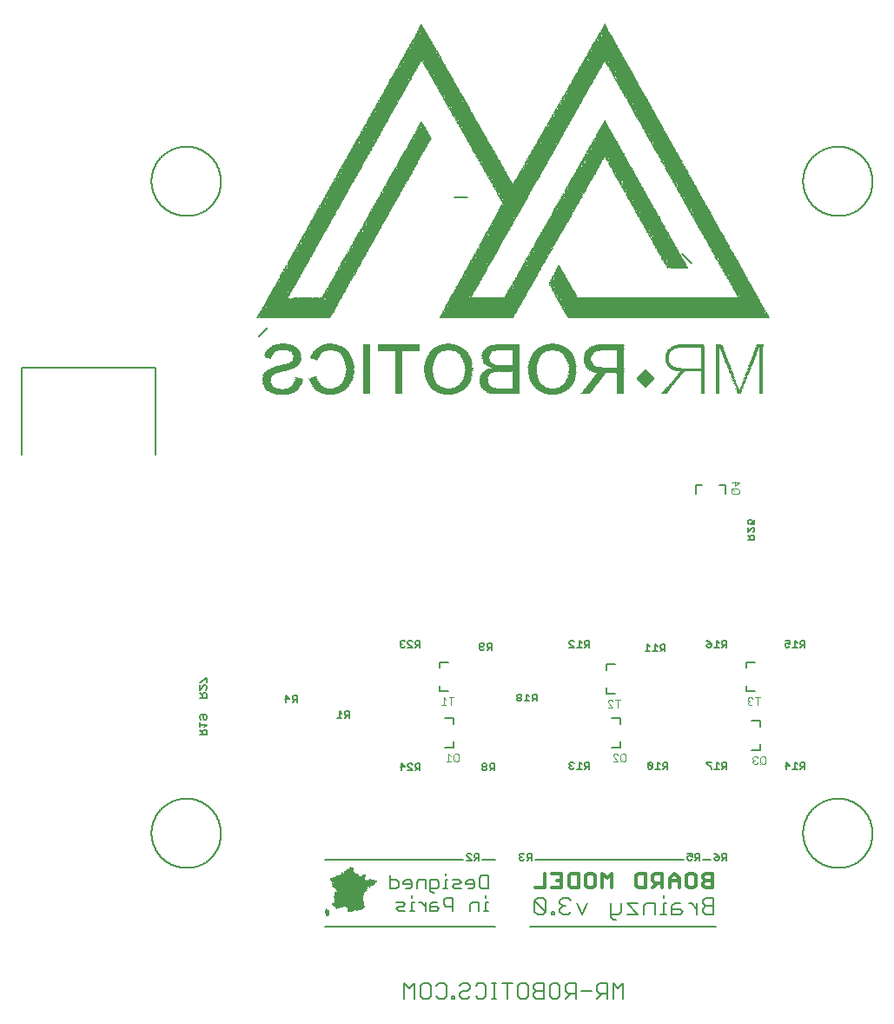
<source format=gbo>
G75*
%MOIN*%
%OFA0B0*%
%FSLAX25Y25*%
%IPPOS*%
%LPD*%
%AMOC8*
5,1,8,0,0,1.08239X$1,22.5*
%
%ADD10C,0.01400*%
%ADD11C,0.00600*%
%ADD12C,0.00700*%
%ADD13C,0.00591*%
%ADD14C,0.00300*%
%ADD15C,0.00500*%
%ADD16C,0.00800*%
%ADD17R,0.00024X0.00025*%
%ADD18R,0.00074X0.00025*%
%ADD19R,0.00024X0.00025*%
%ADD20R,0.00049X0.00025*%
%ADD21R,0.00049X0.00025*%
%ADD22R,0.00025X0.00025*%
%ADD23R,0.00025X0.00025*%
%ADD24R,0.00049X0.00025*%
%ADD25R,0.00024X0.00025*%
%ADD26R,0.00074X0.00025*%
%ADD27R,0.00123X0.00025*%
%ADD28R,0.00025X0.00025*%
%ADD29R,0.00098X0.00025*%
%ADD30R,0.00123X0.00025*%
%ADD31R,0.00074X0.00025*%
%ADD32R,0.00123X0.00025*%
%ADD33R,0.00098X0.00025*%
%ADD34R,0.00344X0.00025*%
%ADD35R,0.00295X0.00025*%
%ADD36R,0.00394X0.00025*%
%ADD37R,0.00492X0.00025*%
%ADD38R,0.00566X0.00025*%
%ADD39R,0.00443X0.00025*%
%ADD40R,0.00246X0.00025*%
%ADD41R,0.00418X0.00025*%
%ADD42R,0.00517X0.00025*%
%ADD43R,0.00148X0.00025*%
%ADD44R,0.00123X0.00025*%
%ADD45R,0.00443X0.00025*%
%ADD46R,0.00468X0.00025*%
%ADD47R,0.00172X0.00025*%
%ADD48R,0.00467X0.00025*%
%ADD49R,0.00738X0.00025*%
%ADD50R,0.00664X0.00025*%
%ADD51R,0.00713X0.00025*%
%ADD52R,0.00689X0.00025*%
%ADD53R,0.00664X0.00025*%
%ADD54R,0.00713X0.00025*%
%ADD55R,0.00615X0.00025*%
%ADD56R,0.00591X0.00025*%
%ADD57R,0.00074X0.00025*%
%ADD58R,0.00615X0.00025*%
%ADD59R,0.00689X0.00025*%
%ADD60R,0.00615X0.00025*%
%ADD61R,0.00738X0.00025*%
%ADD62R,0.00763X0.00025*%
%ADD63R,0.00591X0.00025*%
%ADD64R,0.00763X0.00025*%
%ADD65R,0.00763X0.00025*%
%ADD66R,0.01033X0.00025*%
%ADD67R,0.01058X0.00025*%
%ADD68R,0.01083X0.00025*%
%ADD69R,0.01107X0.00025*%
%ADD70R,0.01058X0.00025*%
%ADD71R,0.01033X0.00025*%
%ADD72R,0.00984X0.00025*%
%ADD73R,0.01058X0.00025*%
%ADD74R,0.01058X0.00025*%
%ADD75R,0.01132X0.00025*%
%ADD76R,0.00665X0.00025*%
%ADD77R,0.01009X0.00025*%
%ADD78R,0.00640X0.00025*%
%ADD79R,0.00197X0.00025*%
%ADD80R,0.01033X0.00025*%
%ADD81R,0.00074X0.00025*%
%ADD82R,0.01156X0.00025*%
%ADD83R,0.01255X0.00025*%
%ADD84R,0.00098X0.00025*%
%ADD85R,0.00123X0.00025*%
%ADD86R,0.00665X0.00025*%
%ADD87R,0.01181X0.00025*%
%ADD88R,0.01378X0.00025*%
%ADD89R,0.00271X0.00025*%
%ADD90R,0.01476X0.00025*%
%ADD91R,0.00221X0.00025*%
%ADD92R,0.01427X0.00025*%
%ADD93R,0.00246X0.00025*%
%ADD94R,0.00222X0.00025*%
%ADD95R,0.01452X0.00025*%
%ADD96R,0.01526X0.00025*%
%ADD97R,0.00197X0.00025*%
%ADD98R,0.01427X0.00025*%
%ADD99R,0.01476X0.00025*%
%ADD100R,0.00074X0.00025*%
%ADD101R,0.01452X0.00025*%
%ADD102R,0.00197X0.00025*%
%ADD103R,0.02043X0.00025*%
%ADD104R,0.02042X0.00025*%
%ADD105R,0.01993X0.00025*%
%ADD106R,0.02018X0.00025*%
%ADD107R,0.01993X0.00025*%
%ADD108R,0.00911X0.00025*%
%ADD109R,0.02387X0.00025*%
%ADD110R,0.02411X0.00025*%
%ADD111R,0.01009X0.00025*%
%ADD112R,0.02485X0.00025*%
%ADD113R,0.02584X0.00025*%
%ADD114R,0.02362X0.00025*%
%ADD115R,0.02559X0.00025*%
%ADD116R,0.02436X0.00025*%
%ADD117R,0.04749X0.00025*%
%ADD118R,0.04749X0.00025*%
%ADD119R,0.04798X0.00025*%
%ADD120R,0.04749X0.00025*%
%ADD121R,0.04872X0.00025*%
%ADD122R,0.04774X0.00025*%
%ADD123R,0.05167X0.00025*%
%ADD124R,0.05143X0.00025*%
%ADD125R,0.05291X0.00025*%
%ADD126R,0.00148X0.00025*%
%ADD127R,0.05192X0.00025*%
%ADD128R,0.05241X0.00025*%
%ADD129R,0.00172X0.00025*%
%ADD130R,0.05192X0.00025*%
%ADD131R,0.05807X0.00025*%
%ADD132R,0.05856X0.00025*%
%ADD133R,0.00418X0.00025*%
%ADD134R,0.05782X0.00025*%
%ADD135R,0.05733X0.00025*%
%ADD136R,0.05783X0.00025*%
%ADD137R,0.05709X0.00025*%
%ADD138R,0.00468X0.00025*%
%ADD139R,0.00123X0.00025*%
%ADD140R,0.05782X0.00025*%
%ADD141R,0.00492X0.00025*%
%ADD142R,0.06029X0.00025*%
%ADD143R,0.01206X0.00025*%
%ADD144R,0.01206X0.00025*%
%ADD145R,0.06053X0.00025*%
%ADD146R,0.01304X0.00025*%
%ADD147R,0.06078X0.00025*%
%ADD148R,0.01230X0.00025*%
%ADD149R,0.06201X0.00025*%
%ADD150R,0.01255X0.00025*%
%ADD151R,0.06275X0.00025*%
%ADD152R,0.06299X0.00025*%
%ADD153R,0.06102X0.00025*%
%ADD154R,0.01206X0.00025*%
%ADD155R,0.06767X0.00025*%
%ADD156R,0.01796X0.00025*%
%ADD157R,0.06742X0.00025*%
%ADD158R,0.01895X0.00025*%
%ADD159R,0.06717X0.00025*%
%ADD160R,0.01796X0.00025*%
%ADD161R,0.06718X0.00025*%
%ADD162R,0.01846X0.00025*%
%ADD163R,0.01894X0.00025*%
%ADD164R,0.01821X0.00025*%
%ADD165R,0.06791X0.00025*%
%ADD166R,0.01796X0.00025*%
%ADD167R,0.00221X0.00025*%
%ADD168R,0.02461X0.00025*%
%ADD169R,0.06742X0.00025*%
%ADD170R,0.00394X0.00025*%
%ADD171R,0.02387X0.00025*%
%ADD172R,0.06767X0.00025*%
%ADD173R,0.00295X0.00025*%
%ADD174R,0.02510X0.00025*%
%ADD175R,0.00541X0.00025*%
%ADD176R,0.06816X0.00025*%
%ADD177R,0.07185X0.00025*%
%ADD178R,0.03568X0.00025*%
%ADD179R,0.07087X0.00025*%
%ADD180R,0.03543X0.00025*%
%ADD181R,0.07161X0.00025*%
%ADD182R,0.03691X0.00025*%
%ADD183R,0.07111X0.00025*%
%ADD184R,0.03617X0.00025*%
%ADD185R,0.07160X0.00025*%
%ADD186R,0.03617X0.00025*%
%ADD187R,0.07136X0.00025*%
%ADD188R,0.00148X0.00025*%
%ADD189R,0.03568X0.00025*%
%ADD190R,0.07136X0.00025*%
%ADD191R,0.03568X0.00025*%
%ADD192R,0.03593X0.00025*%
%ADD193R,0.11270X0.00025*%
%ADD194R,0.11245X0.00025*%
%ADD195R,0.11294X0.00025*%
%ADD196R,0.11270X0.00025*%
%ADD197R,0.11294X0.00025*%
%ADD198R,0.11220X0.00025*%
%ADD199R,0.11220X0.00025*%
%ADD200R,0.11245X0.00025*%
%ADD201R,0.00172X0.00025*%
%ADD202R,0.11467X0.00025*%
%ADD203R,0.11516X0.00025*%
%ADD204R,0.11442X0.00025*%
%ADD205R,0.11467X0.00025*%
%ADD206R,0.11467X0.00025*%
%ADD207R,0.11516X0.00025*%
%ADD208R,0.11565X0.00025*%
%ADD209R,0.11442X0.00025*%
%ADD210R,0.11541X0.00025*%
%ADD211R,0.11565X0.00025*%
%ADD212R,0.11491X0.00025*%
%ADD213R,0.11442X0.00025*%
%ADD214R,0.11639X0.00025*%
%ADD215R,0.11737X0.00025*%
%ADD216R,0.11639X0.00025*%
%ADD217R,0.11688X0.00025*%
%ADD218R,0.11713X0.00025*%
%ADD219R,0.11614X0.00025*%
%ADD220R,0.11737X0.00025*%
%ADD221R,0.11048X0.00025*%
%ADD222R,0.11146X0.00025*%
%ADD223R,0.11024X0.00025*%
%ADD224R,0.11073X0.00025*%
%ADD225R,0.11048X0.00025*%
%ADD226R,0.11122X0.00025*%
%ADD227R,0.11073X0.00025*%
%ADD228R,0.11048X0.00025*%
%ADD229R,0.10851X0.00025*%
%ADD230R,0.10876X0.00025*%
%ADD231R,0.10925X0.00025*%
%ADD232R,0.10852X0.00025*%
%ADD233R,0.10876X0.00025*%
%ADD234R,0.10704X0.00025*%
%ADD235R,0.10655X0.00025*%
%ADD236R,0.10679X0.00025*%
%ADD237R,0.10630X0.00025*%
%ADD238R,0.10654X0.00025*%
%ADD239R,0.10654X0.00025*%
%ADD240R,0.10630X0.00025*%
%ADD241R,0.10728X0.00025*%
%ADD242R,0.10531X0.00025*%
%ADD243R,0.10482X0.00025*%
%ADD244R,0.00172X0.00025*%
%ADD245R,0.10433X0.00025*%
%ADD246R,0.10507X0.00025*%
%ADD247R,0.10482X0.00025*%
%ADD248R,0.10457X0.00025*%
%ADD249R,0.10433X0.00025*%
%ADD250R,0.10384X0.00025*%
%ADD251R,0.10408X0.00025*%
%ADD252R,0.10310X0.00025*%
%ADD253R,0.10285X0.00025*%
%ADD254R,0.10285X0.00025*%
%ADD255R,0.10359X0.00025*%
%ADD256R,0.10261X0.00025*%
%ADD257R,0.10753X0.00025*%
%ADD258R,0.10285X0.00025*%
%ADD259R,0.10261X0.00025*%
%ADD260R,0.10261X0.00025*%
%ADD261R,0.10310X0.00025*%
%ADD262R,0.10236X0.00025*%
%ADD263R,0.10064X0.00025*%
%ADD264R,0.10187X0.00025*%
%ADD265R,0.10138X0.00025*%
%ADD266R,0.10163X0.00025*%
%ADD267R,0.10138X0.00025*%
%ADD268R,0.10113X0.00025*%
%ADD269R,0.10064X0.00025*%
%ADD270R,0.09670X0.00025*%
%ADD271R,0.09744X0.00025*%
%ADD272R,0.09646X0.00025*%
%ADD273R,0.00222X0.00025*%
%ADD274R,0.09892X0.00025*%
%ADD275R,0.00271X0.00025*%
%ADD276R,0.09646X0.00025*%
%ADD277R,0.09843X0.00025*%
%ADD278R,0.09720X0.00025*%
%ADD279R,0.00270X0.00025*%
%ADD280R,0.10089X0.00025*%
%ADD281R,0.00320X0.00025*%
%ADD282R,0.00246X0.00025*%
%ADD283R,0.10113X0.00025*%
%ADD284R,0.10089X0.00025*%
%ADD285R,0.10113X0.00025*%
%ADD286R,0.10039X0.00025*%
%ADD287R,0.10162X0.00025*%
%ADD288R,0.10113X0.00025*%
%ADD289R,0.10310X0.00025*%
%ADD290R,0.00172X0.00025*%
%ADD291R,0.10187X0.00025*%
%ADD292R,0.10162X0.00025*%
%ADD293R,0.10064X0.00025*%
%ADD294R,0.10261X0.00025*%
%ADD295R,0.10359X0.00025*%
%ADD296R,0.10359X0.00025*%
%ADD297R,0.10457X0.00025*%
%ADD298R,0.10457X0.00025*%
%ADD299R,0.09252X0.00025*%
%ADD300R,0.00418X0.00025*%
%ADD301R,0.09276X0.00025*%
%ADD302R,0.09424X0.00025*%
%ADD303R,0.00443X0.00025*%
%ADD304R,0.09277X0.00025*%
%ADD305R,0.09326X0.00025*%
%ADD306R,0.09424X0.00025*%
%ADD307R,0.00419X0.00025*%
%ADD308R,0.09277X0.00025*%
%ADD309R,0.09326X0.00025*%
%ADD310R,0.09252X0.00025*%
%ADD311R,0.00419X0.00025*%
%ADD312R,0.09301X0.00025*%
%ADD313R,0.00492X0.00025*%
%ADD314R,0.09375X0.00025*%
%ADD315R,0.09498X0.00025*%
%ADD316R,0.00320X0.00025*%
%ADD317R,0.09449X0.00025*%
%ADD318R,0.09474X0.00025*%
%ADD319R,0.09547X0.00025*%
%ADD320R,0.00270X0.00025*%
%ADD321R,0.09473X0.00025*%
%ADD322R,0.09572X0.00025*%
%ADD323R,0.09892X0.00025*%
%ADD324R,0.09843X0.00025*%
%ADD325R,0.09867X0.00025*%
%ADD326R,0.09917X0.00025*%
%ADD327R,0.09867X0.00025*%
%ADD328R,0.09941X0.00025*%
%ADD329R,0.10236X0.00025*%
%ADD330R,0.10335X0.00025*%
%ADD331R,0.10236X0.00025*%
%ADD332R,0.10679X0.00025*%
%ADD333R,0.10778X0.00025*%
%ADD334R,0.11098X0.00025*%
%ADD335R,0.11097X0.00025*%
%ADD336R,0.11196X0.00025*%
%ADD337R,0.11147X0.00025*%
%ADD338R,0.11024X0.00025*%
%ADD339R,0.11491X0.00025*%
%ADD340R,0.11417X0.00025*%
%ADD341R,0.11491X0.00025*%
%ADD342R,0.11737X0.00025*%
%ADD343R,0.11639X0.00025*%
%ADD344R,0.11663X0.00025*%
%ADD345R,0.11639X0.00025*%
%ADD346R,0.12032X0.00025*%
%ADD347R,0.12008X0.00025*%
%ADD348R,0.12057X0.00025*%
%ADD349R,0.12205X0.00025*%
%ADD350R,0.12057X0.00025*%
%ADD351R,0.12180X0.00025*%
%ADD352R,0.12082X0.00025*%
%ADD353R,0.12106X0.00025*%
%ADD354R,0.12156X0.00025*%
%ADD355R,0.12081X0.00025*%
%ADD356R,0.12032X0.00025*%
%ADD357R,0.12475X0.00025*%
%ADD358R,0.00221X0.00025*%
%ADD359R,0.12475X0.00025*%
%ADD360R,0.12426X0.00025*%
%ADD361R,0.12524X0.00025*%
%ADD362R,0.00320X0.00025*%
%ADD363R,0.12402X0.00025*%
%ADD364R,0.12574X0.00025*%
%ADD365R,0.13435X0.00025*%
%ADD366R,0.13386X0.00025*%
%ADD367R,0.13460X0.00025*%
%ADD368R,0.13386X0.00025*%
%ADD369R,0.13411X0.00025*%
%ADD370R,0.13410X0.00025*%
%ADD371R,0.14075X0.00025*%
%ADD372R,0.14100X0.00025*%
%ADD373R,0.14001X0.00025*%
%ADD374R,0.14050X0.00025*%
%ADD375R,0.14026X0.00025*%
%ADD376R,0.14026X0.00025*%
%ADD377R,0.14222X0.00025*%
%ADD378R,0.14050X0.00025*%
%ADD379R,0.14591X0.00025*%
%ADD380R,0.14616X0.00025*%
%ADD381R,0.14641X0.00025*%
%ADD382R,0.14665X0.00025*%
%ADD383R,0.14789X0.00025*%
%ADD384R,0.14567X0.00025*%
%ADD385R,0.15748X0.00025*%
%ADD386R,0.15773X0.00025*%
%ADD387R,0.15797X0.00025*%
%ADD388R,0.15822X0.00025*%
%ADD389R,0.15748X0.00025*%
%ADD390R,0.15625X0.00025*%
%ADD391R,0.15625X0.00025*%
%ADD392R,0.15600X0.00025*%
%ADD393R,0.15576X0.00025*%
%ADD394R,0.15379X0.00025*%
%ADD395R,0.15674X0.00025*%
%ADD396R,0.15453X0.00025*%
%ADD397R,0.15625X0.00025*%
%ADD398R,0.15576X0.00025*%
%ADD399R,0.15600X0.00025*%
%ADD400R,0.15576X0.00025*%
%ADD401R,0.15625X0.00025*%
%ADD402R,0.15551X0.00025*%
%ADD403R,0.15551X0.00025*%
%ADD404R,0.15650X0.00025*%
%ADD405R,0.15772X0.00025*%
%ADD406R,0.15945X0.00025*%
%ADD407R,0.02215X0.00025*%
%ADD408R,0.13755X0.00025*%
%ADD409R,0.16043X0.00025*%
%ADD410R,0.02633X0.00025*%
%ADD411R,0.13706X0.00025*%
%ADD412R,0.02190X0.00025*%
%ADD413R,0.13706X0.00025*%
%ADD414R,0.02313X0.00025*%
%ADD415R,0.13657X0.00025*%
%ADD416R,0.00344X0.00025*%
%ADD417R,0.02190X0.00025*%
%ADD418R,0.13607X0.00025*%
%ADD419R,0.01993X0.00025*%
%ADD420R,0.00344X0.00025*%
%ADD421R,0.12229X0.00025*%
%ADD422R,0.02067X0.00025*%
%ADD423R,0.12279X0.00025*%
%ADD424R,0.12205X0.00025*%
%ADD425R,0.01969X0.00025*%
%ADD426R,0.12254X0.00025*%
%ADD427R,0.02165X0.00025*%
%ADD428R,0.12303X0.00025*%
%ADD429R,0.12230X0.00025*%
%ADD430R,0.01993X0.00025*%
%ADD431R,0.12328X0.00025*%
%ADD432R,0.11934X0.00025*%
%ADD433R,0.01009X0.00025*%
%ADD434R,0.11811X0.00025*%
%ADD435R,0.01009X0.00025*%
%ADD436R,0.11983X0.00025*%
%ADD437R,0.11836X0.00025*%
%ADD438R,0.11885X0.00025*%
%ADD439R,0.11959X0.00025*%
%ADD440R,0.11835X0.00025*%
%ADD441R,0.11934X0.00025*%
%ADD442R,0.12328X0.00025*%
%ADD443R,0.12328X0.00025*%
%ADD444R,0.12205X0.00025*%
%ADD445R,0.12623X0.00025*%
%ADD446R,0.12672X0.00025*%
%ADD447R,0.12672X0.00025*%
%ADD448R,0.12648X0.00025*%
%ADD449R,0.12746X0.00025*%
%ADD450R,0.12648X0.00025*%
%ADD451R,0.12623X0.00025*%
%ADD452R,0.12598X0.00025*%
%ADD453R,0.12648X0.00025*%
%ADD454R,0.12008X0.00025*%
%ADD455R,0.00222X0.00025*%
%ADD456R,0.12033X0.00025*%
%ADD457R,0.10900X0.00025*%
%ADD458R,0.10851X0.00025*%
%ADD459R,0.10950X0.00025*%
%ADD460R,0.10950X0.00025*%
%ADD461R,0.10950X0.00025*%
%ADD462R,0.01427X0.00025*%
%ADD463R,0.08981X0.00025*%
%ADD464R,0.09055X0.00025*%
%ADD465R,0.01402X0.00025*%
%ADD466R,0.08932X0.00025*%
%ADD467R,0.01403X0.00025*%
%ADD468R,0.08981X0.00025*%
%ADD469R,0.08883X0.00025*%
%ADD470R,0.01402X0.00025*%
%ADD471R,0.08686X0.00025*%
%ADD472R,0.01403X0.00025*%
%ADD473R,0.08784X0.00025*%
%ADD474R,0.08489X0.00025*%
%ADD475R,0.08514X0.00025*%
%ADD476R,0.08465X0.00025*%
%ADD477R,0.08539X0.00025*%
%ADD478R,0.08489X0.00025*%
%ADD479R,0.00468X0.00025*%
%ADD480R,0.08489X0.00025*%
%ADD481R,0.06939X0.00025*%
%ADD482R,0.06963X0.00025*%
%ADD483R,0.06914X0.00025*%
%ADD484R,0.06988X0.00025*%
%ADD485R,0.00517X0.00025*%
%ADD486R,0.06890X0.00025*%
%ADD487R,0.00541X0.00025*%
%ADD488R,0.06890X0.00025*%
%ADD489R,0.00467X0.00025*%
%ADD490R,0.00615X0.00025*%
%ADD491R,0.06742X0.00025*%
%ADD492R,0.06693X0.00025*%
%ADD493R,0.06767X0.00025*%
%ADD494R,0.06865X0.00025*%
%ADD495R,0.06570X0.00025*%
%ADD496R,0.06496X0.00025*%
%ADD497R,0.06570X0.00025*%
%ADD498R,0.06520X0.00025*%
%ADD499R,0.06619X0.00025*%
%ADD500R,0.06496X0.00025*%
%ADD501R,0.06545X0.00025*%
%ADD502R,0.06176X0.00025*%
%ADD503R,0.06201X0.00025*%
%ADD504R,0.06127X0.00025*%
%ADD505R,0.06152X0.00025*%
%ADD506R,0.06127X0.00025*%
%ADD507R,0.05192X0.00025*%
%ADD508R,0.05339X0.00025*%
%ADD509R,0.05217X0.00025*%
%ADD510R,0.05241X0.00025*%
%ADD511R,0.05192X0.00025*%
%ADD512R,0.05315X0.00025*%
%ADD513R,0.03888X0.00025*%
%ADD514R,0.00369X0.00025*%
%ADD515R,0.03765X0.00025*%
%ADD516R,0.00320X0.00025*%
%ADD517R,0.03863X0.00025*%
%ADD518R,0.03789X0.00025*%
%ADD519R,0.03839X0.00025*%
%ADD520R,0.03740X0.00025*%
%ADD521R,0.00295X0.00025*%
%ADD522R,0.03789X0.00025*%
%ADD523R,0.03765X0.00025*%
%ADD524R,0.03420X0.00025*%
%ADD525R,0.03445X0.00025*%
%ADD526R,0.03445X0.00025*%
%ADD527R,0.03371X0.00025*%
%ADD528R,0.03346X0.00025*%
%ADD529R,0.03371X0.00025*%
%ADD530R,0.03420X0.00025*%
%ADD531R,0.03396X0.00025*%
%ADD532R,0.03396X0.00025*%
%ADD533R,0.03346X0.00025*%
%ADD534R,0.03469X0.00025*%
%ADD535R,0.03396X0.00025*%
%ADD536R,0.03371X0.00025*%
%ADD537R,0.03224X0.00025*%
%ADD538R,0.03150X0.00025*%
%ADD539R,0.03273X0.00025*%
%ADD540R,0.03273X0.00025*%
%ADD541R,0.03150X0.00025*%
%ADD542R,0.03199X0.00025*%
%ADD543R,0.03174X0.00025*%
%ADD544R,0.03100X0.00025*%
%ADD545R,0.02608X0.00025*%
%ADD546R,0.02436X0.00025*%
%ADD547R,0.02510X0.00025*%
%ADD548R,0.02633X0.00025*%
%ADD549R,0.02608X0.00025*%
%ADD550R,0.02461X0.00025*%
%ADD551R,0.02387X0.00025*%
%ADD552R,0.02436X0.00025*%
%ADD553R,0.02461X0.00025*%
%ADD554R,0.02362X0.00025*%
%ADD555R,0.02091X0.00025*%
%ADD556R,0.02239X0.00025*%
%ADD557R,0.02018X0.00025*%
%ADD558R,0.02018X0.00025*%
%ADD559R,0.02116X0.00025*%
%ADD560R,0.01944X0.00025*%
%ADD561R,0.01944X0.00025*%
%ADD562R,0.01772X0.00025*%
%ADD563R,0.01969X0.00025*%
%ADD564R,0.01846X0.00025*%
%ADD565R,0.01870X0.00025*%
%ADD566R,0.01796X0.00025*%
%ADD567R,0.01919X0.00025*%
%ADD568R,0.01329X0.00025*%
%ADD569R,0.01476X0.00025*%
%ADD570R,0.01280X0.00025*%
%ADD571R,0.01353X0.00025*%
%ADD572R,0.01280X0.00025*%
%ADD573R,0.01255X0.00025*%
%ADD574R,0.01083X0.00025*%
%ADD575R,0.01009X0.00025*%
%ADD576R,0.00984X0.00025*%
%ADD577R,0.01083X0.00025*%
%ADD578R,0.01132X0.00025*%
%ADD579R,0.00984X0.00025*%
%ADD580R,0.01157X0.00025*%
%ADD581R,0.01107X0.00025*%
%ADD582R,0.00566X0.00025*%
%ADD583R,0.00566X0.00025*%
%ADD584R,0.00164X0.00164*%
%ADD585R,0.00164X0.00164*%
%ADD586R,0.76115X0.00164*%
%ADD587R,0.27723X0.00164*%
%ADD588R,0.00328X0.00164*%
%ADD589R,0.26411X0.00164*%
%ADD590R,0.00328X0.00164*%
%ADD591R,0.00164X0.00164*%
%ADD592R,0.76607X0.00164*%
%ADD593R,0.27887X0.00164*%
%ADD594R,0.00164X0.00164*%
%ADD595R,0.00492X0.00164*%
%ADD596R,0.26575X0.00164*%
%ADD597R,0.76280X0.00164*%
%ADD598R,0.27723X0.00164*%
%ADD599R,0.26411X0.00164*%
%ADD600R,0.00328X0.00164*%
%ADD601R,0.76444X0.00164*%
%ADD602R,0.28051X0.00164*%
%ADD603R,0.26575X0.00164*%
%ADD604R,0.00328X0.00164*%
%ADD605R,0.76444X0.00164*%
%ADD606R,0.28051X0.00164*%
%ADD607R,0.00984X0.00164*%
%ADD608R,0.26739X0.00164*%
%ADD609R,0.77100X0.00164*%
%ADD610R,0.27067X0.00164*%
%ADD611R,0.26739X0.00164*%
%ADD612R,0.75131X0.00164*%
%ADD613R,0.26247X0.00164*%
%ADD614R,0.75131X0.00164*%
%ADD615R,0.00492X0.00164*%
%ADD616R,0.26739X0.00164*%
%ADD617R,0.74803X0.00164*%
%ADD618R,0.00656X0.00164*%
%ADD619R,0.75624X0.00164*%
%ADD620R,0.26903X0.00164*%
%ADD621R,0.75131X0.00164*%
%ADD622R,0.00984X0.00164*%
%ADD623R,0.74803X0.00164*%
%ADD624R,0.76116X0.00164*%
%ADD625R,0.27723X0.00164*%
%ADD626R,0.76280X0.00164*%
%ADD627R,0.27723X0.00164*%
%ADD628R,0.26903X0.00164*%
%ADD629R,0.27067X0.00164*%
%ADD630R,0.76443X0.00164*%
%ADD631R,0.00820X0.00164*%
%ADD632R,0.76772X0.00164*%
%ADD633R,0.27887X0.00164*%
%ADD634R,0.26411X0.00164*%
%ADD635R,0.75459X0.00164*%
%ADD636R,0.26739X0.00164*%
%ADD637R,0.75295X0.00164*%
%ADD638R,0.75459X0.00164*%
%ADD639R,0.26903X0.00164*%
%ADD640R,0.75131X0.00164*%
%ADD641R,0.00820X0.00164*%
%ADD642R,0.00656X0.00164*%
%ADD643R,0.00820X0.00164*%
%ADD644R,0.75951X0.00164*%
%ADD645R,0.76772X0.00164*%
%ADD646R,0.00656X0.00164*%
%ADD647R,0.76608X0.00164*%
%ADD648R,0.76115X0.00164*%
%ADD649R,0.26247X0.00164*%
%ADD650R,0.76936X0.00164*%
%ADD651R,0.05741X0.00164*%
%ADD652R,0.04429X0.00164*%
%ADD653R,0.03281X0.00164*%
%ADD654R,0.01313X0.00164*%
%ADD655R,0.02625X0.00164*%
%ADD656R,0.07054X0.00164*%
%ADD657R,0.74967X0.00164*%
%ADD658R,0.05413X0.00164*%
%ADD659R,0.04921X0.00164*%
%ADD660R,0.02624X0.00164*%
%ADD661R,0.01148X0.00164*%
%ADD662R,0.06726X0.00164*%
%ADD663R,0.75295X0.00164*%
%ADD664R,0.05578X0.00164*%
%ADD665R,0.02625X0.00164*%
%ADD666R,0.01641X0.00164*%
%ADD667R,0.04429X0.00164*%
%ADD668R,0.07054X0.00164*%
%ADD669R,0.01148X0.00164*%
%ADD670R,0.00656X0.00164*%
%ADD671R,0.03445X0.00164*%
%ADD672R,0.01969X0.00164*%
%ADD673R,0.06561X0.00164*%
%ADD674R,0.05742X0.00164*%
%ADD675R,0.06726X0.00164*%
%ADD676R,0.03117X0.00164*%
%ADD677R,0.01476X0.00164*%
%ADD678R,0.07218X0.00164*%
%ADD679R,0.06233X0.00164*%
%ADD680R,0.03445X0.00164*%
%ADD681R,0.02133X0.00164*%
%ADD682R,0.06726X0.00164*%
%ADD683R,0.06070X0.00164*%
%ADD684R,0.01148X0.00164*%
%ADD685R,0.02461X0.00164*%
%ADD686R,0.02296X0.00164*%
%ADD687R,0.01312X0.00164*%
%ADD688R,0.07054X0.00164*%
%ADD689R,0.06890X0.00164*%
%ADD690R,0.06726X0.00164*%
%ADD691R,0.06561X0.00164*%
%ADD692R,0.05577X0.00164*%
%ADD693R,0.05249X0.00164*%
%ADD694R,0.07710X0.00164*%
%ADD695R,0.05906X0.00164*%
%ADD696R,0.06890X0.00164*%
%ADD697R,0.07054X0.00164*%
%ADD698R,0.05906X0.00164*%
%ADD699R,0.06562X0.00164*%
%ADD700R,0.05249X0.00164*%
%ADD701R,0.06234X0.00164*%
%ADD702R,0.06398X0.00164*%
%ADD703R,0.05250X0.00164*%
%ADD704R,0.06562X0.00164*%
%ADD705R,0.06233X0.00164*%
%ADD706R,0.05578X0.00164*%
%ADD707R,0.05250X0.00164*%
%ADD708R,0.05413X0.00164*%
%ADD709R,0.05577X0.00164*%
%ADD710R,0.05742X0.00164*%
%ADD711R,0.07218X0.00164*%
%ADD712R,0.07218X0.00164*%
%ADD713R,0.07382X0.00164*%
%ADD714R,0.07382X0.00164*%
%ADD715R,0.05741X0.00164*%
%ADD716R,0.07218X0.00164*%
%ADD717R,0.07546X0.00164*%
%ADD718R,0.07874X0.00164*%
%ADD719R,0.07710X0.00164*%
%ADD720R,0.06069X0.00164*%
%ADD721R,0.00820X0.00164*%
%ADD722R,0.04101X0.00164*%
%ADD723R,0.04593X0.00164*%
%ADD724R,0.04593X0.00164*%
%ADD725R,0.03937X0.00164*%
%ADD726R,0.04265X0.00164*%
%ADD727R,0.04265X0.00164*%
%ADD728R,0.04101X0.00164*%
%ADD729R,0.03117X0.00164*%
%ADD730R,0.02953X0.00164*%
%ADD731R,0.03117X0.00164*%
%ADD732R,0.03281X0.00164*%
%ADD733R,0.02953X0.00164*%
%ADD734R,0.01805X0.00164*%
%ADD735R,0.07546X0.00164*%
%ADD736R,0.01641X0.00164*%
%ADD737R,0.01312X0.00164*%
%ADD738R,0.01640X0.00164*%
%ADD739R,0.01640X0.00164*%
%ADD740R,0.06069X0.00164*%
%ADD741R,0.06070X0.00164*%
%ADD742R,0.04757X0.00164*%
%ADD743R,0.06398X0.00164*%
%ADD744R,0.02296X0.00164*%
%ADD745R,0.01148X0.00164*%
%ADD746R,0.07710X0.00164*%
%ADD747R,0.07546X0.00164*%
%ADD748R,0.08038X0.00164*%
%ADD749R,0.06234X0.00164*%
%ADD750R,0.08038X0.00164*%
%ADD751R,0.08366X0.00164*%
%ADD752R,0.08038X0.00164*%
%ADD753R,0.08038X0.00164*%
%ADD754R,0.08530X0.00164*%
%ADD755R,0.08202X0.00164*%
%ADD756R,0.08694X0.00164*%
%ADD757R,0.08366X0.00164*%
%ADD758R,0.07546X0.00164*%
%ADD759R,0.09022X0.00164*%
%ADD760R,0.09187X0.00164*%
%ADD761R,0.09678X0.00164*%
%ADD762R,0.09187X0.00164*%
%ADD763R,0.09515X0.00164*%
%ADD764R,0.09350X0.00164*%
%ADD765R,0.09678X0.00164*%
%ADD766R,0.10170X0.00164*%
%ADD767R,0.10991X0.00164*%
%ADD768R,0.10663X0.00164*%
%ADD769R,0.10827X0.00164*%
%ADD770R,0.10663X0.00164*%
%ADD771R,0.11811X0.00164*%
%ADD772R,0.11155X0.00164*%
%ADD773R,0.13123X0.00164*%
%ADD774R,0.13452X0.00164*%
%ADD775R,0.13615X0.00164*%
%ADD776R,0.13452X0.00164*%
%ADD777R,0.13287X0.00164*%
%ADD778R,0.13287X0.00164*%
%ADD779R,0.13780X0.00164*%
%ADD780R,0.13123X0.00164*%
%ADD781R,0.08202X0.00164*%
%ADD782R,0.08202X0.00164*%
%ADD783R,0.08530X0.00164*%
%ADD784R,0.07874X0.00164*%
%ADD785R,0.13616X0.00164*%
%ADD786R,0.13944X0.00164*%
%ADD787R,0.13780X0.00164*%
%ADD788R,0.08202X0.00164*%
%ADD789R,0.12303X0.00164*%
%ADD790R,0.12467X0.00164*%
%ADD791R,0.12303X0.00164*%
%ADD792R,0.12631X0.00164*%
%ADD793R,0.12139X0.00164*%
%ADD794R,0.10499X0.00164*%
%ADD795R,0.11647X0.00164*%
%ADD796R,0.10663X0.00164*%
%ADD797R,0.10991X0.00164*%
%ADD798R,0.11483X0.00164*%
%ADD799R,0.09515X0.00164*%
%ADD800R,0.09843X0.00164*%
%ADD801R,0.09514X0.00164*%
%ADD802R,0.09022X0.00164*%
%ADD803R,0.03281X0.00164*%
%ADD804R,0.02789X0.00164*%
%ADD805R,0.02789X0.00164*%
%ADD806R,0.02789X0.00164*%
%ADD807R,0.01804X0.00164*%
%ADD808R,0.01804X0.00164*%
%ADD809R,0.01805X0.00164*%
%ADD810R,0.01313X0.00164*%
%ADD811R,0.01476X0.00164*%
%ADD812R,0.13451X0.00164*%
%ADD813R,0.13616X0.00164*%
%ADD814R,0.11975X0.00164*%
%ADD815R,0.13124X0.00164*%
%ADD816R,0.12139X0.00164*%
%ADD817R,0.11811X0.00164*%
%ADD818R,0.12631X0.00164*%
%ADD819R,0.12139X0.00164*%
%ADD820R,0.12467X0.00164*%
%ADD821R,0.11975X0.00164*%
%ADD822R,0.12959X0.00164*%
%ADD823R,0.10663X0.00164*%
%ADD824R,0.11319X0.00164*%
%ADD825R,0.10827X0.00164*%
%ADD826R,0.11319X0.00164*%
%ADD827R,0.09514X0.00164*%
%ADD828R,0.09679X0.00164*%
%ADD829R,0.09186X0.00164*%
%ADD830R,0.08694X0.00164*%
%ADD831R,0.08530X0.00164*%
%ADD832R,0.03609X0.00164*%
%ADD833R,0.03281X0.00164*%
%ADD834R,0.02133X0.00164*%
%ADD835R,0.02132X0.00164*%
%ADD836R,0.01763X0.00160*%
%ADD837R,0.01763X0.00160*%
%ADD838R,0.02084X0.00160*%
%ADD839R,0.03046X0.00160*%
%ADD840R,0.00160X0.00160*%
%ADD841R,0.03847X0.00160*%
%ADD842R,0.04007X0.00160*%
%ADD843R,0.04328X0.00160*%
%ADD844R,0.05130X0.00160*%
%ADD845R,0.00160X0.00160*%
%ADD846R,0.01282X0.00160*%
%ADD847R,0.01122X0.00160*%
%ADD848R,0.01122X0.00160*%
%ADD849R,0.01763X0.00160*%
%ADD850R,0.02725X0.00160*%
%ADD851R,0.03367X0.00160*%
%ADD852R,0.05290X0.00160*%
%ADD853R,0.10420X0.00160*%
%ADD854R,0.05611X0.00160*%
%ADD855R,0.06412X0.00160*%
%ADD856R,0.00161X0.00160*%
%ADD857R,0.01282X0.00160*%
%ADD858R,0.01283X0.00160*%
%ADD859R,0.01122X0.00160*%
%ADD860R,0.02725X0.00160*%
%ADD861R,0.03527X0.00160*%
%ADD862R,0.06412X0.00160*%
%ADD863R,0.11221X0.00160*%
%ADD864R,0.06572X0.00160*%
%ADD865R,0.07534X0.00160*%
%ADD866R,0.01443X0.00160*%
%ADD867R,0.03527X0.00160*%
%ADD868R,0.07374X0.00160*%
%ADD869R,0.11863X0.00160*%
%ADD870R,0.07374X0.00160*%
%ADD871R,0.08336X0.00160*%
%ADD872R,0.01763X0.00160*%
%ADD873R,0.08176X0.00160*%
%ADD874R,0.12343X0.00160*%
%ADD875R,0.09137X0.00160*%
%ADD876R,0.01603X0.00160*%
%ADD877R,0.03366X0.00160*%
%ADD878R,0.08977X0.00160*%
%ADD879R,0.12664X0.00160*%
%ADD880R,0.08817X0.00160*%
%ADD881R,0.09778X0.00160*%
%ADD882R,0.01603X0.00160*%
%ADD883R,0.03366X0.00160*%
%ADD884R,0.09618X0.00160*%
%ADD885R,0.12985X0.00160*%
%ADD886R,0.09457X0.00160*%
%ADD887R,0.10099X0.00160*%
%ADD888R,0.01924X0.00160*%
%ADD889R,0.03526X0.00160*%
%ADD890R,0.10099X0.00160*%
%ADD891R,0.13145X0.00160*%
%ADD892R,0.09939X0.00160*%
%ADD893R,0.10740X0.00160*%
%ADD894R,0.10580X0.00160*%
%ADD895R,0.13465X0.00160*%
%ADD896R,0.10740X0.00160*%
%ADD897R,0.10420X0.00160*%
%ADD898R,0.11061X0.00160*%
%ADD899R,0.00161X0.00160*%
%ADD900R,0.02084X0.00160*%
%ADD901R,0.11221X0.00160*%
%ADD902R,0.13626X0.00160*%
%ADD903R,0.11061X0.00160*%
%ADD904R,0.11381X0.00160*%
%ADD905R,0.00962X0.00160*%
%ADD906R,0.11542X0.00160*%
%ADD907R,0.13786X0.00160*%
%ADD908R,0.11702X0.00160*%
%ADD909R,0.11221X0.00160*%
%ADD910R,0.12022X0.00160*%
%ADD911R,0.00962X0.00160*%
%ADD912R,0.03367X0.00160*%
%ADD913R,0.12023X0.00160*%
%ADD914R,0.13946X0.00160*%
%ADD915R,0.11702X0.00160*%
%ADD916R,0.05611X0.00160*%
%ADD917R,0.01603X0.00160*%
%ADD918R,0.03206X0.00160*%
%ADD919R,0.14107X0.00160*%
%ADD920R,0.12023X0.00160*%
%ADD921R,0.04649X0.00160*%
%ADD922R,0.04488X0.00160*%
%ADD923R,0.04969X0.00160*%
%ADD924R,0.04328X0.00160*%
%ADD925R,0.04649X0.00160*%
%ADD926R,0.04488X0.00160*%
%ADD927R,0.04809X0.00160*%
%ADD928R,0.04489X0.00160*%
%ADD929R,0.04328X0.00160*%
%ADD930R,0.03847X0.00160*%
%ADD931R,0.04489X0.00160*%
%ADD932R,0.04168X0.00160*%
%ADD933R,0.03687X0.00160*%
%ADD934R,0.00481X0.00160*%
%ADD935R,0.04008X0.00160*%
%ADD936R,0.00802X0.00160*%
%ADD937R,0.03206X0.00160*%
%ADD938R,0.04008X0.00160*%
%ADD939R,0.03687X0.00160*%
%ADD940R,0.03847X0.00160*%
%ADD941R,0.03526X0.00160*%
%ADD942R,0.03206X0.00160*%
%ADD943R,0.03206X0.00160*%
%ADD944R,0.02404X0.00160*%
%ADD945R,0.03046X0.00160*%
%ADD946R,0.01603X0.00160*%
%ADD947R,0.02885X0.00160*%
%ADD948R,0.02885X0.00160*%
%ADD949R,0.03046X0.00160*%
%ADD950R,0.05290X0.00160*%
%ADD951R,0.03046X0.00160*%
%ADD952R,0.05931X0.00160*%
%ADD953R,0.01443X0.00160*%
%ADD954R,0.06252X0.00160*%
%ADD955R,0.01443X0.00160*%
%ADD956R,0.06893X0.00160*%
%ADD957R,0.02244X0.00160*%
%ADD958R,0.02244X0.00160*%
%ADD959R,0.00801X0.00160*%
%ADD960R,0.01443X0.00160*%
%ADD961R,0.05931X0.00160*%
%ADD962R,0.00641X0.00160*%
%ADD963R,0.04969X0.00160*%
%ADD964R,0.01122X0.00160*%
%ADD965R,0.04007X0.00160*%
%ADD966R,0.04168X0.00160*%
%ADD967R,0.04809X0.00160*%
%ADD968R,0.10580X0.00160*%
%ADD969R,0.11381X0.00160*%
%ADD970R,0.05450X0.00160*%
%ADD971R,0.11862X0.00160*%
%ADD972R,0.05771X0.00160*%
%ADD973R,0.06091X0.00160*%
%ADD974R,0.04970X0.00160*%
%ADD975R,0.12664X0.00160*%
%ADD976R,0.13305X0.00160*%
%ADD977R,0.00802X0.00160*%
%ADD978R,0.12984X0.00160*%
%ADD979R,0.07214X0.00160*%
%ADD980R,0.13305X0.00160*%
%ADD981R,0.12664X0.00160*%
%ADD982R,0.07534X0.00160*%
%ADD983R,0.12183X0.00160*%
%ADD984R,0.12343X0.00160*%
%ADD985R,0.08015X0.00160*%
%ADD986R,0.12504X0.00160*%
%ADD987R,0.13786X0.00160*%
%ADD988R,0.12824X0.00160*%
%ADD989R,0.13946X0.00160*%
%ADD990R,0.08335X0.00160*%
%ADD991R,0.14107X0.00160*%
%ADD992R,0.10741X0.00160*%
%ADD993R,0.08336X0.00160*%
%ADD994R,0.14267X0.00160*%
%ADD995R,0.02405X0.00160*%
%ADD996R,0.10741X0.00160*%
%ADD997R,0.08175X0.00160*%
%ADD998R,0.08015X0.00160*%
%ADD999R,0.11702X0.00160*%
%ADD1000R,0.07855X0.00160*%
%ADD1001R,0.06893X0.00160*%
%ADD1002R,0.06412X0.00160*%
%ADD1003R,0.06092X0.00160*%
%ADD1004R,0.05450X0.00160*%
%ADD1005R,0.00641X0.00160*%
%ADD1006R,0.03687X0.00160*%
%ADD1007R,0.04168X0.00160*%
%ADD1008R,0.04168X0.00160*%
%ADD1009R,0.01282X0.00160*%
%ADD1010R,0.00962X0.00160*%
%ADD1011R,0.01122X0.00160*%
%ADD1012R,0.01443X0.00160*%
%ADD1013R,0.02725X0.00160*%
%ADD1014R,0.04007X0.00160*%
%ADD1015R,0.04489X0.00160*%
%ADD1016R,0.04488X0.00160*%
%ADD1017R,0.03687X0.00160*%
%ADD1018R,0.04328X0.00160*%
%ADD1019R,0.03527X0.00160*%
%ADD1020R,0.00160X0.00160*%
%ADD1021R,0.05130X0.00160*%
%ADD1022R,0.15870X0.00160*%
%ADD1023R,0.01603X0.00160*%
%ADD1024R,0.14107X0.00160*%
%ADD1025R,0.12504X0.00160*%
%ADD1026R,0.13465X0.00160*%
%ADD1027R,0.12343X0.00160*%
%ADD1028R,0.15870X0.00160*%
%ADD1029R,0.11863X0.00160*%
%ADD1030R,0.04969X0.00160*%
%ADD1031R,0.04809X0.00160*%
%ADD1032R,0.12183X0.00160*%
%ADD1033R,0.13465X0.00160*%
%ADD1034R,0.11541X0.00160*%
%ADD1035R,0.01122X0.00160*%
%ADD1036R,0.02084X0.00160*%
%ADD1037R,0.13626X0.00160*%
%ADD1038R,0.11221X0.00160*%
%ADD1039R,0.13145X0.00160*%
%ADD1040R,0.11381X0.00160*%
%ADD1041R,0.10740X0.00160*%
%ADD1042R,0.11221X0.00160*%
%ADD1043R,0.02244X0.00160*%
%ADD1044R,0.10900X0.00160*%
%ADD1045R,0.12824X0.00160*%
%ADD1046R,0.02725X0.00160*%
%ADD1047R,0.10259X0.00160*%
%ADD1048R,0.09939X0.00160*%
%ADD1049R,0.03847X0.00160*%
%ADD1050R,0.12984X0.00160*%
%ADD1051R,0.09939X0.00160*%
%ADD1052R,0.09778X0.00160*%
%ADD1053R,0.09457X0.00160*%
%ADD1054R,0.09939X0.00160*%
%ADD1055R,0.00161X0.00160*%
%ADD1056R,0.02565X0.00160*%
%ADD1057R,0.09298X0.00160*%
%ADD1058R,0.09297X0.00160*%
%ADD1059R,0.08977X0.00160*%
%ADD1060R,0.08656X0.00160*%
%ADD1061R,0.08817X0.00160*%
%ADD1062R,0.02565X0.00160*%
%ADD1063R,0.11862X0.00160*%
%ADD1064R,0.12022X0.00160*%
%ADD1065R,0.08015X0.00160*%
%ADD1066R,0.11542X0.00160*%
%ADD1067R,0.07855X0.00160*%
%ADD1068R,0.07694X0.00160*%
%ADD1069R,0.08336X0.00160*%
%ADD1070R,0.07213X0.00160*%
%ADD1071R,0.11061X0.00160*%
%ADD1072R,0.07694X0.00160*%
%ADD1073R,0.06252X0.00160*%
%ADD1074R,0.07053X0.00160*%
%ADD1075R,0.02404X0.00160*%
%ADD1076R,0.02244X0.00160*%
%ADD1077R,0.10099X0.00160*%
%ADD1078R,0.10259X0.00160*%
%ADD1079R,0.05130X0.00160*%
%ADD1080R,0.09618X0.00160*%
%ADD1081R,0.05290X0.00160*%
%ADD1082R,0.06092X0.00160*%
D10*
X0207215Y0093787D02*
X0210951Y0093787D01*
X0210951Y0099391D01*
X0213660Y0099391D02*
X0217397Y0099391D01*
X0217397Y0093787D01*
X0213660Y0093787D01*
X0215529Y0096589D02*
X0217397Y0096589D01*
X0220106Y0094721D02*
X0220106Y0098457D01*
X0221040Y0099391D01*
X0223842Y0099391D01*
X0223842Y0093787D01*
X0221040Y0093787D01*
X0220106Y0094721D01*
X0226551Y0094721D02*
X0226551Y0098457D01*
X0227485Y0099391D01*
X0229354Y0099391D01*
X0230288Y0098457D01*
X0230288Y0094721D01*
X0229354Y0093787D01*
X0227485Y0093787D01*
X0226551Y0094721D01*
X0232997Y0093787D02*
X0232997Y0099391D01*
X0234865Y0097523D01*
X0236733Y0099391D01*
X0236733Y0093787D01*
X0245888Y0094721D02*
X0245888Y0098457D01*
X0246822Y0099391D01*
X0249624Y0099391D01*
X0249624Y0093787D01*
X0246822Y0093787D01*
X0245888Y0094721D01*
X0252333Y0093787D02*
X0254202Y0095655D01*
X0253267Y0095655D02*
X0256070Y0095655D01*
X0256070Y0093787D02*
X0256070Y0099391D01*
X0253267Y0099391D01*
X0252333Y0098457D01*
X0252333Y0096589D01*
X0253267Y0095655D01*
X0258779Y0096589D02*
X0262515Y0096589D01*
X0262515Y0097523D02*
X0260647Y0099391D01*
X0258779Y0097523D01*
X0258779Y0093787D01*
X0262515Y0093787D02*
X0262515Y0097523D01*
X0265224Y0098457D02*
X0266158Y0099391D01*
X0268027Y0099391D01*
X0268961Y0098457D01*
X0268961Y0094721D01*
X0268027Y0093787D01*
X0266158Y0093787D01*
X0265224Y0094721D01*
X0265224Y0098457D01*
X0271670Y0098457D02*
X0271670Y0097523D01*
X0272604Y0096589D01*
X0275406Y0096589D01*
X0272604Y0096589D02*
X0271670Y0095655D01*
X0271670Y0094721D01*
X0272604Y0093787D01*
X0275406Y0093787D01*
X0275406Y0099391D01*
X0272604Y0099391D01*
X0271670Y0098457D01*
D11*
X0271677Y0104406D02*
X0274630Y0104406D01*
X0276040Y0104821D02*
X0276040Y0105255D01*
X0276474Y0105689D01*
X0277775Y0105689D01*
X0277775Y0104821D01*
X0277341Y0104387D01*
X0276474Y0104387D01*
X0276040Y0104821D01*
X0276907Y0106556D02*
X0277775Y0105689D01*
X0278987Y0105689D02*
X0279420Y0105255D01*
X0280721Y0105255D01*
X0279854Y0105255D02*
X0278987Y0104387D01*
X0278987Y0105689D02*
X0278987Y0106556D01*
X0279420Y0106990D01*
X0280721Y0106990D01*
X0280721Y0104387D01*
X0276907Y0106556D02*
X0276040Y0106990D01*
X0270387Y0106990D02*
X0270387Y0104387D01*
X0270387Y0105255D02*
X0269086Y0105255D01*
X0268652Y0105689D01*
X0268652Y0106556D01*
X0269086Y0106990D01*
X0270387Y0106990D01*
X0269519Y0105255D02*
X0268652Y0104387D01*
X0267440Y0104821D02*
X0267006Y0104387D01*
X0266139Y0104387D01*
X0265705Y0104821D01*
X0265705Y0105689D01*
X0266139Y0106122D01*
X0266573Y0106122D01*
X0267440Y0105689D01*
X0267440Y0106990D01*
X0265705Y0106990D01*
X0258080Y0139328D02*
X0258080Y0141931D01*
X0256779Y0141931D01*
X0256346Y0141497D01*
X0256346Y0140629D01*
X0256779Y0140196D01*
X0258080Y0140196D01*
X0257213Y0140196D02*
X0256346Y0139328D01*
X0255134Y0139328D02*
X0253399Y0139328D01*
X0254266Y0139328D02*
X0254266Y0141931D01*
X0255134Y0141063D01*
X0252187Y0141497D02*
X0252187Y0139762D01*
X0250453Y0141497D01*
X0250453Y0139762D01*
X0250886Y0139328D01*
X0251754Y0139328D01*
X0252187Y0139762D01*
X0252187Y0141497D02*
X0251754Y0141931D01*
X0250886Y0141931D01*
X0250453Y0141497D01*
X0239828Y0147526D02*
X0239828Y0149726D01*
X0239828Y0147526D02*
X0236628Y0147526D01*
X0239828Y0156526D02*
X0239828Y0158726D01*
X0236628Y0158726D01*
X0237828Y0168195D02*
X0234628Y0168195D01*
X0234628Y0170395D01*
X0234628Y0177195D02*
X0234628Y0179395D01*
X0237828Y0179395D01*
X0228061Y0185977D02*
X0228061Y0188579D01*
X0226760Y0188579D01*
X0226326Y0188146D01*
X0226326Y0187278D01*
X0226760Y0186845D01*
X0228061Y0186845D01*
X0227193Y0186845D02*
X0226326Y0185977D01*
X0225114Y0185977D02*
X0223379Y0185977D01*
X0224247Y0185977D02*
X0224247Y0188579D01*
X0225114Y0187712D01*
X0222168Y0188146D02*
X0221734Y0188579D01*
X0220867Y0188579D01*
X0220433Y0188146D01*
X0220433Y0187712D01*
X0222168Y0185977D01*
X0220433Y0185977D01*
X0207884Y0168013D02*
X0206582Y0168013D01*
X0206149Y0167580D01*
X0206149Y0166712D01*
X0206582Y0166278D01*
X0207884Y0166278D01*
X0207884Y0165411D02*
X0207884Y0168013D01*
X0207016Y0166278D02*
X0206149Y0165411D01*
X0204937Y0165411D02*
X0203202Y0165411D01*
X0204070Y0165411D02*
X0204070Y0168013D01*
X0204937Y0167146D01*
X0201991Y0167146D02*
X0201991Y0167580D01*
X0201557Y0168013D01*
X0200689Y0168013D01*
X0200256Y0167580D01*
X0200256Y0167146D01*
X0200689Y0166712D01*
X0201557Y0166712D01*
X0201991Y0167146D01*
X0201557Y0166712D02*
X0201991Y0166278D01*
X0201991Y0165845D01*
X0201557Y0165411D01*
X0200689Y0165411D01*
X0200256Y0165845D01*
X0200256Y0166278D01*
X0200689Y0166712D01*
X0190662Y0184993D02*
X0190662Y0187595D01*
X0189361Y0187595D01*
X0188927Y0187161D01*
X0188927Y0186294D01*
X0189361Y0185860D01*
X0190662Y0185860D01*
X0189795Y0185860D02*
X0188927Y0184993D01*
X0187716Y0185427D02*
X0187282Y0184993D01*
X0186415Y0184993D01*
X0185981Y0185427D01*
X0185981Y0187161D01*
X0186415Y0187595D01*
X0187282Y0187595D01*
X0187716Y0187161D01*
X0187716Y0186728D01*
X0187282Y0186294D01*
X0185981Y0186294D01*
X0173852Y0180380D02*
X0170652Y0180380D01*
X0170652Y0178180D01*
X0170652Y0171380D02*
X0170652Y0169180D01*
X0173852Y0169180D01*
X0172652Y0158726D02*
X0175852Y0158726D01*
X0175852Y0156526D01*
X0175852Y0149726D02*
X0175852Y0147526D01*
X0172652Y0147526D01*
X0163100Y0141438D02*
X0163100Y0138836D01*
X0163100Y0139704D02*
X0161799Y0139704D01*
X0161365Y0140137D01*
X0161365Y0141005D01*
X0161799Y0141438D01*
X0163100Y0141438D01*
X0162233Y0139704D02*
X0161365Y0138836D01*
X0160154Y0138836D02*
X0158419Y0140571D01*
X0158419Y0141005D01*
X0158852Y0141438D01*
X0159720Y0141438D01*
X0160154Y0141005D01*
X0160154Y0138836D02*
X0158419Y0138836D01*
X0157207Y0140137D02*
X0155472Y0140137D01*
X0155906Y0138836D02*
X0155906Y0141438D01*
X0157207Y0140137D01*
X0136036Y0158910D02*
X0136036Y0161512D01*
X0134735Y0161512D01*
X0134301Y0161079D01*
X0134301Y0160211D01*
X0134735Y0159778D01*
X0136036Y0159778D01*
X0135169Y0159778D02*
X0134301Y0158910D01*
X0133090Y0158910D02*
X0131355Y0158910D01*
X0132222Y0158910D02*
X0132222Y0161512D01*
X0133090Y0160645D01*
X0115859Y0164919D02*
X0115859Y0167521D01*
X0114558Y0167521D01*
X0114124Y0167087D01*
X0114124Y0166220D01*
X0114558Y0165786D01*
X0115859Y0165786D01*
X0114992Y0165786D02*
X0114124Y0164919D01*
X0112913Y0166220D02*
X0111178Y0166220D01*
X0111611Y0167521D02*
X0112913Y0166220D01*
X0111611Y0164919D02*
X0111611Y0167521D01*
X0081245Y0168024D02*
X0080811Y0168458D01*
X0079944Y0168458D01*
X0079510Y0168024D01*
X0079510Y0166723D01*
X0079510Y0167590D02*
X0078643Y0168458D01*
X0078643Y0169669D02*
X0080377Y0171404D01*
X0080811Y0171404D01*
X0081245Y0170970D01*
X0081245Y0170103D01*
X0080811Y0169669D01*
X0081245Y0168024D02*
X0081245Y0166723D01*
X0078643Y0166723D01*
X0078643Y0169669D02*
X0078643Y0171404D01*
X0078643Y0172616D02*
X0079076Y0172616D01*
X0080811Y0174351D01*
X0081245Y0174351D01*
X0081245Y0172616D01*
X0080811Y0160079D02*
X0081245Y0159645D01*
X0081245Y0158778D01*
X0080811Y0158344D01*
X0080377Y0158344D01*
X0079944Y0158778D01*
X0079944Y0160079D01*
X0080811Y0160079D02*
X0079076Y0160079D01*
X0078643Y0159645D01*
X0078643Y0158778D01*
X0079076Y0158344D01*
X0078643Y0157132D02*
X0078643Y0155398D01*
X0078643Y0156265D02*
X0081245Y0156265D01*
X0080377Y0155398D01*
X0079944Y0154186D02*
X0079510Y0153752D01*
X0079510Y0152451D01*
X0078643Y0152451D02*
X0081245Y0152451D01*
X0081245Y0153752D01*
X0080811Y0154186D01*
X0079944Y0154186D01*
X0079510Y0153318D02*
X0078643Y0154186D01*
X0155472Y0186411D02*
X0155906Y0185977D01*
X0156773Y0185977D01*
X0157207Y0186411D01*
X0156340Y0187278D02*
X0155906Y0187278D01*
X0155472Y0186845D01*
X0155472Y0186411D01*
X0155906Y0187278D02*
X0155472Y0187712D01*
X0155472Y0188146D01*
X0155906Y0188579D01*
X0156773Y0188579D01*
X0157207Y0188146D01*
X0158419Y0188146D02*
X0158852Y0188579D01*
X0159720Y0188579D01*
X0160154Y0188146D01*
X0161365Y0188146D02*
X0161799Y0188579D01*
X0163100Y0188579D01*
X0163100Y0185977D01*
X0163100Y0186845D02*
X0161799Y0186845D01*
X0161365Y0187278D01*
X0161365Y0188146D01*
X0162233Y0186845D02*
X0161365Y0185977D01*
X0160154Y0185977D02*
X0158419Y0187712D01*
X0158419Y0188146D01*
X0158419Y0185977D02*
X0160154Y0185977D01*
X0187399Y0141438D02*
X0186965Y0141005D01*
X0186965Y0140571D01*
X0187399Y0140137D01*
X0188266Y0140137D01*
X0188700Y0140571D01*
X0188700Y0141005D01*
X0188266Y0141438D01*
X0187399Y0141438D01*
X0187399Y0140137D02*
X0186965Y0139704D01*
X0186965Y0139270D01*
X0187399Y0138836D01*
X0188266Y0138836D01*
X0188700Y0139270D01*
X0188700Y0139704D01*
X0188266Y0140137D01*
X0189912Y0140137D02*
X0190345Y0139704D01*
X0191647Y0139704D01*
X0191647Y0138836D02*
X0191647Y0141438D01*
X0190345Y0141438D01*
X0189912Y0141005D01*
X0189912Y0140137D01*
X0190779Y0139704D02*
X0189912Y0138836D01*
X0220433Y0139762D02*
X0220867Y0139328D01*
X0221734Y0139328D01*
X0222168Y0139762D01*
X0221300Y0140629D02*
X0220867Y0140629D01*
X0220433Y0140196D01*
X0220433Y0139762D01*
X0220867Y0140629D02*
X0220433Y0141063D01*
X0220433Y0141497D01*
X0220867Y0141931D01*
X0221734Y0141931D01*
X0222168Y0141497D01*
X0224247Y0141931D02*
X0224247Y0139328D01*
X0225114Y0139328D02*
X0223379Y0139328D01*
X0225114Y0141063D02*
X0224247Y0141931D01*
X0226326Y0141497D02*
X0226326Y0140629D01*
X0226760Y0140196D01*
X0228061Y0140196D01*
X0228061Y0139328D02*
X0228061Y0141931D01*
X0226760Y0141931D01*
X0226326Y0141497D01*
X0227193Y0140196D02*
X0226326Y0139328D01*
X0205918Y0106990D02*
X0204617Y0106990D01*
X0204183Y0106556D01*
X0204183Y0105689D01*
X0204617Y0105255D01*
X0205918Y0105255D01*
X0205051Y0105255D02*
X0204183Y0104387D01*
X0202972Y0104821D02*
X0202538Y0104387D01*
X0201671Y0104387D01*
X0201237Y0104821D01*
X0201237Y0105255D01*
X0201671Y0105689D01*
X0202104Y0105689D01*
X0201671Y0105689D02*
X0201237Y0106122D01*
X0201237Y0106556D01*
X0201671Y0106990D01*
X0202538Y0106990D01*
X0202972Y0106556D01*
X0205918Y0106990D02*
X0205918Y0104387D01*
X0191953Y0104406D02*
X0187031Y0104406D01*
X0185741Y0104387D02*
X0185741Y0106990D01*
X0184440Y0106990D01*
X0184006Y0106556D01*
X0184006Y0105689D01*
X0184440Y0105255D01*
X0185741Y0105255D01*
X0184874Y0105255D02*
X0184006Y0104387D01*
X0182794Y0104387D02*
X0181060Y0106122D01*
X0181060Y0106556D01*
X0181493Y0106990D01*
X0182361Y0106990D01*
X0182794Y0106556D01*
X0182794Y0104387D02*
X0181060Y0104387D01*
X0181534Y0096757D02*
X0180700Y0095923D01*
X0180700Y0095089D01*
X0184036Y0095089D01*
X0184036Y0095923D02*
X0183202Y0096757D01*
X0181534Y0096757D01*
X0184036Y0095923D02*
X0184036Y0094255D01*
X0183202Y0093420D01*
X0181534Y0093420D01*
X0178879Y0093420D02*
X0176377Y0093420D01*
X0175543Y0094255D01*
X0176377Y0095089D01*
X0178045Y0095089D01*
X0178879Y0095923D01*
X0178045Y0096757D01*
X0175543Y0096757D01*
X0173723Y0096757D02*
X0172889Y0096757D01*
X0172889Y0093420D01*
X0173723Y0093420D02*
X0172055Y0093420D01*
X0170285Y0094255D02*
X0169451Y0093420D01*
X0166949Y0093420D01*
X0166949Y0092586D02*
X0166949Y0096757D01*
X0169451Y0096757D01*
X0170285Y0095923D01*
X0170285Y0094255D01*
X0168617Y0091752D02*
X0167783Y0091752D01*
X0166949Y0092586D01*
X0165129Y0093420D02*
X0165129Y0096757D01*
X0162627Y0096757D01*
X0161793Y0095923D01*
X0161793Y0093420D01*
X0159973Y0094255D02*
X0159973Y0095923D01*
X0159138Y0096757D01*
X0157470Y0096757D01*
X0156636Y0095923D01*
X0156636Y0095089D01*
X0159973Y0095089D01*
X0159973Y0094255D02*
X0159138Y0093420D01*
X0157470Y0093420D01*
X0154816Y0094255D02*
X0154816Y0095923D01*
X0153982Y0096757D01*
X0151480Y0096757D01*
X0151480Y0098425D02*
X0151480Y0093420D01*
X0153982Y0093420D01*
X0154816Y0094255D01*
X0154058Y0088357D02*
X0156560Y0088357D01*
X0157394Y0087523D01*
X0156560Y0086689D01*
X0154892Y0086689D01*
X0154058Y0085855D01*
X0154892Y0085020D01*
X0157394Y0085020D01*
X0159164Y0085020D02*
X0160832Y0085020D01*
X0159998Y0085020D02*
X0159998Y0088357D01*
X0160832Y0088357D01*
X0162627Y0088357D02*
X0163461Y0088357D01*
X0165129Y0086689D01*
X0165129Y0088357D02*
X0165129Y0085020D01*
X0166949Y0085020D02*
X0169451Y0085020D01*
X0170285Y0085855D01*
X0169451Y0086689D01*
X0166949Y0086689D01*
X0166949Y0087523D02*
X0166949Y0085020D01*
X0166949Y0087523D02*
X0167783Y0088357D01*
X0169451Y0088357D01*
X0172106Y0089191D02*
X0172106Y0087523D01*
X0172940Y0086689D01*
X0175442Y0086689D01*
X0175442Y0085020D02*
X0175442Y0090025D01*
X0172940Y0090025D01*
X0172106Y0089191D01*
X0172889Y0098425D02*
X0172889Y0099259D01*
X0183252Y0088357D02*
X0182418Y0087523D01*
X0182418Y0085020D01*
X0185755Y0085020D02*
X0185755Y0088357D01*
X0183252Y0088357D01*
X0187524Y0085020D02*
X0189192Y0085020D01*
X0188358Y0085020D02*
X0188358Y0088357D01*
X0189192Y0088357D01*
X0188358Y0090025D02*
X0188358Y0090859D01*
X0189192Y0093420D02*
X0186690Y0093420D01*
X0185856Y0094255D01*
X0185856Y0097591D01*
X0186690Y0098425D01*
X0189192Y0098425D01*
X0189192Y0093420D01*
X0159998Y0090859D02*
X0159998Y0090025D01*
X0249468Y0184501D02*
X0251203Y0184501D01*
X0250336Y0184501D02*
X0250336Y0187103D01*
X0251203Y0186236D01*
X0252415Y0184501D02*
X0254150Y0184501D01*
X0253282Y0184501D02*
X0253282Y0187103D01*
X0254150Y0186236D01*
X0255361Y0186669D02*
X0255361Y0185802D01*
X0255795Y0185368D01*
X0257096Y0185368D01*
X0257096Y0184501D02*
X0257096Y0187103D01*
X0255795Y0187103D01*
X0255361Y0186669D01*
X0256229Y0185368D02*
X0255361Y0184501D01*
X0273090Y0186411D02*
X0273090Y0186845D01*
X0273524Y0187278D01*
X0274825Y0187278D01*
X0274825Y0186411D01*
X0274391Y0185977D01*
X0273524Y0185977D01*
X0273090Y0186411D01*
X0274825Y0187278D02*
X0273958Y0188146D01*
X0273090Y0188579D01*
X0276904Y0188579D02*
X0276904Y0185977D01*
X0276037Y0185977D02*
X0277772Y0185977D01*
X0278983Y0185977D02*
X0279851Y0186845D01*
X0279417Y0186845D02*
X0280718Y0186845D01*
X0280718Y0185977D02*
X0280718Y0188579D01*
X0279417Y0188579D01*
X0278983Y0188146D01*
X0278983Y0187278D01*
X0279417Y0186845D01*
X0277772Y0187712D02*
X0276904Y0188579D01*
X0288270Y0180380D02*
X0288270Y0178180D01*
X0288270Y0180380D02*
X0291470Y0180380D01*
X0288270Y0171380D02*
X0288270Y0169180D01*
X0291470Y0169180D01*
X0290270Y0157742D02*
X0293470Y0157742D01*
X0293470Y0155542D01*
X0293470Y0148742D02*
X0293470Y0146542D01*
X0290270Y0146542D01*
X0280718Y0141931D02*
X0280718Y0139328D01*
X0280718Y0140196D02*
X0279417Y0140196D01*
X0278983Y0140629D01*
X0278983Y0141497D01*
X0279417Y0141931D01*
X0280718Y0141931D01*
X0279851Y0140196D02*
X0278983Y0139328D01*
X0277772Y0139328D02*
X0276037Y0139328D01*
X0276904Y0139328D02*
X0276904Y0141931D01*
X0277772Y0141063D01*
X0274825Y0141931D02*
X0273090Y0141931D01*
X0273090Y0141497D01*
X0274825Y0139762D01*
X0274825Y0139328D01*
X0303110Y0140629D02*
X0304845Y0140629D01*
X0303544Y0141931D01*
X0303544Y0139328D01*
X0306057Y0139328D02*
X0307791Y0139328D01*
X0306924Y0139328D02*
X0306924Y0141931D01*
X0307791Y0141063D01*
X0309003Y0140629D02*
X0309437Y0140196D01*
X0310738Y0140196D01*
X0309870Y0140196D02*
X0309003Y0139328D01*
X0309003Y0140629D02*
X0309003Y0141497D01*
X0309437Y0141931D01*
X0310738Y0141931D01*
X0310738Y0139328D01*
X0310738Y0185977D02*
X0310738Y0188579D01*
X0309437Y0188579D01*
X0309003Y0188146D01*
X0309003Y0187278D01*
X0309437Y0186845D01*
X0310738Y0186845D01*
X0309870Y0186845D02*
X0309003Y0185977D01*
X0307791Y0185977D02*
X0306057Y0185977D01*
X0306924Y0185977D02*
X0306924Y0188579D01*
X0307791Y0187712D01*
X0304845Y0187278D02*
X0304845Y0188579D01*
X0303110Y0188579D01*
X0303544Y0187712D02*
X0303110Y0187278D01*
X0303110Y0186411D01*
X0303544Y0185977D01*
X0304411Y0185977D01*
X0304845Y0186411D01*
X0304845Y0187278D02*
X0303977Y0187712D01*
X0303544Y0187712D01*
X0291383Y0227254D02*
X0288780Y0227254D01*
X0289648Y0227254D02*
X0289648Y0228555D01*
X0290081Y0228989D01*
X0290949Y0228989D01*
X0291383Y0228555D01*
X0291383Y0227254D01*
X0289648Y0228122D02*
X0288780Y0228989D01*
X0288780Y0230201D02*
X0290515Y0231936D01*
X0290949Y0231936D01*
X0291383Y0231502D01*
X0291383Y0230634D01*
X0290949Y0230201D01*
X0288780Y0230201D02*
X0288780Y0231936D01*
X0289214Y0233147D02*
X0288780Y0233581D01*
X0288780Y0234448D01*
X0289214Y0234882D01*
X0290081Y0234882D01*
X0290515Y0234448D01*
X0290515Y0234015D01*
X0290081Y0233147D01*
X0291383Y0233147D01*
X0291383Y0234882D01*
X0280230Y0245046D02*
X0280230Y0248246D01*
X0278030Y0248246D01*
X0271230Y0248246D02*
X0269030Y0248246D01*
X0269030Y0245046D01*
D12*
X0256443Y0090950D02*
X0256443Y0089899D01*
X0256443Y0087798D02*
X0256443Y0083594D01*
X0257494Y0083594D02*
X0255392Y0083594D01*
X0253197Y0083594D02*
X0253197Y0087798D01*
X0250044Y0087798D01*
X0248993Y0086747D01*
X0248993Y0083594D01*
X0246752Y0083594D02*
X0242548Y0083594D01*
X0240306Y0084645D02*
X0239255Y0083594D01*
X0236102Y0083594D01*
X0236102Y0082543D02*
X0237153Y0081492D01*
X0238204Y0081492D01*
X0236102Y0082543D02*
X0236102Y0087798D01*
X0240306Y0087798D02*
X0240306Y0084645D01*
X0242548Y0087798D02*
X0246752Y0083594D01*
X0246752Y0087798D02*
X0242548Y0087798D01*
X0256443Y0087798D02*
X0257494Y0087798D01*
X0259736Y0086747D02*
X0260787Y0087798D01*
X0262889Y0087798D01*
X0262889Y0085696D02*
X0259736Y0085696D01*
X0259736Y0086747D02*
X0259736Y0083594D01*
X0262889Y0083594D01*
X0263940Y0084645D01*
X0262889Y0085696D01*
X0266158Y0087798D02*
X0267209Y0087798D01*
X0269311Y0085696D01*
X0269311Y0083594D02*
X0269311Y0087798D01*
X0271553Y0087798D02*
X0272604Y0086747D01*
X0275756Y0086747D01*
X0272604Y0086747D02*
X0271553Y0085696D01*
X0271553Y0084645D01*
X0272604Y0083594D01*
X0275756Y0083594D01*
X0275756Y0089899D01*
X0272604Y0089899D01*
X0271553Y0088849D01*
X0271553Y0087798D01*
X0241047Y0057164D02*
X0239079Y0055195D01*
X0237110Y0057164D01*
X0237110Y0051259D01*
X0234970Y0051259D02*
X0234970Y0057164D01*
X0232017Y0057164D01*
X0231033Y0056180D01*
X0231033Y0054211D01*
X0232017Y0053227D01*
X0234970Y0053227D01*
X0233002Y0053227D02*
X0231033Y0051259D01*
X0228893Y0054211D02*
X0224956Y0054211D01*
X0222816Y0053227D02*
X0219863Y0053227D01*
X0218879Y0054211D01*
X0218879Y0056180D01*
X0219863Y0057164D01*
X0222816Y0057164D01*
X0222816Y0051259D01*
X0220847Y0053227D02*
X0218879Y0051259D01*
X0216738Y0052243D02*
X0215754Y0051259D01*
X0213786Y0051259D01*
X0212802Y0052243D01*
X0212802Y0056180D01*
X0213786Y0057164D01*
X0215754Y0057164D01*
X0216738Y0056180D01*
X0216738Y0052243D01*
X0210661Y0051259D02*
X0210661Y0057164D01*
X0207709Y0057164D01*
X0206725Y0056180D01*
X0206725Y0055195D01*
X0207709Y0054211D01*
X0210661Y0054211D01*
X0207709Y0054211D02*
X0206725Y0053227D01*
X0206725Y0052243D01*
X0207709Y0051259D01*
X0210661Y0051259D01*
X0204584Y0052243D02*
X0204584Y0056180D01*
X0203600Y0057164D01*
X0201632Y0057164D01*
X0200647Y0056180D01*
X0200647Y0052243D01*
X0201632Y0051259D01*
X0203600Y0051259D01*
X0204584Y0052243D01*
X0198507Y0057164D02*
X0194570Y0057164D01*
X0196539Y0057164D02*
X0196539Y0051259D01*
X0192430Y0051259D02*
X0190461Y0051259D01*
X0191445Y0051259D02*
X0191445Y0057164D01*
X0190461Y0057164D02*
X0192430Y0057164D01*
X0188378Y0056180D02*
X0188378Y0052243D01*
X0187394Y0051259D01*
X0185426Y0051259D01*
X0184442Y0052243D01*
X0182301Y0052243D02*
X0181317Y0051259D01*
X0179348Y0051259D01*
X0178364Y0052243D01*
X0178364Y0053227D01*
X0179348Y0054211D01*
X0181317Y0054211D01*
X0182301Y0055195D01*
X0182301Y0056180D01*
X0181317Y0057164D01*
X0179348Y0057164D01*
X0178364Y0056180D01*
X0176224Y0052243D02*
X0175240Y0052243D01*
X0175240Y0051259D01*
X0176224Y0051259D01*
X0176224Y0052243D01*
X0173185Y0052243D02*
X0173185Y0056180D01*
X0172201Y0057164D01*
X0170233Y0057164D01*
X0169249Y0056180D01*
X0167108Y0056180D02*
X0167108Y0052243D01*
X0166124Y0051259D01*
X0164156Y0051259D01*
X0163171Y0052243D01*
X0163171Y0056180D01*
X0164156Y0057164D01*
X0166124Y0057164D01*
X0167108Y0056180D01*
X0169249Y0052243D02*
X0170233Y0051259D01*
X0172201Y0051259D01*
X0173185Y0052243D01*
X0161031Y0051259D02*
X0161031Y0057164D01*
X0159063Y0055195D01*
X0157094Y0057164D01*
X0157094Y0051259D01*
X0184442Y0056180D02*
X0185426Y0057164D01*
X0187394Y0057164D01*
X0188378Y0056180D01*
X0208149Y0083594D02*
X0210250Y0083594D01*
X0211301Y0084645D01*
X0207098Y0088849D01*
X0207098Y0084645D01*
X0208149Y0083594D01*
X0211301Y0084645D02*
X0211301Y0088849D01*
X0210250Y0089899D01*
X0208149Y0089899D01*
X0207098Y0088849D01*
X0213473Y0084645D02*
X0213473Y0083594D01*
X0214524Y0083594D01*
X0214524Y0084645D01*
X0213473Y0084645D01*
X0216766Y0084645D02*
X0217817Y0083594D01*
X0219919Y0083594D01*
X0220970Y0084645D01*
X0218868Y0086747D02*
X0217817Y0086747D01*
X0216766Y0085696D01*
X0216766Y0084645D01*
X0217817Y0086747D02*
X0216766Y0087798D01*
X0216766Y0088849D01*
X0217817Y0089899D01*
X0219919Y0089899D01*
X0220970Y0088849D01*
X0223211Y0087798D02*
X0225313Y0083594D01*
X0227415Y0087798D01*
X0241047Y0057164D02*
X0241047Y0051259D01*
D13*
X0073843Y0101453D02*
X0073350Y0101453D01*
X0073843Y0101453D02*
X0074152Y0101457D01*
X0074461Y0101468D01*
X0074770Y0101487D01*
X0075078Y0101513D01*
X0075385Y0101546D01*
X0075692Y0101587D01*
X0075997Y0101636D01*
X0076301Y0101691D01*
X0076604Y0101754D01*
X0076905Y0101825D01*
X0077204Y0101902D01*
X0077502Y0101987D01*
X0077797Y0102079D01*
X0078090Y0102178D01*
X0078380Y0102284D01*
X0078668Y0102398D01*
X0078953Y0102518D01*
X0079235Y0102645D01*
X0079514Y0102778D01*
X0079789Y0102919D01*
X0080061Y0103066D01*
X0080330Y0103219D01*
X0080594Y0103379D01*
X0080855Y0103545D01*
X0081111Y0103718D01*
X0081364Y0103897D01*
X0081612Y0104081D01*
X0081855Y0104272D01*
X0082094Y0104469D01*
X0082328Y0104671D01*
X0082557Y0104879D01*
X0082780Y0105092D01*
X0082999Y0105311D01*
X0083212Y0105534D01*
X0083420Y0105763D01*
X0083622Y0105997D01*
X0083819Y0106236D01*
X0084010Y0106479D01*
X0084194Y0106727D01*
X0084373Y0106980D01*
X0084546Y0107236D01*
X0084712Y0107497D01*
X0084872Y0107761D01*
X0085025Y0108030D01*
X0085172Y0108302D01*
X0085313Y0108577D01*
X0085446Y0108856D01*
X0085573Y0109138D01*
X0085693Y0109423D01*
X0085807Y0109711D01*
X0085913Y0110001D01*
X0086012Y0110294D01*
X0086104Y0110589D01*
X0086189Y0110887D01*
X0086266Y0111186D01*
X0086337Y0111487D01*
X0086400Y0111790D01*
X0086455Y0112094D01*
X0086504Y0112399D01*
X0086545Y0112706D01*
X0086578Y0113013D01*
X0086604Y0113321D01*
X0086623Y0113630D01*
X0086634Y0113939D01*
X0086638Y0114248D01*
X0086638Y0114740D01*
X0086637Y0114740D02*
X0086633Y0115061D01*
X0086621Y0115382D01*
X0086602Y0115702D01*
X0086575Y0116022D01*
X0086540Y0116342D01*
X0086498Y0116660D01*
X0086447Y0116977D01*
X0086389Y0117293D01*
X0086324Y0117607D01*
X0086251Y0117920D01*
X0086170Y0118231D01*
X0086082Y0118539D01*
X0085987Y0118846D01*
X0085884Y0119150D01*
X0085774Y0119452D01*
X0085656Y0119750D01*
X0085531Y0120046D01*
X0085400Y0120339D01*
X0085261Y0120629D01*
X0085115Y0120915D01*
X0084962Y0121197D01*
X0084803Y0121476D01*
X0084637Y0121751D01*
X0084464Y0122021D01*
X0084285Y0122288D01*
X0084099Y0122550D01*
X0083908Y0122807D01*
X0083710Y0123060D01*
X0083505Y0123308D01*
X0083295Y0123551D01*
X0083080Y0123789D01*
X0082858Y0124021D01*
X0082631Y0124248D01*
X0082399Y0124470D01*
X0082161Y0124685D01*
X0081918Y0124895D01*
X0081670Y0125100D01*
X0081417Y0125298D01*
X0081160Y0125489D01*
X0080898Y0125675D01*
X0080631Y0125854D01*
X0080361Y0126027D01*
X0080086Y0126193D01*
X0079807Y0126352D01*
X0079525Y0126505D01*
X0079239Y0126651D01*
X0078949Y0126790D01*
X0078656Y0126921D01*
X0078360Y0127046D01*
X0078062Y0127164D01*
X0077760Y0127274D01*
X0077456Y0127377D01*
X0077149Y0127472D01*
X0076841Y0127560D01*
X0076530Y0127641D01*
X0076217Y0127714D01*
X0075903Y0127779D01*
X0075587Y0127837D01*
X0075270Y0127888D01*
X0074952Y0127930D01*
X0074632Y0127965D01*
X0074312Y0127992D01*
X0073992Y0128011D01*
X0073671Y0128023D01*
X0073350Y0128027D01*
X0060063Y0114740D02*
X0060067Y0114419D01*
X0060079Y0114098D01*
X0060098Y0113778D01*
X0060125Y0113458D01*
X0060160Y0113138D01*
X0060202Y0112820D01*
X0060253Y0112503D01*
X0060311Y0112187D01*
X0060376Y0111873D01*
X0060449Y0111560D01*
X0060530Y0111249D01*
X0060618Y0110941D01*
X0060713Y0110634D01*
X0060816Y0110330D01*
X0060926Y0110028D01*
X0061044Y0109730D01*
X0061169Y0109434D01*
X0061300Y0109141D01*
X0061439Y0108851D01*
X0061585Y0108565D01*
X0061738Y0108283D01*
X0061897Y0108004D01*
X0062063Y0107729D01*
X0062236Y0107459D01*
X0062415Y0107192D01*
X0062601Y0106930D01*
X0062792Y0106673D01*
X0062990Y0106420D01*
X0063195Y0106172D01*
X0063405Y0105929D01*
X0063620Y0105691D01*
X0063842Y0105459D01*
X0064069Y0105232D01*
X0064301Y0105010D01*
X0064539Y0104795D01*
X0064782Y0104585D01*
X0065030Y0104380D01*
X0065283Y0104182D01*
X0065540Y0103991D01*
X0065802Y0103805D01*
X0066069Y0103626D01*
X0066339Y0103453D01*
X0066614Y0103287D01*
X0066893Y0103128D01*
X0067175Y0102975D01*
X0067461Y0102829D01*
X0067751Y0102690D01*
X0068044Y0102559D01*
X0068340Y0102434D01*
X0068638Y0102316D01*
X0068940Y0102206D01*
X0069244Y0102103D01*
X0069551Y0102008D01*
X0069859Y0101920D01*
X0070170Y0101839D01*
X0070483Y0101766D01*
X0070797Y0101701D01*
X0071113Y0101643D01*
X0071430Y0101592D01*
X0071748Y0101550D01*
X0072068Y0101515D01*
X0072388Y0101488D01*
X0072708Y0101469D01*
X0073029Y0101457D01*
X0073350Y0101453D01*
X0060063Y0114740D02*
X0060067Y0115061D01*
X0060079Y0115382D01*
X0060098Y0115702D01*
X0060125Y0116022D01*
X0060160Y0116342D01*
X0060202Y0116660D01*
X0060253Y0116977D01*
X0060311Y0117293D01*
X0060376Y0117607D01*
X0060449Y0117920D01*
X0060530Y0118231D01*
X0060618Y0118539D01*
X0060713Y0118846D01*
X0060816Y0119150D01*
X0060926Y0119452D01*
X0061044Y0119750D01*
X0061169Y0120046D01*
X0061300Y0120339D01*
X0061439Y0120629D01*
X0061585Y0120915D01*
X0061738Y0121197D01*
X0061897Y0121476D01*
X0062063Y0121751D01*
X0062236Y0122021D01*
X0062415Y0122288D01*
X0062601Y0122550D01*
X0062792Y0122807D01*
X0062990Y0123060D01*
X0063195Y0123308D01*
X0063405Y0123551D01*
X0063620Y0123789D01*
X0063842Y0124021D01*
X0064069Y0124248D01*
X0064301Y0124470D01*
X0064539Y0124685D01*
X0064782Y0124895D01*
X0065030Y0125100D01*
X0065283Y0125298D01*
X0065540Y0125489D01*
X0065802Y0125675D01*
X0066069Y0125854D01*
X0066339Y0126027D01*
X0066614Y0126193D01*
X0066893Y0126352D01*
X0067175Y0126505D01*
X0067461Y0126651D01*
X0067751Y0126790D01*
X0068044Y0126921D01*
X0068340Y0127046D01*
X0068638Y0127164D01*
X0068940Y0127274D01*
X0069244Y0127377D01*
X0069551Y0127472D01*
X0069859Y0127560D01*
X0070170Y0127641D01*
X0070483Y0127714D01*
X0070797Y0127779D01*
X0071113Y0127837D01*
X0071430Y0127888D01*
X0071748Y0127930D01*
X0072068Y0127965D01*
X0072388Y0127992D01*
X0072708Y0128011D01*
X0073029Y0128023D01*
X0073350Y0128027D01*
X0126500Y0104406D02*
X0179650Y0104406D01*
X0207209Y0104406D02*
X0264295Y0104406D01*
X0276598Y0078815D02*
X0205240Y0078815D01*
X0191953Y0078815D02*
X0126500Y0078815D01*
X0323350Y0101453D02*
X0323843Y0101453D01*
X0324152Y0101457D01*
X0324461Y0101468D01*
X0324770Y0101487D01*
X0325078Y0101513D01*
X0325385Y0101546D01*
X0325692Y0101587D01*
X0325997Y0101636D01*
X0326301Y0101691D01*
X0326604Y0101754D01*
X0326905Y0101825D01*
X0327204Y0101902D01*
X0327502Y0101987D01*
X0327797Y0102079D01*
X0328090Y0102178D01*
X0328380Y0102284D01*
X0328668Y0102398D01*
X0328953Y0102518D01*
X0329235Y0102645D01*
X0329514Y0102778D01*
X0329789Y0102919D01*
X0330061Y0103066D01*
X0330330Y0103219D01*
X0330594Y0103379D01*
X0330855Y0103545D01*
X0331111Y0103718D01*
X0331364Y0103897D01*
X0331612Y0104081D01*
X0331855Y0104272D01*
X0332094Y0104469D01*
X0332328Y0104671D01*
X0332557Y0104879D01*
X0332780Y0105092D01*
X0332999Y0105311D01*
X0333212Y0105534D01*
X0333420Y0105763D01*
X0333622Y0105997D01*
X0333819Y0106236D01*
X0334010Y0106479D01*
X0334194Y0106727D01*
X0334373Y0106980D01*
X0334546Y0107236D01*
X0334712Y0107497D01*
X0334872Y0107761D01*
X0335025Y0108030D01*
X0335172Y0108302D01*
X0335313Y0108577D01*
X0335446Y0108856D01*
X0335573Y0109138D01*
X0335693Y0109423D01*
X0335807Y0109711D01*
X0335913Y0110001D01*
X0336012Y0110294D01*
X0336104Y0110589D01*
X0336189Y0110887D01*
X0336266Y0111186D01*
X0336337Y0111487D01*
X0336400Y0111790D01*
X0336455Y0112094D01*
X0336504Y0112399D01*
X0336545Y0112706D01*
X0336578Y0113013D01*
X0336604Y0113321D01*
X0336623Y0113630D01*
X0336634Y0113939D01*
X0336638Y0114248D01*
X0336638Y0114740D01*
X0336637Y0114740D02*
X0336633Y0115061D01*
X0336621Y0115382D01*
X0336602Y0115702D01*
X0336575Y0116022D01*
X0336540Y0116342D01*
X0336498Y0116660D01*
X0336447Y0116977D01*
X0336389Y0117293D01*
X0336324Y0117607D01*
X0336251Y0117920D01*
X0336170Y0118231D01*
X0336082Y0118539D01*
X0335987Y0118846D01*
X0335884Y0119150D01*
X0335774Y0119452D01*
X0335656Y0119750D01*
X0335531Y0120046D01*
X0335400Y0120339D01*
X0335261Y0120629D01*
X0335115Y0120915D01*
X0334962Y0121197D01*
X0334803Y0121476D01*
X0334637Y0121751D01*
X0334464Y0122021D01*
X0334285Y0122288D01*
X0334099Y0122550D01*
X0333908Y0122807D01*
X0333710Y0123060D01*
X0333505Y0123308D01*
X0333295Y0123551D01*
X0333080Y0123789D01*
X0332858Y0124021D01*
X0332631Y0124248D01*
X0332399Y0124470D01*
X0332161Y0124685D01*
X0331918Y0124895D01*
X0331670Y0125100D01*
X0331417Y0125298D01*
X0331160Y0125489D01*
X0330898Y0125675D01*
X0330631Y0125854D01*
X0330361Y0126027D01*
X0330086Y0126193D01*
X0329807Y0126352D01*
X0329525Y0126505D01*
X0329239Y0126651D01*
X0328949Y0126790D01*
X0328656Y0126921D01*
X0328360Y0127046D01*
X0328062Y0127164D01*
X0327760Y0127274D01*
X0327456Y0127377D01*
X0327149Y0127472D01*
X0326841Y0127560D01*
X0326530Y0127641D01*
X0326217Y0127714D01*
X0325903Y0127779D01*
X0325587Y0127837D01*
X0325270Y0127888D01*
X0324952Y0127930D01*
X0324632Y0127965D01*
X0324312Y0127992D01*
X0323992Y0128011D01*
X0323671Y0128023D01*
X0323350Y0128027D01*
X0310063Y0114740D02*
X0310067Y0114419D01*
X0310079Y0114098D01*
X0310098Y0113778D01*
X0310125Y0113458D01*
X0310160Y0113138D01*
X0310202Y0112820D01*
X0310253Y0112503D01*
X0310311Y0112187D01*
X0310376Y0111873D01*
X0310449Y0111560D01*
X0310530Y0111249D01*
X0310618Y0110941D01*
X0310713Y0110634D01*
X0310816Y0110330D01*
X0310926Y0110028D01*
X0311044Y0109730D01*
X0311169Y0109434D01*
X0311300Y0109141D01*
X0311439Y0108851D01*
X0311585Y0108565D01*
X0311738Y0108283D01*
X0311897Y0108004D01*
X0312063Y0107729D01*
X0312236Y0107459D01*
X0312415Y0107192D01*
X0312601Y0106930D01*
X0312792Y0106673D01*
X0312990Y0106420D01*
X0313195Y0106172D01*
X0313405Y0105929D01*
X0313620Y0105691D01*
X0313842Y0105459D01*
X0314069Y0105232D01*
X0314301Y0105010D01*
X0314539Y0104795D01*
X0314782Y0104585D01*
X0315030Y0104380D01*
X0315283Y0104182D01*
X0315540Y0103991D01*
X0315802Y0103805D01*
X0316069Y0103626D01*
X0316339Y0103453D01*
X0316614Y0103287D01*
X0316893Y0103128D01*
X0317175Y0102975D01*
X0317461Y0102829D01*
X0317751Y0102690D01*
X0318044Y0102559D01*
X0318340Y0102434D01*
X0318638Y0102316D01*
X0318940Y0102206D01*
X0319244Y0102103D01*
X0319551Y0102008D01*
X0319859Y0101920D01*
X0320170Y0101839D01*
X0320483Y0101766D01*
X0320797Y0101701D01*
X0321113Y0101643D01*
X0321430Y0101592D01*
X0321748Y0101550D01*
X0322068Y0101515D01*
X0322388Y0101488D01*
X0322708Y0101469D01*
X0323029Y0101457D01*
X0323350Y0101453D01*
X0310063Y0114740D02*
X0310067Y0115061D01*
X0310079Y0115382D01*
X0310098Y0115702D01*
X0310125Y0116022D01*
X0310160Y0116342D01*
X0310202Y0116660D01*
X0310253Y0116977D01*
X0310311Y0117293D01*
X0310376Y0117607D01*
X0310449Y0117920D01*
X0310530Y0118231D01*
X0310618Y0118539D01*
X0310713Y0118846D01*
X0310816Y0119150D01*
X0310926Y0119452D01*
X0311044Y0119750D01*
X0311169Y0120046D01*
X0311300Y0120339D01*
X0311439Y0120629D01*
X0311585Y0120915D01*
X0311738Y0121197D01*
X0311897Y0121476D01*
X0312063Y0121751D01*
X0312236Y0122021D01*
X0312415Y0122288D01*
X0312601Y0122550D01*
X0312792Y0122807D01*
X0312990Y0123060D01*
X0313195Y0123308D01*
X0313405Y0123551D01*
X0313620Y0123789D01*
X0313842Y0124021D01*
X0314069Y0124248D01*
X0314301Y0124470D01*
X0314539Y0124685D01*
X0314782Y0124895D01*
X0315030Y0125100D01*
X0315283Y0125298D01*
X0315540Y0125489D01*
X0315802Y0125675D01*
X0316069Y0125854D01*
X0316339Y0126027D01*
X0316614Y0126193D01*
X0316893Y0126352D01*
X0317175Y0126505D01*
X0317461Y0126651D01*
X0317751Y0126790D01*
X0318044Y0126921D01*
X0318340Y0127046D01*
X0318638Y0127164D01*
X0318940Y0127274D01*
X0319244Y0127377D01*
X0319551Y0127472D01*
X0319859Y0127560D01*
X0320170Y0127641D01*
X0320483Y0127714D01*
X0320797Y0127779D01*
X0321113Y0127837D01*
X0321430Y0127888D01*
X0321748Y0127930D01*
X0322068Y0127965D01*
X0322388Y0127992D01*
X0322708Y0128011D01*
X0323029Y0128023D01*
X0323350Y0128027D01*
X0323350Y0351453D02*
X0323843Y0351453D01*
X0324152Y0351457D01*
X0324461Y0351468D01*
X0324770Y0351487D01*
X0325078Y0351513D01*
X0325385Y0351546D01*
X0325692Y0351587D01*
X0325997Y0351636D01*
X0326301Y0351691D01*
X0326604Y0351754D01*
X0326905Y0351825D01*
X0327204Y0351902D01*
X0327502Y0351987D01*
X0327797Y0352079D01*
X0328090Y0352178D01*
X0328380Y0352284D01*
X0328668Y0352398D01*
X0328953Y0352518D01*
X0329235Y0352645D01*
X0329514Y0352778D01*
X0329789Y0352919D01*
X0330061Y0353066D01*
X0330330Y0353219D01*
X0330594Y0353379D01*
X0330855Y0353545D01*
X0331111Y0353718D01*
X0331364Y0353897D01*
X0331612Y0354081D01*
X0331855Y0354272D01*
X0332094Y0354469D01*
X0332328Y0354671D01*
X0332557Y0354879D01*
X0332780Y0355092D01*
X0332999Y0355311D01*
X0333212Y0355534D01*
X0333420Y0355763D01*
X0333622Y0355997D01*
X0333819Y0356236D01*
X0334010Y0356479D01*
X0334194Y0356727D01*
X0334373Y0356980D01*
X0334546Y0357236D01*
X0334712Y0357497D01*
X0334872Y0357761D01*
X0335025Y0358030D01*
X0335172Y0358302D01*
X0335313Y0358577D01*
X0335446Y0358856D01*
X0335573Y0359138D01*
X0335693Y0359423D01*
X0335807Y0359711D01*
X0335913Y0360001D01*
X0336012Y0360294D01*
X0336104Y0360589D01*
X0336189Y0360887D01*
X0336266Y0361186D01*
X0336337Y0361487D01*
X0336400Y0361790D01*
X0336455Y0362094D01*
X0336504Y0362399D01*
X0336545Y0362706D01*
X0336578Y0363013D01*
X0336604Y0363321D01*
X0336623Y0363630D01*
X0336634Y0363939D01*
X0336638Y0364248D01*
X0336638Y0364740D01*
X0336637Y0364740D02*
X0336633Y0365061D01*
X0336621Y0365382D01*
X0336602Y0365702D01*
X0336575Y0366022D01*
X0336540Y0366342D01*
X0336498Y0366660D01*
X0336447Y0366977D01*
X0336389Y0367293D01*
X0336324Y0367607D01*
X0336251Y0367920D01*
X0336170Y0368231D01*
X0336082Y0368539D01*
X0335987Y0368846D01*
X0335884Y0369150D01*
X0335774Y0369452D01*
X0335656Y0369750D01*
X0335531Y0370046D01*
X0335400Y0370339D01*
X0335261Y0370629D01*
X0335115Y0370915D01*
X0334962Y0371197D01*
X0334803Y0371476D01*
X0334637Y0371751D01*
X0334464Y0372021D01*
X0334285Y0372288D01*
X0334099Y0372550D01*
X0333908Y0372807D01*
X0333710Y0373060D01*
X0333505Y0373308D01*
X0333295Y0373551D01*
X0333080Y0373789D01*
X0332858Y0374021D01*
X0332631Y0374248D01*
X0332399Y0374470D01*
X0332161Y0374685D01*
X0331918Y0374895D01*
X0331670Y0375100D01*
X0331417Y0375298D01*
X0331160Y0375489D01*
X0330898Y0375675D01*
X0330631Y0375854D01*
X0330361Y0376027D01*
X0330086Y0376193D01*
X0329807Y0376352D01*
X0329525Y0376505D01*
X0329239Y0376651D01*
X0328949Y0376790D01*
X0328656Y0376921D01*
X0328360Y0377046D01*
X0328062Y0377164D01*
X0327760Y0377274D01*
X0327456Y0377377D01*
X0327149Y0377472D01*
X0326841Y0377560D01*
X0326530Y0377641D01*
X0326217Y0377714D01*
X0325903Y0377779D01*
X0325587Y0377837D01*
X0325270Y0377888D01*
X0324952Y0377930D01*
X0324632Y0377965D01*
X0324312Y0377992D01*
X0323992Y0378011D01*
X0323671Y0378023D01*
X0323350Y0378027D01*
X0310063Y0364740D02*
X0310067Y0364419D01*
X0310079Y0364098D01*
X0310098Y0363778D01*
X0310125Y0363458D01*
X0310160Y0363138D01*
X0310202Y0362820D01*
X0310253Y0362503D01*
X0310311Y0362187D01*
X0310376Y0361873D01*
X0310449Y0361560D01*
X0310530Y0361249D01*
X0310618Y0360941D01*
X0310713Y0360634D01*
X0310816Y0360330D01*
X0310926Y0360028D01*
X0311044Y0359730D01*
X0311169Y0359434D01*
X0311300Y0359141D01*
X0311439Y0358851D01*
X0311585Y0358565D01*
X0311738Y0358283D01*
X0311897Y0358004D01*
X0312063Y0357729D01*
X0312236Y0357459D01*
X0312415Y0357192D01*
X0312601Y0356930D01*
X0312792Y0356673D01*
X0312990Y0356420D01*
X0313195Y0356172D01*
X0313405Y0355929D01*
X0313620Y0355691D01*
X0313842Y0355459D01*
X0314069Y0355232D01*
X0314301Y0355010D01*
X0314539Y0354795D01*
X0314782Y0354585D01*
X0315030Y0354380D01*
X0315283Y0354182D01*
X0315540Y0353991D01*
X0315802Y0353805D01*
X0316069Y0353626D01*
X0316339Y0353453D01*
X0316614Y0353287D01*
X0316893Y0353128D01*
X0317175Y0352975D01*
X0317461Y0352829D01*
X0317751Y0352690D01*
X0318044Y0352559D01*
X0318340Y0352434D01*
X0318638Y0352316D01*
X0318940Y0352206D01*
X0319244Y0352103D01*
X0319551Y0352008D01*
X0319859Y0351920D01*
X0320170Y0351839D01*
X0320483Y0351766D01*
X0320797Y0351701D01*
X0321113Y0351643D01*
X0321430Y0351592D01*
X0321748Y0351550D01*
X0322068Y0351515D01*
X0322388Y0351488D01*
X0322708Y0351469D01*
X0323029Y0351457D01*
X0323350Y0351453D01*
X0310063Y0364740D02*
X0310067Y0365061D01*
X0310079Y0365382D01*
X0310098Y0365702D01*
X0310125Y0366022D01*
X0310160Y0366342D01*
X0310202Y0366660D01*
X0310253Y0366977D01*
X0310311Y0367293D01*
X0310376Y0367607D01*
X0310449Y0367920D01*
X0310530Y0368231D01*
X0310618Y0368539D01*
X0310713Y0368846D01*
X0310816Y0369150D01*
X0310926Y0369452D01*
X0311044Y0369750D01*
X0311169Y0370046D01*
X0311300Y0370339D01*
X0311439Y0370629D01*
X0311585Y0370915D01*
X0311738Y0371197D01*
X0311897Y0371476D01*
X0312063Y0371751D01*
X0312236Y0372021D01*
X0312415Y0372288D01*
X0312601Y0372550D01*
X0312792Y0372807D01*
X0312990Y0373060D01*
X0313195Y0373308D01*
X0313405Y0373551D01*
X0313620Y0373789D01*
X0313842Y0374021D01*
X0314069Y0374248D01*
X0314301Y0374470D01*
X0314539Y0374685D01*
X0314782Y0374895D01*
X0315030Y0375100D01*
X0315283Y0375298D01*
X0315540Y0375489D01*
X0315802Y0375675D01*
X0316069Y0375854D01*
X0316339Y0376027D01*
X0316614Y0376193D01*
X0316893Y0376352D01*
X0317175Y0376505D01*
X0317461Y0376651D01*
X0317751Y0376790D01*
X0318044Y0376921D01*
X0318340Y0377046D01*
X0318638Y0377164D01*
X0318940Y0377274D01*
X0319244Y0377377D01*
X0319551Y0377472D01*
X0319859Y0377560D01*
X0320170Y0377641D01*
X0320483Y0377714D01*
X0320797Y0377779D01*
X0321113Y0377837D01*
X0321430Y0377888D01*
X0321748Y0377930D01*
X0322068Y0377965D01*
X0322388Y0377992D01*
X0322708Y0378011D01*
X0323029Y0378023D01*
X0323350Y0378027D01*
X0086638Y0364740D02*
X0086638Y0364248D01*
X0086634Y0363939D01*
X0086623Y0363630D01*
X0086604Y0363321D01*
X0086578Y0363013D01*
X0086545Y0362706D01*
X0086504Y0362399D01*
X0086455Y0362094D01*
X0086400Y0361790D01*
X0086337Y0361487D01*
X0086266Y0361186D01*
X0086189Y0360887D01*
X0086104Y0360589D01*
X0086012Y0360294D01*
X0085913Y0360001D01*
X0085807Y0359711D01*
X0085693Y0359423D01*
X0085573Y0359138D01*
X0085446Y0358856D01*
X0085313Y0358577D01*
X0085172Y0358302D01*
X0085025Y0358030D01*
X0084872Y0357761D01*
X0084712Y0357497D01*
X0084546Y0357236D01*
X0084373Y0356980D01*
X0084194Y0356727D01*
X0084010Y0356479D01*
X0083819Y0356236D01*
X0083622Y0355997D01*
X0083420Y0355763D01*
X0083212Y0355534D01*
X0082999Y0355311D01*
X0082780Y0355092D01*
X0082557Y0354879D01*
X0082328Y0354671D01*
X0082094Y0354469D01*
X0081855Y0354272D01*
X0081612Y0354081D01*
X0081364Y0353897D01*
X0081111Y0353718D01*
X0080855Y0353545D01*
X0080594Y0353379D01*
X0080330Y0353219D01*
X0080061Y0353066D01*
X0079789Y0352919D01*
X0079514Y0352778D01*
X0079235Y0352645D01*
X0078953Y0352518D01*
X0078668Y0352398D01*
X0078380Y0352284D01*
X0078090Y0352178D01*
X0077797Y0352079D01*
X0077502Y0351987D01*
X0077204Y0351902D01*
X0076905Y0351825D01*
X0076604Y0351754D01*
X0076301Y0351691D01*
X0075997Y0351636D01*
X0075692Y0351587D01*
X0075385Y0351546D01*
X0075078Y0351513D01*
X0074770Y0351487D01*
X0074461Y0351468D01*
X0074152Y0351457D01*
X0073843Y0351453D01*
X0073350Y0351453D01*
X0086637Y0364740D02*
X0086633Y0365061D01*
X0086621Y0365382D01*
X0086602Y0365702D01*
X0086575Y0366022D01*
X0086540Y0366342D01*
X0086498Y0366660D01*
X0086447Y0366977D01*
X0086389Y0367293D01*
X0086324Y0367607D01*
X0086251Y0367920D01*
X0086170Y0368231D01*
X0086082Y0368539D01*
X0085987Y0368846D01*
X0085884Y0369150D01*
X0085774Y0369452D01*
X0085656Y0369750D01*
X0085531Y0370046D01*
X0085400Y0370339D01*
X0085261Y0370629D01*
X0085115Y0370915D01*
X0084962Y0371197D01*
X0084803Y0371476D01*
X0084637Y0371751D01*
X0084464Y0372021D01*
X0084285Y0372288D01*
X0084099Y0372550D01*
X0083908Y0372807D01*
X0083710Y0373060D01*
X0083505Y0373308D01*
X0083295Y0373551D01*
X0083080Y0373789D01*
X0082858Y0374021D01*
X0082631Y0374248D01*
X0082399Y0374470D01*
X0082161Y0374685D01*
X0081918Y0374895D01*
X0081670Y0375100D01*
X0081417Y0375298D01*
X0081160Y0375489D01*
X0080898Y0375675D01*
X0080631Y0375854D01*
X0080361Y0376027D01*
X0080086Y0376193D01*
X0079807Y0376352D01*
X0079525Y0376505D01*
X0079239Y0376651D01*
X0078949Y0376790D01*
X0078656Y0376921D01*
X0078360Y0377046D01*
X0078062Y0377164D01*
X0077760Y0377274D01*
X0077456Y0377377D01*
X0077149Y0377472D01*
X0076841Y0377560D01*
X0076530Y0377641D01*
X0076217Y0377714D01*
X0075903Y0377779D01*
X0075587Y0377837D01*
X0075270Y0377888D01*
X0074952Y0377930D01*
X0074632Y0377965D01*
X0074312Y0377992D01*
X0073992Y0378011D01*
X0073671Y0378023D01*
X0073350Y0378027D01*
X0060063Y0364740D02*
X0060067Y0364419D01*
X0060079Y0364098D01*
X0060098Y0363778D01*
X0060125Y0363458D01*
X0060160Y0363138D01*
X0060202Y0362820D01*
X0060253Y0362503D01*
X0060311Y0362187D01*
X0060376Y0361873D01*
X0060449Y0361560D01*
X0060530Y0361249D01*
X0060618Y0360941D01*
X0060713Y0360634D01*
X0060816Y0360330D01*
X0060926Y0360028D01*
X0061044Y0359730D01*
X0061169Y0359434D01*
X0061300Y0359141D01*
X0061439Y0358851D01*
X0061585Y0358565D01*
X0061738Y0358283D01*
X0061897Y0358004D01*
X0062063Y0357729D01*
X0062236Y0357459D01*
X0062415Y0357192D01*
X0062601Y0356930D01*
X0062792Y0356673D01*
X0062990Y0356420D01*
X0063195Y0356172D01*
X0063405Y0355929D01*
X0063620Y0355691D01*
X0063842Y0355459D01*
X0064069Y0355232D01*
X0064301Y0355010D01*
X0064539Y0354795D01*
X0064782Y0354585D01*
X0065030Y0354380D01*
X0065283Y0354182D01*
X0065540Y0353991D01*
X0065802Y0353805D01*
X0066069Y0353626D01*
X0066339Y0353453D01*
X0066614Y0353287D01*
X0066893Y0353128D01*
X0067175Y0352975D01*
X0067461Y0352829D01*
X0067751Y0352690D01*
X0068044Y0352559D01*
X0068340Y0352434D01*
X0068638Y0352316D01*
X0068940Y0352206D01*
X0069244Y0352103D01*
X0069551Y0352008D01*
X0069859Y0351920D01*
X0070170Y0351839D01*
X0070483Y0351766D01*
X0070797Y0351701D01*
X0071113Y0351643D01*
X0071430Y0351592D01*
X0071748Y0351550D01*
X0072068Y0351515D01*
X0072388Y0351488D01*
X0072708Y0351469D01*
X0073029Y0351457D01*
X0073350Y0351453D01*
X0060063Y0364740D02*
X0060067Y0365061D01*
X0060079Y0365382D01*
X0060098Y0365702D01*
X0060125Y0366022D01*
X0060160Y0366342D01*
X0060202Y0366660D01*
X0060253Y0366977D01*
X0060311Y0367293D01*
X0060376Y0367607D01*
X0060449Y0367920D01*
X0060530Y0368231D01*
X0060618Y0368539D01*
X0060713Y0368846D01*
X0060816Y0369150D01*
X0060926Y0369452D01*
X0061044Y0369750D01*
X0061169Y0370046D01*
X0061300Y0370339D01*
X0061439Y0370629D01*
X0061585Y0370915D01*
X0061738Y0371197D01*
X0061897Y0371476D01*
X0062063Y0371751D01*
X0062236Y0372021D01*
X0062415Y0372288D01*
X0062601Y0372550D01*
X0062792Y0372807D01*
X0062990Y0373060D01*
X0063195Y0373308D01*
X0063405Y0373551D01*
X0063620Y0373789D01*
X0063842Y0374021D01*
X0064069Y0374248D01*
X0064301Y0374470D01*
X0064539Y0374685D01*
X0064782Y0374895D01*
X0065030Y0375100D01*
X0065283Y0375298D01*
X0065540Y0375489D01*
X0065802Y0375675D01*
X0066069Y0375854D01*
X0066339Y0376027D01*
X0066614Y0376193D01*
X0066893Y0376352D01*
X0067175Y0376505D01*
X0067461Y0376651D01*
X0067751Y0376790D01*
X0068044Y0376921D01*
X0068340Y0377046D01*
X0068638Y0377164D01*
X0068940Y0377274D01*
X0069244Y0377377D01*
X0069551Y0377472D01*
X0069859Y0377560D01*
X0070170Y0377641D01*
X0070483Y0377714D01*
X0070797Y0377779D01*
X0071113Y0377837D01*
X0071430Y0377888D01*
X0071748Y0377930D01*
X0072068Y0377965D01*
X0072388Y0377992D01*
X0072708Y0378011D01*
X0073029Y0378023D01*
X0073350Y0378027D01*
D14*
X0282615Y0249209D02*
X0285517Y0249209D01*
X0284066Y0247758D01*
X0284066Y0249693D01*
X0285033Y0246746D02*
X0283098Y0246746D01*
X0282615Y0246263D01*
X0282615Y0245295D01*
X0283098Y0244811D01*
X0285033Y0244811D01*
X0285517Y0245295D01*
X0285517Y0246263D01*
X0285033Y0246746D01*
X0283582Y0245779D02*
X0282615Y0246746D01*
X0289263Y0166797D02*
X0288779Y0166314D01*
X0288779Y0165830D01*
X0289263Y0165346D01*
X0288779Y0164862D01*
X0288779Y0164379D01*
X0289263Y0163895D01*
X0290230Y0163895D01*
X0290714Y0164379D01*
X0289746Y0165346D02*
X0289263Y0165346D01*
X0289263Y0166797D02*
X0290230Y0166797D01*
X0290714Y0166314D01*
X0291725Y0166797D02*
X0293660Y0166797D01*
X0292693Y0166797D02*
X0292693Y0163895D01*
X0292199Y0144160D02*
X0291231Y0144160D01*
X0290747Y0143676D01*
X0290747Y0143192D01*
X0291231Y0142708D01*
X0290747Y0142225D01*
X0290747Y0141741D01*
X0291231Y0141257D01*
X0292199Y0141257D01*
X0292682Y0141741D01*
X0293694Y0141741D02*
X0294178Y0141257D01*
X0295145Y0141257D01*
X0295629Y0141741D01*
X0295629Y0143676D01*
X0295145Y0144160D01*
X0294178Y0144160D01*
X0293694Y0143676D01*
X0293694Y0141741D01*
X0293694Y0141257D02*
X0294661Y0142225D01*
X0292682Y0143676D02*
X0292199Y0144160D01*
X0291715Y0142708D02*
X0291231Y0142708D01*
X0241987Y0142725D02*
X0241503Y0142241D01*
X0240536Y0142241D01*
X0240052Y0142725D01*
X0240052Y0144660D01*
X0240536Y0145144D01*
X0241503Y0145144D01*
X0241987Y0144660D01*
X0241987Y0142725D01*
X0241020Y0143209D02*
X0240052Y0142241D01*
X0239041Y0142241D02*
X0237106Y0144176D01*
X0237106Y0144660D01*
X0237589Y0145144D01*
X0238557Y0145144D01*
X0239041Y0144660D01*
X0239041Y0142241D02*
X0237106Y0142241D01*
X0237072Y0162911D02*
X0235137Y0164846D01*
X0235137Y0165329D01*
X0235621Y0165813D01*
X0236588Y0165813D01*
X0237072Y0165329D01*
X0238084Y0165813D02*
X0240019Y0165813D01*
X0239051Y0165813D02*
X0239051Y0162911D01*
X0237072Y0162911D02*
X0235137Y0162911D01*
X0176042Y0166797D02*
X0174107Y0166797D01*
X0175075Y0166797D02*
X0175075Y0163895D01*
X0173096Y0163895D02*
X0171161Y0163895D01*
X0172128Y0163895D02*
X0172128Y0166797D01*
X0173096Y0165830D01*
X0174097Y0145144D02*
X0174097Y0142241D01*
X0175064Y0142241D02*
X0173129Y0142241D01*
X0175064Y0144176D02*
X0174097Y0145144D01*
X0176076Y0144660D02*
X0176076Y0142725D01*
X0176560Y0142241D01*
X0177527Y0142241D01*
X0178011Y0142725D01*
X0178011Y0144660D01*
X0177527Y0145144D01*
X0176560Y0145144D01*
X0176076Y0144660D01*
X0177043Y0143209D02*
X0176076Y0142241D01*
D15*
X0061539Y0259917D02*
X0061539Y0293382D01*
X0010358Y0293382D01*
X0010358Y0259917D01*
D16*
X0101197Y0305074D02*
X0104732Y0308610D01*
X0176343Y0358587D02*
X0181343Y0358587D01*
X0263684Y0336894D02*
X0267220Y0333358D01*
D17*
X0137524Y0101034D03*
X0137573Y0100985D03*
X0137474Y0100862D03*
X0137573Y0100788D03*
X0137622Y0100739D03*
X0137622Y0100616D03*
X0137524Y0100370D03*
X0137573Y0100247D03*
X0137622Y0100247D03*
X0137622Y0100124D03*
X0137671Y0100124D03*
X0137671Y0100001D03*
X0137524Y0099878D03*
X0137868Y0099386D03*
X0137868Y0099312D03*
X0137819Y0099312D03*
X0137967Y0099263D03*
X0138016Y0099140D03*
X0138114Y0099066D03*
X0138114Y0099017D03*
X0138163Y0099017D03*
X0138262Y0099017D03*
X0138409Y0098894D03*
X0138459Y0098894D03*
X0138508Y0098894D03*
X0138557Y0098894D03*
X0137917Y0099066D03*
X0139344Y0098648D03*
X0139344Y0098574D03*
X0139394Y0098574D03*
X0139394Y0098525D03*
X0139443Y0098525D03*
X0139492Y0098525D03*
X0139492Y0098328D03*
X0139541Y0098328D03*
X0139689Y0097836D03*
X0140083Y0097590D03*
X0140280Y0097590D03*
X0141411Y0098082D03*
X0141411Y0098328D03*
X0141510Y0098328D03*
X0142002Y0098328D03*
X0142297Y0098574D03*
X0142051Y0097836D03*
X0142002Y0097836D03*
X0141904Y0097590D03*
X0141904Y0096359D03*
X0141805Y0096359D03*
X0141707Y0096359D03*
X0141608Y0096359D03*
X0141559Y0096359D03*
X0142248Y0096359D03*
X0142297Y0096359D03*
X0142789Y0096359D03*
X0142986Y0096359D03*
X0142986Y0096113D03*
X0142937Y0096113D03*
X0143528Y0096359D03*
X0143577Y0096359D03*
X0144118Y0096605D03*
X0144364Y0096605D03*
X0144413Y0096605D03*
X0144463Y0096605D03*
X0144955Y0096359D03*
X0145004Y0096359D03*
X0145496Y0096359D03*
X0145545Y0096359D03*
X0145594Y0096359D03*
X0145841Y0096113D03*
X0145841Y0095867D03*
X0145791Y0095867D03*
X0145742Y0095867D03*
X0145693Y0095867D03*
X0145594Y0095867D03*
X0145348Y0095867D03*
X0145594Y0095621D03*
X0145447Y0095375D03*
X0145644Y0095129D03*
X0145545Y0094883D03*
X0144807Y0094883D03*
X0144413Y0094391D03*
X0143970Y0094391D03*
X0143774Y0094391D03*
X0143577Y0094391D03*
X0143528Y0094391D03*
X0143478Y0094391D03*
X0143429Y0094391D03*
X0143429Y0094145D03*
X0143134Y0094145D03*
X0143085Y0093899D03*
X0143872Y0094145D03*
X0142396Y0093406D03*
X0142396Y0093160D03*
X0142346Y0093160D03*
X0142445Y0092668D03*
X0141854Y0092029D03*
X0141608Y0091536D03*
X0141313Y0091684D03*
X0141313Y0091782D03*
X0141264Y0091438D03*
X0141215Y0091192D03*
X0141116Y0091044D03*
X0141165Y0090946D03*
X0141165Y0090798D03*
X0141116Y0090798D03*
X0141313Y0090798D03*
X0141411Y0090798D03*
X0141362Y0090946D03*
X0141461Y0091044D03*
X0141215Y0090208D03*
X0141165Y0090208D03*
X0140722Y0089962D03*
X0140821Y0089716D03*
X0141313Y0089716D03*
X0141313Y0089469D03*
X0141313Y0089223D03*
X0141264Y0089223D03*
X0141362Y0088977D03*
X0141067Y0088731D03*
X0141461Y0087993D03*
X0141559Y0087304D03*
X0141608Y0087058D03*
X0141657Y0086935D03*
X0141805Y0086517D03*
X0142051Y0086271D03*
X0141411Y0085779D03*
X0141264Y0085779D03*
X0140673Y0085532D03*
X0139689Y0085065D03*
X0138902Y0085286D03*
X0138311Y0085286D03*
X0137327Y0084942D03*
X0137130Y0084548D03*
X0136441Y0084548D03*
X0136195Y0084548D03*
X0135801Y0085286D03*
X0135801Y0085779D03*
X0135654Y0085779D03*
X0135014Y0086271D03*
X0132996Y0086271D03*
X0132110Y0086025D03*
X0131667Y0085779D03*
X0131274Y0086025D03*
X0131224Y0086025D03*
X0131175Y0086025D03*
X0131126Y0086025D03*
X0131077Y0086025D03*
X0130585Y0086517D03*
X0130339Y0086812D03*
X0130289Y0086812D03*
X0130240Y0086812D03*
X0130240Y0086763D03*
X0130289Y0086763D03*
X0130142Y0086935D03*
X0130093Y0086935D03*
X0130043Y0087009D03*
X0129945Y0086935D03*
X0129797Y0087058D03*
X0129896Y0087181D03*
X0129797Y0087255D03*
X0129846Y0087304D03*
X0129748Y0087427D03*
X0130142Y0087747D03*
X0130486Y0087993D03*
X0130634Y0088485D03*
X0130486Y0088977D03*
X0130929Y0089469D03*
X0130535Y0089716D03*
X0130535Y0090454D03*
X0130732Y0090798D03*
X0130732Y0091438D03*
X0130781Y0091536D03*
X0130683Y0091684D03*
X0130831Y0091930D03*
X0130732Y0092029D03*
X0131126Y0092029D03*
X0131372Y0091684D03*
X0131470Y0091536D03*
X0131766Y0091684D03*
X0131864Y0091536D03*
X0131618Y0092422D03*
X0131569Y0092422D03*
X0131028Y0093160D03*
X0130831Y0093406D03*
X0130732Y0093406D03*
X0130634Y0093899D03*
X0130388Y0094145D03*
X0130191Y0094145D03*
X0129896Y0094145D03*
X0129502Y0095867D03*
X0129502Y0096113D03*
X0129453Y0096113D03*
X0129207Y0096605D03*
X0129108Y0096851D03*
X0129157Y0097097D03*
X0129846Y0097344D03*
X0129994Y0097344D03*
X0130732Y0097344D03*
X0130781Y0097344D03*
X0130880Y0097590D03*
X0131421Y0098082D03*
X0131815Y0098082D03*
X0132356Y0098082D03*
X0132898Y0098574D03*
X0132996Y0098525D03*
X0133341Y0098894D03*
X0133341Y0099017D03*
X0133390Y0099017D03*
X0133439Y0099017D03*
X0133439Y0099066D03*
X0133488Y0099066D03*
X0133537Y0099066D03*
X0133587Y0099066D03*
X0134226Y0099312D03*
X0134276Y0099066D03*
X0134226Y0099632D03*
X0134374Y0099755D03*
X0134768Y0099804D03*
X0134915Y0100124D03*
X0135407Y0100050D03*
X0135407Y0100247D03*
X0135604Y0100493D03*
X0135555Y0100616D03*
X0135654Y0100739D03*
X0135900Y0100493D03*
X0136047Y0100616D03*
X0136146Y0100788D03*
X0136293Y0100985D03*
X0136293Y0101034D03*
X0136293Y0101108D03*
X0136392Y0101281D03*
X0136441Y0101281D03*
X0136490Y0101281D03*
X0136490Y0101354D03*
X0136687Y0101281D03*
X0136884Y0101281D03*
X0127337Y0085532D03*
X0127238Y0085532D03*
X0127189Y0085532D03*
X0127189Y0085286D03*
X0127238Y0084942D03*
X0127140Y0084548D03*
X0127091Y0084056D03*
X0127189Y0083884D03*
X0127287Y0083810D03*
X0127287Y0083564D03*
X0127386Y0083072D03*
X0127435Y0083072D03*
X0127583Y0082752D03*
X0127829Y0083072D03*
X0128026Y0083072D03*
X0128173Y0083761D03*
X0128222Y0083761D03*
X0128272Y0083810D03*
X0128222Y0084056D03*
X0128173Y0084819D03*
D18*
X0127706Y0084991D03*
X0127558Y0085139D03*
X0127214Y0084893D03*
X0127263Y0083933D03*
X0128099Y0083958D03*
X0128050Y0083441D03*
X0128001Y0083416D03*
X0127903Y0083121D03*
X0127509Y0082949D03*
X0127558Y0082777D03*
X0130363Y0086664D03*
X0130068Y0086960D03*
X0130117Y0087673D03*
X0129773Y0087698D03*
X0130658Y0088141D03*
X0131052Y0089519D03*
X0131052Y0089593D03*
X0130363Y0090134D03*
X0130658Y0091069D03*
X0130609Y0091217D03*
X0130855Y0091463D03*
X0130806Y0091709D03*
X0130806Y0091832D03*
X0131052Y0091979D03*
X0131347Y0091832D03*
X0131052Y0093234D03*
X0131052Y0093259D03*
X0130117Y0094022D03*
X0130019Y0094022D03*
X0130265Y0094317D03*
X0129871Y0094514D03*
X0129871Y0094538D03*
X0129871Y0094735D03*
X0129871Y0094760D03*
X0129674Y0095572D03*
X0129674Y0095892D03*
X0129231Y0096630D03*
X0129281Y0097196D03*
X0129969Y0097294D03*
X0130412Y0097368D03*
X0130511Y0097294D03*
X0130658Y0097368D03*
X0131200Y0097885D03*
X0131594Y0097959D03*
X0131741Y0097909D03*
X0131840Y0098008D03*
X0132627Y0098229D03*
X0132824Y0098426D03*
X0133365Y0098943D03*
X0133906Y0098968D03*
X0134103Y0098968D03*
X0135531Y0100444D03*
X0136318Y0100690D03*
X0136613Y0101379D03*
X0137499Y0100665D03*
X0137696Y0099460D03*
X0137893Y0099214D03*
X0138090Y0098943D03*
X0138286Y0098943D03*
X0138877Y0098697D03*
X0139566Y0098254D03*
X0139812Y0097688D03*
X0140255Y0097491D03*
X0140599Y0097762D03*
X0140599Y0097786D03*
X0140747Y0097713D03*
X0140944Y0097688D03*
X0141141Y0097713D03*
X0141436Y0097909D03*
X0141436Y0097983D03*
X0141928Y0097737D03*
X0142027Y0098033D03*
X0141682Y0096630D03*
X0141534Y0096482D03*
X0141830Y0096162D03*
X0141879Y0096138D03*
X0142223Y0096187D03*
X0142273Y0096236D03*
X0143060Y0096236D03*
X0143454Y0096261D03*
X0143601Y0096261D03*
X0143897Y0096556D03*
X0143946Y0096679D03*
X0144143Y0096728D03*
X0144340Y0096655D03*
X0145176Y0096433D03*
X0145176Y0096384D03*
X0145275Y0096482D03*
X0145619Y0096310D03*
X0145816Y0096236D03*
X0145668Y0095941D03*
X0145668Y0095572D03*
X0145718Y0095178D03*
X0145471Y0095203D03*
X0145422Y0094908D03*
X0144782Y0094809D03*
X0144586Y0094834D03*
X0144290Y0094563D03*
X0144340Y0094514D03*
X0143749Y0094489D03*
X0143503Y0094169D03*
X0143257Y0094317D03*
X0143208Y0094243D03*
X0143158Y0094317D03*
X0142912Y0094095D03*
X0142912Y0093800D03*
X0142568Y0093702D03*
X0142420Y0093726D03*
X0142223Y0093234D03*
X0142469Y0092767D03*
X0142863Y0092595D03*
X0142125Y0092496D03*
X0142076Y0092250D03*
X0141436Y0091905D03*
X0141338Y0091487D03*
X0141141Y0090552D03*
X0140993Y0090503D03*
X0140895Y0090552D03*
X0141042Y0090109D03*
X0140895Y0089912D03*
X0140649Y0089617D03*
X0141288Y0088904D03*
X0141731Y0086098D03*
X0140304Y0085360D03*
X0140107Y0085409D03*
X0139664Y0085237D03*
X0139664Y0085163D03*
X0139664Y0085090D03*
X0139468Y0085213D03*
X0139320Y0085139D03*
X0139271Y0085188D03*
X0139271Y0085237D03*
X0138926Y0085360D03*
X0138631Y0085360D03*
X0138631Y0085409D03*
X0138532Y0085409D03*
X0138385Y0085459D03*
X0137942Y0085237D03*
X0137302Y0085040D03*
X0137302Y0084794D03*
X0137105Y0084745D03*
X0136761Y0084597D03*
X0136466Y0084597D03*
X0136367Y0084671D03*
X0136269Y0084671D03*
X0135973Y0084745D03*
X0135875Y0084745D03*
X0133562Y0086394D03*
X0133759Y0086640D03*
X0132922Y0086418D03*
X0132922Y0086369D03*
X0132824Y0086320D03*
X0132775Y0086418D03*
X0132725Y0086221D03*
X0132578Y0086221D03*
X0131889Y0085852D03*
X0146554Y0096064D03*
D19*
X0145348Y0096335D03*
X0144955Y0096335D03*
X0144906Y0096335D03*
X0144807Y0096335D03*
X0144758Y0096335D03*
X0143872Y0096581D03*
X0143823Y0096581D03*
X0143675Y0096581D03*
X0143675Y0096335D03*
X0142593Y0096335D03*
X0142396Y0096335D03*
X0142346Y0096335D03*
X0141854Y0096335D03*
X0141756Y0096581D03*
X0141805Y0097319D03*
X0141805Y0097565D03*
X0141854Y0097565D03*
X0142002Y0097811D03*
X0142150Y0098057D03*
X0142199Y0098057D03*
X0142248Y0098303D03*
X0142297Y0098500D03*
X0142100Y0098500D03*
X0142002Y0098303D03*
X0141953Y0098303D03*
X0141756Y0098303D03*
X0141707Y0098303D03*
X0141657Y0098500D03*
X0141264Y0097811D03*
X0140526Y0097811D03*
X0140329Y0097565D03*
X0139640Y0097811D03*
X0139443Y0098057D03*
X0139246Y0098623D03*
X0138951Y0098795D03*
X0138902Y0098795D03*
X0138213Y0099041D03*
X0137967Y0099238D03*
X0137917Y0099238D03*
X0137819Y0099361D03*
X0137770Y0099361D03*
X0137770Y0099484D03*
X0137622Y0099607D03*
X0137573Y0099780D03*
X0137622Y0099853D03*
X0137671Y0099853D03*
X0137671Y0099780D03*
X0137573Y0099976D03*
X0137524Y0099976D03*
X0137474Y0099976D03*
X0137622Y0100099D03*
X0137671Y0100099D03*
X0137573Y0100222D03*
X0137622Y0100345D03*
X0137573Y0100469D03*
X0137474Y0100592D03*
X0137622Y0100715D03*
X0137622Y0100764D03*
X0137474Y0101010D03*
X0137130Y0101207D03*
X0136441Y0101330D03*
X0136343Y0101256D03*
X0136392Y0101207D03*
X0136293Y0101084D03*
X0136293Y0100961D03*
X0136392Y0101010D03*
X0136343Y0100838D03*
X0136195Y0100715D03*
X0136146Y0100764D03*
X0136096Y0100715D03*
X0136047Y0100592D03*
X0135604Y0100715D03*
X0135457Y0100345D03*
X0135457Y0100222D03*
X0135358Y0100099D03*
X0135014Y0100099D03*
X0134965Y0099853D03*
X0134768Y0099730D03*
X0134374Y0099780D03*
X0134226Y0099607D03*
X0134177Y0099361D03*
X0134177Y0099287D03*
X0134276Y0099238D03*
X0134276Y0099041D03*
X0133488Y0099287D03*
X0133439Y0099287D03*
X0133439Y0099361D03*
X0133390Y0099361D03*
X0133341Y0099361D03*
X0133439Y0098869D03*
X0132996Y0098623D03*
X0132947Y0098549D03*
X0132898Y0098549D03*
X0132750Y0098549D03*
X0132602Y0098303D03*
X0131667Y0098057D03*
X0131618Y0098057D03*
X0131077Y0097811D03*
X0131028Y0097565D03*
X0130880Y0097319D03*
X0130339Y0097319D03*
X0129945Y0097319D03*
X0129896Y0097319D03*
X0129846Y0097319D03*
X0129797Y0097319D03*
X0129748Y0097319D03*
X0129699Y0095350D03*
X0129748Y0095104D03*
X0129945Y0094120D03*
X0129994Y0094120D03*
X0130043Y0094120D03*
X0130388Y0094120D03*
X0130535Y0094120D03*
X0130585Y0093874D03*
X0130634Y0093628D03*
X0130683Y0093628D03*
X0131126Y0093136D03*
X0131421Y0092644D03*
X0131470Y0092644D03*
X0131421Y0091881D03*
X0131421Y0091512D03*
X0131372Y0091389D03*
X0131815Y0091512D03*
X0130880Y0091389D03*
X0130831Y0091389D03*
X0130781Y0091389D03*
X0130732Y0091389D03*
X0130683Y0091389D03*
X0130585Y0091266D03*
X0130535Y0091266D03*
X0130535Y0091143D03*
X0130486Y0091020D03*
X0130732Y0090897D03*
X0130535Y0090429D03*
X0130339Y0090183D03*
X0130486Y0089691D03*
X0130683Y0089691D03*
X0130929Y0089445D03*
X0130880Y0089199D03*
X0130585Y0088707D03*
X0130535Y0088707D03*
X0130634Y0088461D03*
X0130191Y0087722D03*
X0129846Y0087403D03*
X0129846Y0087280D03*
X0129797Y0087230D03*
X0129797Y0087033D03*
X0129945Y0086984D03*
X0130142Y0087033D03*
X0129699Y0087403D03*
X0129650Y0087476D03*
X0130585Y0086492D03*
X0130929Y0086000D03*
X0133144Y0086492D03*
X0133734Y0086492D03*
X0133882Y0086492D03*
X0134719Y0086492D03*
X0135014Y0086246D03*
X0135112Y0086246D03*
X0135506Y0086000D03*
X0135555Y0086000D03*
X0135752Y0085508D03*
X0135752Y0085262D03*
X0135703Y0084917D03*
X0135654Y0084770D03*
X0135949Y0084770D03*
X0136343Y0084524D03*
X0137425Y0084917D03*
X0137425Y0085016D03*
X0138951Y0085262D03*
X0139295Y0085262D03*
X0139935Y0085262D03*
X0141608Y0085754D03*
X0142051Y0086246D03*
X0141559Y0087280D03*
X0141362Y0088953D03*
X0141264Y0089199D03*
X0141215Y0089199D03*
X0141313Y0089445D03*
X0141313Y0089691D03*
X0141313Y0089937D03*
X0140821Y0090183D03*
X0140673Y0090183D03*
X0140919Y0090429D03*
X0141215Y0090774D03*
X0141165Y0090897D03*
X0141116Y0091020D03*
X0141362Y0090897D03*
X0141411Y0090897D03*
X0141411Y0091020D03*
X0141559Y0091143D03*
X0141411Y0090774D03*
X0141362Y0090774D03*
X0141215Y0091389D03*
X0141313Y0091635D03*
X0141313Y0091758D03*
X0141510Y0091881D03*
X0141707Y0092004D03*
X0141608Y0092127D03*
X0141756Y0091635D03*
X0142297Y0092644D03*
X0142789Y0093136D03*
X0142494Y0093628D03*
X0142396Y0093628D03*
X0143035Y0094120D03*
X0143380Y0094366D03*
X0143429Y0094366D03*
X0143872Y0094120D03*
X0143970Y0094366D03*
X0144020Y0094366D03*
X0144266Y0094612D03*
X0144413Y0094612D03*
X0145496Y0094858D03*
X0145545Y0095104D03*
X0145693Y0095104D03*
X0145447Y0095350D03*
X0140772Y0089691D03*
X0130831Y0091512D03*
X0130781Y0091635D03*
X0130781Y0091758D03*
X0130732Y0091881D03*
X0130732Y0092004D03*
X0137474Y0099484D03*
X0127337Y0085508D03*
X0127287Y0085508D03*
X0127189Y0085016D03*
X0127140Y0084917D03*
X0127632Y0084917D03*
X0127829Y0084917D03*
X0127927Y0084917D03*
X0128124Y0084770D03*
X0128272Y0084278D03*
X0128222Y0084031D03*
X0128272Y0083785D03*
X0128272Y0083736D03*
X0128222Y0083736D03*
X0128173Y0083736D03*
X0127976Y0083269D03*
X0127681Y0082801D03*
X0127287Y0083539D03*
X0127287Y0083785D03*
X0127238Y0083785D03*
X0127337Y0083785D03*
D20*
X0127324Y0083736D03*
X0127324Y0083859D03*
X0128062Y0083785D03*
X0128038Y0083539D03*
X0127940Y0083047D03*
X0127619Y0082801D03*
X0127521Y0082801D03*
X0128136Y0084031D03*
X0127767Y0084917D03*
X0127694Y0084917D03*
X0127669Y0085016D03*
X0127324Y0085016D03*
X0127324Y0084917D03*
X0127275Y0085262D03*
X0129859Y0087156D03*
X0129883Y0087230D03*
X0129908Y0087403D03*
X0129711Y0087722D03*
X0129637Y0087722D03*
X0130080Y0087033D03*
X0130006Y0086984D03*
X0130031Y0086910D03*
X0130179Y0086910D03*
X0130277Y0086910D03*
X0130302Y0086984D03*
X0130326Y0086738D03*
X0130671Y0086492D03*
X0130966Y0086246D03*
X0131188Y0086000D03*
X0131581Y0085754D03*
X0132442Y0086246D03*
X0132615Y0086246D03*
X0133230Y0086492D03*
X0134362Y0086738D03*
X0134386Y0086787D03*
X0134755Y0086492D03*
X0135174Y0086246D03*
X0135617Y0086000D03*
X0135789Y0085016D03*
X0135814Y0084770D03*
X0135740Y0084770D03*
X0136478Y0084524D03*
X0137733Y0085016D03*
X0137979Y0085262D03*
X0138053Y0085262D03*
X0139160Y0085262D03*
X0139357Y0085262D03*
X0139480Y0085262D03*
X0139554Y0085262D03*
X0139627Y0085262D03*
X0139701Y0085262D03*
X0141227Y0085754D03*
X0141424Y0086000D03*
X0141497Y0086000D03*
X0141768Y0086492D03*
X0141842Y0086492D03*
X0141497Y0087156D03*
X0141424Y0087156D03*
X0141497Y0087280D03*
X0141424Y0087722D03*
X0141079Y0088707D03*
X0141301Y0088953D03*
X0140735Y0090183D03*
X0141251Y0090651D03*
X0141104Y0090897D03*
X0141399Y0091512D03*
X0141473Y0091512D03*
X0141251Y0091635D03*
X0141645Y0092004D03*
X0141694Y0092127D03*
X0141818Y0092127D03*
X0141818Y0092004D03*
X0142039Y0092398D03*
X0142113Y0092398D03*
X0142359Y0092644D03*
X0142875Y0092644D03*
X0142974Y0094120D03*
X0144032Y0093874D03*
X0144623Y0094858D03*
X0145139Y0094858D03*
X0145213Y0094858D03*
X0145779Y0095596D03*
X0145484Y0095843D03*
X0145558Y0096335D03*
X0145410Y0096335D03*
X0145238Y0096335D03*
X0145115Y0096335D03*
X0145755Y0096335D03*
X0143614Y0096335D03*
X0143023Y0096335D03*
X0141694Y0096335D03*
X0141621Y0096335D03*
X0141448Y0098057D03*
X0141645Y0098303D03*
X0142088Y0098057D03*
X0142186Y0098303D03*
X0140464Y0097811D03*
X0139554Y0098303D03*
X0139455Y0098303D03*
X0139283Y0098549D03*
X0139308Y0098623D03*
X0139111Y0098746D03*
X0138889Y0098869D03*
X0138569Y0098869D03*
X0138323Y0098869D03*
X0138200Y0098992D03*
X0138127Y0098869D03*
X0137856Y0099287D03*
X0137634Y0099484D03*
X0137560Y0099484D03*
X0137511Y0099780D03*
X0137487Y0099853D03*
X0137560Y0099853D03*
X0137511Y0100222D03*
X0137560Y0100518D03*
X0137487Y0101084D03*
X0137192Y0101084D03*
X0137118Y0101084D03*
X0136970Y0101207D03*
X0136650Y0101256D03*
X0136503Y0101330D03*
X0136453Y0101256D03*
X0136207Y0100764D03*
X0136330Y0100715D03*
X0136010Y0100469D03*
X0135936Y0100469D03*
X0135592Y0100469D03*
X0135518Y0100518D03*
X0135518Y0100345D03*
X0135592Y0100345D03*
X0135420Y0100099D03*
X0135026Y0100026D03*
X0134952Y0100099D03*
X0134854Y0099730D03*
X0134411Y0099730D03*
X0134239Y0099287D03*
X0133796Y0099041D03*
X0133451Y0098992D03*
X0133427Y0099041D03*
X0133377Y0098992D03*
X0133279Y0098869D03*
X0133255Y0098795D03*
X0132984Y0098500D03*
X0132812Y0098500D03*
X0133427Y0099238D03*
X0130818Y0097319D03*
X0130474Y0097319D03*
X0130400Y0097319D03*
X0130179Y0097319D03*
X0130056Y0097319D03*
X0129490Y0096335D03*
X0129834Y0094858D03*
X0129859Y0094120D03*
X0130449Y0094120D03*
X0130597Y0094120D03*
X0130671Y0094120D03*
X0131212Y0093136D03*
X0131261Y0092890D03*
X0131335Y0092644D03*
X0130868Y0091881D03*
X0130892Y0091758D03*
X0130868Y0091635D03*
X0130892Y0091512D03*
X0130671Y0091020D03*
X0130597Y0091020D03*
X0130671Y0090897D03*
X0130474Y0090183D03*
X0130499Y0089937D03*
X0130621Y0089691D03*
X0130671Y0088215D03*
X0131852Y0091635D03*
X0131852Y0091758D03*
D21*
X0131729Y0091438D03*
X0131434Y0091536D03*
X0131384Y0091782D03*
X0130868Y0091782D03*
X0130794Y0091782D03*
X0130868Y0091684D03*
X0130843Y0091536D03*
X0130695Y0091438D03*
X0130671Y0091290D03*
X0130572Y0091192D03*
X0130671Y0091044D03*
X0130868Y0090946D03*
X0130794Y0090798D03*
X0130794Y0090700D03*
X0130868Y0090700D03*
X0130695Y0089716D03*
X0131015Y0089469D03*
X0130597Y0088731D03*
X0130695Y0088239D03*
X0129810Y0087427D03*
X0129686Y0087501D03*
X0129908Y0087304D03*
X0129883Y0087058D03*
X0130253Y0086935D03*
X0132172Y0086025D03*
X0132245Y0086025D03*
X0133156Y0086517D03*
X0134288Y0086763D03*
X0134337Y0086812D03*
X0134362Y0086763D03*
X0134411Y0086812D03*
X0135568Y0086025D03*
X0135740Y0085779D03*
X0135789Y0084942D03*
X0136281Y0084548D03*
X0136379Y0084548D03*
X0136970Y0084548D03*
X0137487Y0084942D03*
X0137560Y0084942D03*
X0137560Y0085065D03*
X0137782Y0085065D03*
X0138963Y0085286D03*
X0140464Y0085286D03*
X0141645Y0085779D03*
X0141867Y0086271D03*
X0141990Y0086271D03*
X0141621Y0086763D03*
X0141497Y0087181D03*
X0141424Y0087427D03*
X0140882Y0089716D03*
X0140932Y0089962D03*
X0140882Y0090454D03*
X0141055Y0090454D03*
X0141325Y0090700D03*
X0141104Y0090946D03*
X0141497Y0091192D03*
X0141251Y0091782D03*
X0141547Y0091930D03*
X0141645Y0092029D03*
X0142039Y0092422D03*
X0142137Y0092422D03*
X0142211Y0092422D03*
X0142310Y0092668D03*
X0142506Y0092914D03*
X0143245Y0094145D03*
X0143343Y0094145D03*
X0144007Y0094637D03*
X0144081Y0094637D03*
X0144229Y0094637D03*
X0144450Y0094637D03*
X0145312Y0094883D03*
X0145730Y0095129D03*
X0145066Y0096359D03*
X0144844Y0096359D03*
X0143638Y0096359D03*
X0143048Y0096113D03*
X0141818Y0096113D03*
X0141129Y0097836D03*
X0140710Y0097836D03*
X0140341Y0097590D03*
X0141497Y0098082D03*
X0141571Y0098328D03*
X0141645Y0098328D03*
X0142162Y0098328D03*
X0142211Y0098525D03*
X0142334Y0098525D03*
X0138791Y0098771D03*
X0138176Y0098894D03*
X0138102Y0098894D03*
X0137954Y0099140D03*
X0137708Y0099509D03*
X0137610Y0099632D03*
X0137560Y0099755D03*
X0137536Y0099804D03*
X0137585Y0099878D03*
X0137511Y0100247D03*
X0137536Y0100296D03*
X0137560Y0100493D03*
X0137536Y0100862D03*
X0137265Y0101108D03*
X0137044Y0101231D03*
X0136945Y0101281D03*
X0136749Y0101281D03*
X0136699Y0101231D03*
X0136576Y0101281D03*
X0136576Y0101354D03*
X0136379Y0100985D03*
X0136355Y0100739D03*
X0136256Y0100739D03*
X0136158Y0100616D03*
X0135986Y0100542D03*
X0135568Y0100542D03*
X0135543Y0100493D03*
X0135518Y0100370D03*
X0135494Y0100247D03*
X0135346Y0100050D03*
X0134977Y0099878D03*
X0135494Y0100616D03*
X0134312Y0099140D03*
X0134337Y0099066D03*
X0133722Y0099066D03*
X0133427Y0099263D03*
X0133402Y0098894D03*
X0133377Y0098820D03*
X0132959Y0098648D03*
X0132639Y0098328D03*
X0132639Y0098082D03*
X0132049Y0098082D03*
X0131950Y0098082D03*
X0131483Y0098082D03*
X0130523Y0097344D03*
X0129318Y0097097D03*
X0129219Y0097097D03*
X0129293Y0096605D03*
X0129810Y0095129D03*
X0129908Y0095129D03*
X0129859Y0094637D03*
X0127349Y0085286D03*
X0127275Y0085286D03*
X0127300Y0085065D03*
X0127324Y0084942D03*
X0127718Y0085065D03*
X0128235Y0084302D03*
X0128333Y0084302D03*
X0128062Y0083810D03*
X0128013Y0083318D03*
X0127915Y0083318D03*
X0127841Y0083318D03*
X0127890Y0083072D03*
X0127669Y0083072D03*
X0127570Y0082826D03*
X0127349Y0083761D03*
X0127349Y0083884D03*
X0127275Y0083884D03*
D22*
X0127263Y0083761D03*
X0127312Y0083318D03*
X0127706Y0082826D03*
X0128099Y0083564D03*
X0128247Y0083761D03*
X0128198Y0083884D03*
X0128198Y0084056D03*
X0128296Y0084548D03*
X0128099Y0084819D03*
X0128050Y0084819D03*
X0127755Y0084942D03*
X0127706Y0084942D03*
X0127656Y0084942D03*
X0127656Y0085065D03*
X0127361Y0085065D03*
X0127214Y0085065D03*
X0127164Y0084942D03*
X0127164Y0084819D03*
X0127115Y0084819D03*
X0127214Y0085286D03*
X0127214Y0085532D03*
X0127263Y0085532D03*
X0129822Y0087009D03*
X0129920Y0087009D03*
X0129969Y0087009D03*
X0129822Y0087181D03*
X0129773Y0087181D03*
X0129871Y0087255D03*
X0129773Y0087304D03*
X0129871Y0087427D03*
X0129674Y0087427D03*
X0130609Y0088239D03*
X0130708Y0088485D03*
X0130708Y0088731D03*
X0130658Y0088731D03*
X0130806Y0089223D03*
X0130855Y0089223D03*
X0130462Y0090454D03*
X0130609Y0090946D03*
X0130609Y0091290D03*
X0130560Y0091290D03*
X0130806Y0091536D03*
X0130905Y0091536D03*
X0130905Y0091438D03*
X0130757Y0091930D03*
X0131397Y0091930D03*
X0131446Y0091782D03*
X0131495Y0091536D03*
X0131446Y0091438D03*
X0131790Y0091536D03*
X0131397Y0092668D03*
X0131298Y0092668D03*
X0131249Y0092914D03*
X0131200Y0092914D03*
X0131101Y0093160D03*
X0130905Y0093406D03*
X0130757Y0093406D03*
X0130560Y0093653D03*
X0130560Y0093899D03*
X0130314Y0094145D03*
X0130265Y0094145D03*
X0129822Y0094145D03*
X0129773Y0094391D03*
X0129773Y0094883D03*
X0129723Y0094883D03*
X0129723Y0095129D03*
X0129428Y0096359D03*
X0129034Y0096851D03*
X0128985Y0096851D03*
X0129084Y0097097D03*
X0129625Y0097097D03*
X0129674Y0097097D03*
X0129723Y0097097D03*
X0129920Y0097344D03*
X0130314Y0097344D03*
X0130363Y0097344D03*
X0130462Y0097344D03*
X0130609Y0097344D03*
X0130658Y0097344D03*
X0131101Y0097836D03*
X0131347Y0098082D03*
X0132430Y0098082D03*
X0132578Y0098082D03*
X0132824Y0098328D03*
X0132824Y0098574D03*
X0133070Y0098648D03*
X0133365Y0099066D03*
X0133365Y0099140D03*
X0133365Y0099263D03*
X0133414Y0099312D03*
X0133464Y0099312D03*
X0133316Y0099386D03*
X0133562Y0099140D03*
X0133710Y0099017D03*
X0134153Y0099312D03*
X0134202Y0099386D03*
X0134251Y0099509D03*
X0134251Y0099558D03*
X0134349Y0099755D03*
X0134448Y0099755D03*
X0134743Y0099755D03*
X0134842Y0099804D03*
X0134891Y0100001D03*
X0135334Y0100124D03*
X0135383Y0100124D03*
X0135432Y0100124D03*
X0135432Y0100370D03*
X0135432Y0100493D03*
X0135432Y0100542D03*
X0135727Y0100739D03*
X0135924Y0100542D03*
X0136121Y0100739D03*
X0136170Y0100739D03*
X0136367Y0101034D03*
X0136416Y0101231D03*
X0136466Y0101354D03*
X0136662Y0101354D03*
X0136761Y0101231D03*
X0136810Y0101231D03*
X0136859Y0101231D03*
X0136908Y0101231D03*
X0136958Y0101231D03*
X0136859Y0101281D03*
X0136810Y0101281D03*
X0137155Y0101108D03*
X0137204Y0101108D03*
X0137499Y0100985D03*
X0137597Y0100788D03*
X0137548Y0100616D03*
X0137647Y0100542D03*
X0137647Y0100493D03*
X0137597Y0100370D03*
X0137597Y0100296D03*
X0137548Y0100124D03*
X0137696Y0100124D03*
X0137647Y0099878D03*
X0137647Y0099804D03*
X0137696Y0099804D03*
X0137647Y0099755D03*
X0137597Y0099804D03*
X0137499Y0099755D03*
X0137647Y0099509D03*
X0137696Y0099386D03*
X0137745Y0099386D03*
X0137745Y0099312D03*
X0137696Y0099312D03*
X0137696Y0099263D03*
X0137893Y0099263D03*
X0137893Y0099140D03*
X0138090Y0099140D03*
X0138188Y0099066D03*
X0138779Y0098894D03*
X0138828Y0098820D03*
X0138877Y0098820D03*
X0138877Y0098771D03*
X0138926Y0098771D03*
X0138975Y0098771D03*
X0138975Y0098820D03*
X0139074Y0098771D03*
X0139468Y0098574D03*
X0139615Y0098328D03*
X0140206Y0097590D03*
X0140649Y0097836D03*
X0141239Y0097836D03*
X0141338Y0097836D03*
X0141830Y0097590D03*
X0141830Y0097344D03*
X0141830Y0097097D03*
X0142420Y0096359D03*
X0142765Y0096359D03*
X0142863Y0096359D03*
X0143257Y0096113D03*
X0143503Y0096113D03*
X0144782Y0096359D03*
X0145668Y0096359D03*
X0145718Y0096359D03*
X0146062Y0095867D03*
X0145521Y0095621D03*
X0145373Y0095375D03*
X0145471Y0094883D03*
X0144881Y0094883D03*
X0144389Y0094637D03*
X0144143Y0094637D03*
X0144044Y0094391D03*
X0143995Y0094391D03*
X0143897Y0094391D03*
X0143847Y0094391D03*
X0143798Y0094391D03*
X0143601Y0094391D03*
X0142962Y0093899D03*
X0142519Y0093406D03*
X0142469Y0093406D03*
X0142765Y0093160D03*
X0142420Y0092914D03*
X0142371Y0092668D03*
X0142223Y0092668D03*
X0142125Y0092176D03*
X0141731Y0092029D03*
X0141682Y0091930D03*
X0141633Y0091930D03*
X0141485Y0091930D03*
X0141239Y0091684D03*
X0141584Y0091192D03*
X0141387Y0091044D03*
X0141239Y0090798D03*
X0140944Y0090454D03*
X0141288Y0090208D03*
X0141288Y0089962D03*
X0141239Y0089716D03*
X0141239Y0089469D03*
X0141141Y0088731D03*
X0141436Y0087747D03*
X0141485Y0087747D03*
X0141534Y0087501D03*
X0141534Y0087427D03*
X0141485Y0087427D03*
X0141584Y0087255D03*
X0141584Y0087181D03*
X0141633Y0087009D03*
X0141633Y0086812D03*
X0141436Y0087058D03*
X0141928Y0086271D03*
X0142027Y0086271D03*
X0141584Y0086025D03*
X0141534Y0085779D03*
X0140747Y0085532D03*
X0140304Y0085286D03*
X0138336Y0085286D03*
X0137844Y0085065D03*
X0137597Y0084942D03*
X0137499Y0085065D03*
X0137401Y0084942D03*
X0137401Y0084819D03*
X0137351Y0084819D03*
X0135875Y0084819D03*
X0135826Y0084819D03*
X0135777Y0085065D03*
X0135481Y0086025D03*
X0134645Y0086517D03*
X0134202Y0086517D03*
X0133218Y0086517D03*
X0130954Y0086025D03*
X0130905Y0086271D03*
X0130855Y0086271D03*
X0142027Y0096113D03*
X0142223Y0098082D03*
X0142076Y0098328D03*
X0142273Y0098525D03*
X0137499Y0100493D03*
X0134448Y0099140D03*
X0134399Y0099066D03*
D23*
X0134300Y0099214D03*
X0134202Y0099214D03*
X0134153Y0099337D03*
X0134202Y0099410D03*
X0134349Y0099657D03*
X0134448Y0099681D03*
X0134448Y0099829D03*
X0134399Y0099829D03*
X0134743Y0099681D03*
X0134792Y0099657D03*
X0134842Y0099657D03*
X0134891Y0099927D03*
X0134891Y0099952D03*
X0134989Y0099903D03*
X0134940Y0100075D03*
X0134891Y0100075D03*
X0134940Y0100173D03*
X0135284Y0100149D03*
X0135531Y0100321D03*
X0135580Y0100567D03*
X0135629Y0100567D03*
X0135629Y0100641D03*
X0135531Y0100641D03*
X0135826Y0100690D03*
X0136072Y0100690D03*
X0136072Y0100665D03*
X0136121Y0100641D03*
X0136170Y0100641D03*
X0136269Y0100665D03*
X0136170Y0100813D03*
X0135973Y0100444D03*
X0136367Y0101305D03*
X0136466Y0101379D03*
X0136515Y0101404D03*
X0136564Y0101404D03*
X0136613Y0101404D03*
X0136662Y0101404D03*
X0136662Y0101379D03*
X0136810Y0101305D03*
X0137056Y0101059D03*
X0137105Y0101059D03*
X0137204Y0101182D03*
X0137253Y0101158D03*
X0137302Y0101158D03*
X0137302Y0101059D03*
X0137351Y0101059D03*
X0137499Y0101059D03*
X0137548Y0100936D03*
X0137597Y0100936D03*
X0137597Y0100911D03*
X0137597Y0100813D03*
X0137647Y0100567D03*
X0137647Y0100395D03*
X0137696Y0100149D03*
X0137647Y0099952D03*
X0137647Y0099903D03*
X0137499Y0099927D03*
X0137548Y0099706D03*
X0137597Y0099681D03*
X0137597Y0099657D03*
X0137548Y0099583D03*
X0137794Y0099410D03*
X0137844Y0099410D03*
X0137844Y0099337D03*
X0138040Y0099189D03*
X0137991Y0099091D03*
X0138188Y0098943D03*
X0138286Y0098918D03*
X0138582Y0098918D03*
X0138877Y0098672D03*
X0138926Y0098672D03*
X0139074Y0098697D03*
X0139172Y0098672D03*
X0139221Y0098697D03*
X0139271Y0098697D03*
X0139320Y0098475D03*
X0139468Y0098475D03*
X0139517Y0098426D03*
X0139566Y0098451D03*
X0139566Y0098352D03*
X0139468Y0098402D03*
X0139468Y0098254D03*
X0139517Y0098229D03*
X0139517Y0098180D03*
X0139468Y0098180D03*
X0139468Y0098106D03*
X0139468Y0098008D03*
X0139517Y0097983D03*
X0139566Y0097934D03*
X0139566Y0097885D03*
X0139615Y0097885D03*
X0139664Y0097762D03*
X0139664Y0097713D03*
X0139714Y0097762D03*
X0139763Y0097737D03*
X0139812Y0097713D03*
X0139910Y0097713D03*
X0139960Y0097713D03*
X0140009Y0097688D03*
X0140009Y0097639D03*
X0140009Y0097516D03*
X0140058Y0097516D03*
X0140206Y0097516D03*
X0140304Y0097540D03*
X0140353Y0097516D03*
X0140255Y0097639D03*
X0140206Y0097663D03*
X0140206Y0097688D03*
X0140255Y0097737D03*
X0140353Y0097713D03*
X0140353Y0097786D03*
X0140452Y0097688D03*
X0140501Y0097737D03*
X0140599Y0097688D03*
X0140747Y0097737D03*
X0140796Y0097762D03*
X0141288Y0097762D03*
X0141338Y0097762D03*
X0141338Y0097713D03*
X0141338Y0097860D03*
X0141338Y0097885D03*
X0141387Y0097959D03*
X0141436Y0098156D03*
X0141485Y0098229D03*
X0141534Y0098106D03*
X0141534Y0098352D03*
X0141534Y0098377D03*
X0141485Y0098377D03*
X0141436Y0098377D03*
X0141436Y0098352D03*
X0141387Y0098352D03*
X0141387Y0098475D03*
X0141534Y0098451D03*
X0141633Y0098451D03*
X0141633Y0098402D03*
X0141731Y0098377D03*
X0141781Y0098352D03*
X0141977Y0098402D03*
X0141977Y0098451D03*
X0142027Y0098402D03*
X0142125Y0098475D03*
X0142223Y0098451D03*
X0142273Y0098475D03*
X0142174Y0098279D03*
X0142223Y0098180D03*
X0142223Y0098156D03*
X0142174Y0098008D03*
X0142125Y0098008D03*
X0142027Y0097885D03*
X0142027Y0097860D03*
X0142027Y0097762D03*
X0141977Y0097663D03*
X0141977Y0097639D03*
X0141879Y0097639D03*
X0141830Y0097540D03*
X0141830Y0097491D03*
X0141879Y0097491D03*
X0141879Y0097467D03*
X0141879Y0097516D03*
X0141830Y0097442D03*
X0141830Y0097417D03*
X0141879Y0097294D03*
X0141830Y0097171D03*
X0141830Y0097147D03*
X0141830Y0097048D03*
X0141830Y0097024D03*
X0141830Y0096999D03*
X0141830Y0096974D03*
X0141830Y0096950D03*
X0141830Y0096925D03*
X0141830Y0096901D03*
X0141830Y0096876D03*
X0141781Y0096630D03*
X0141682Y0096556D03*
X0141682Y0096507D03*
X0141584Y0096408D03*
X0141731Y0096310D03*
X0141830Y0096310D03*
X0141830Y0096236D03*
X0141879Y0096212D03*
X0141928Y0096212D03*
X0141977Y0096212D03*
X0141977Y0096138D03*
X0142027Y0096138D03*
X0142174Y0096138D03*
X0142223Y0096138D03*
X0142273Y0096162D03*
X0142322Y0096162D03*
X0142174Y0096285D03*
X0142322Y0096384D03*
X0142371Y0096384D03*
X0142617Y0096310D03*
X0142765Y0096310D03*
X0142814Y0096285D03*
X0142814Y0096408D03*
X0142912Y0096433D03*
X0142962Y0096310D03*
X0143060Y0096310D03*
X0143060Y0096285D03*
X0143158Y0096285D03*
X0143158Y0096261D03*
X0143158Y0096236D03*
X0143158Y0096212D03*
X0143208Y0096187D03*
X0143158Y0096310D03*
X0143355Y0096138D03*
X0143405Y0096138D03*
X0143454Y0096187D03*
X0143454Y0096212D03*
X0143651Y0096310D03*
X0143700Y0096261D03*
X0143651Y0096408D03*
X0143651Y0096482D03*
X0143651Y0096507D03*
X0143700Y0096482D03*
X0143798Y0096507D03*
X0143798Y0096556D03*
X0143897Y0096728D03*
X0143946Y0096728D03*
X0143995Y0096728D03*
X0144143Y0096679D03*
X0144143Y0096655D03*
X0144290Y0096704D03*
X0144241Y0096778D03*
X0144389Y0096728D03*
X0144389Y0096532D03*
X0144438Y0096532D03*
X0144487Y0096532D03*
X0144733Y0096532D03*
X0144979Y0096408D03*
X0145029Y0096384D03*
X0145029Y0096433D03*
X0145127Y0096458D03*
X0145127Y0096507D03*
X0145176Y0096507D03*
X0145324Y0096408D03*
X0145373Y0096433D03*
X0145422Y0096408D03*
X0145619Y0096384D03*
X0145816Y0096285D03*
X0145865Y0096261D03*
X0145914Y0096261D03*
X0145964Y0096187D03*
X0146013Y0096187D03*
X0146062Y0096162D03*
X0146062Y0096138D03*
X0146062Y0096064D03*
X0146062Y0096039D03*
X0146062Y0096015D03*
X0146062Y0095990D03*
X0146062Y0095966D03*
X0146062Y0095941D03*
X0146062Y0095916D03*
X0146013Y0095916D03*
X0146013Y0095941D03*
X0146013Y0095966D03*
X0146013Y0095990D03*
X0146013Y0096015D03*
X0146013Y0096039D03*
X0146013Y0096064D03*
X0145816Y0096138D03*
X0145816Y0096212D03*
X0145865Y0095818D03*
X0145964Y0095818D03*
X0146062Y0095818D03*
X0145718Y0095646D03*
X0145521Y0095547D03*
X0145471Y0095547D03*
X0145471Y0095498D03*
X0145422Y0095449D03*
X0145422Y0095424D03*
X0145521Y0095178D03*
X0145570Y0095055D03*
X0145570Y0095031D03*
X0145619Y0095006D03*
X0145570Y0094957D03*
X0145521Y0094834D03*
X0145471Y0094809D03*
X0145422Y0094809D03*
X0145373Y0094784D03*
X0145422Y0094711D03*
X0145471Y0094760D03*
X0145275Y0094908D03*
X0144881Y0094834D03*
X0144832Y0094735D03*
X0144733Y0094735D03*
X0144684Y0094735D03*
X0144684Y0094784D03*
X0144733Y0094784D03*
X0144684Y0094834D03*
X0144635Y0094908D03*
X0144586Y0094760D03*
X0144635Y0094711D03*
X0144536Y0094711D03*
X0144536Y0094686D03*
X0144487Y0094661D03*
X0144389Y0094563D03*
X0144340Y0094588D03*
X0144192Y0094563D03*
X0144192Y0094686D03*
X0144044Y0094538D03*
X0143995Y0094588D03*
X0143946Y0094514D03*
X0143946Y0094415D03*
X0143897Y0094415D03*
X0143847Y0094415D03*
X0143798Y0094415D03*
X0143749Y0094415D03*
X0143749Y0094440D03*
X0143897Y0094342D03*
X0143897Y0094317D03*
X0143946Y0094292D03*
X0143946Y0094268D03*
X0143946Y0094243D03*
X0143946Y0094219D03*
X0143847Y0094292D03*
X0143995Y0094342D03*
X0144044Y0094465D03*
X0144094Y0094440D03*
X0144290Y0094415D03*
X0144094Y0093849D03*
X0144094Y0093825D03*
X0144044Y0093751D03*
X0143897Y0093800D03*
X0143454Y0094194D03*
X0143306Y0094194D03*
X0143306Y0094268D03*
X0143306Y0094292D03*
X0143355Y0094317D03*
X0143405Y0094342D03*
X0143405Y0094415D03*
X0143454Y0094415D03*
X0143454Y0094489D03*
X0143503Y0094514D03*
X0143552Y0094514D03*
X0143552Y0094440D03*
X0143601Y0094317D03*
X0143306Y0094095D03*
X0143158Y0094292D03*
X0143060Y0094219D03*
X0143011Y0094317D03*
X0143011Y0094095D03*
X0142962Y0094022D03*
X0142962Y0093997D03*
X0142912Y0094022D03*
X0142863Y0094022D03*
X0142863Y0093997D03*
X0143011Y0093800D03*
X0143011Y0093751D03*
X0142962Y0093702D03*
X0142912Y0093702D03*
X0142765Y0093726D03*
X0142765Y0093677D03*
X0142716Y0093677D03*
X0142666Y0093677D03*
X0142666Y0093702D03*
X0142617Y0093554D03*
X0142617Y0093505D03*
X0142617Y0093480D03*
X0142617Y0093431D03*
X0142519Y0093333D03*
X0142420Y0093431D03*
X0142469Y0093480D03*
X0142469Y0093530D03*
X0142420Y0093530D03*
X0142469Y0093579D03*
X0142519Y0093579D03*
X0142420Y0093603D03*
X0142371Y0093283D03*
X0142371Y0093234D03*
X0142322Y0093234D03*
X0142322Y0093210D03*
X0142223Y0093308D03*
X0142420Y0093111D03*
X0142420Y0093087D03*
X0142420Y0093062D03*
X0142420Y0093037D03*
X0142469Y0092939D03*
X0142568Y0092939D03*
X0142568Y0092964D03*
X0142568Y0092865D03*
X0142568Y0092841D03*
X0142568Y0092791D03*
X0142519Y0092791D03*
X0142519Y0092816D03*
X0142469Y0092816D03*
X0142469Y0092791D03*
X0142420Y0092791D03*
X0142420Y0092841D03*
X0142420Y0092693D03*
X0142469Y0092693D03*
X0142371Y0092595D03*
X0142322Y0092595D03*
X0142322Y0092619D03*
X0142273Y0092619D03*
X0142273Y0092595D03*
X0142223Y0092595D03*
X0142223Y0092521D03*
X0142273Y0092496D03*
X0142322Y0092545D03*
X0142223Y0092447D03*
X0142174Y0092324D03*
X0142174Y0092299D03*
X0142174Y0092275D03*
X0142125Y0092275D03*
X0142174Y0092201D03*
X0141928Y0092152D03*
X0141928Y0092078D03*
X0141731Y0091955D03*
X0141682Y0091979D03*
X0141534Y0091856D03*
X0141485Y0091832D03*
X0141387Y0091807D03*
X0141338Y0091807D03*
X0141288Y0091807D03*
X0141338Y0091610D03*
X0141338Y0091586D03*
X0141338Y0091561D03*
X0141387Y0091487D03*
X0141288Y0091463D03*
X0141239Y0091463D03*
X0141239Y0091413D03*
X0141190Y0091364D03*
X0141190Y0091241D03*
X0141190Y0091118D03*
X0141190Y0091069D03*
X0141141Y0091094D03*
X0141141Y0091118D03*
X0141387Y0091069D03*
X0141436Y0090995D03*
X0141387Y0090724D03*
X0141387Y0090675D03*
X0141288Y0090577D03*
X0141239Y0090601D03*
X0141190Y0090577D03*
X0141092Y0090528D03*
X0141092Y0090503D03*
X0140993Y0090478D03*
X0140944Y0090478D03*
X0140895Y0090478D03*
X0140944Y0090528D03*
X0140944Y0090405D03*
X0140895Y0090405D03*
X0140895Y0090355D03*
X0140993Y0090134D03*
X0140993Y0090085D03*
X0141042Y0090085D03*
X0141092Y0090085D03*
X0141092Y0090134D03*
X0141190Y0090060D03*
X0141190Y0090011D03*
X0141239Y0090011D03*
X0141239Y0090035D03*
X0141239Y0090060D03*
X0141239Y0090085D03*
X0141288Y0090109D03*
X0141288Y0090134D03*
X0141288Y0090158D03*
X0141288Y0090232D03*
X0141239Y0090232D03*
X0141190Y0090232D03*
X0141239Y0090282D03*
X0141190Y0090331D03*
X0141141Y0090282D03*
X0140944Y0090060D03*
X0140845Y0089986D03*
X0140796Y0089839D03*
X0140845Y0089814D03*
X0140895Y0089814D03*
X0140895Y0089765D03*
X0140895Y0089740D03*
X0140944Y0089740D03*
X0140944Y0089765D03*
X0140944Y0089863D03*
X0140747Y0089740D03*
X0140698Y0089642D03*
X0140698Y0089912D03*
X0140698Y0090035D03*
X0140747Y0090109D03*
X0140796Y0090134D03*
X0140698Y0090158D03*
X0141288Y0089863D03*
X0141239Y0089740D03*
X0141239Y0089666D03*
X0141239Y0089396D03*
X0141239Y0089248D03*
X0141338Y0089174D03*
X0141338Y0089100D03*
X0141288Y0089027D03*
X0141239Y0089027D03*
X0141288Y0088854D03*
X0141141Y0088805D03*
X0141092Y0088781D03*
X0141042Y0088756D03*
X0141190Y0088633D03*
X0141338Y0088633D03*
X0141387Y0088633D03*
X0141436Y0088264D03*
X0141436Y0088190D03*
X0141436Y0088141D03*
X0141436Y0088092D03*
X0141436Y0087870D03*
X0141485Y0087772D03*
X0141485Y0087649D03*
X0141436Y0087649D03*
X0141436Y0087624D03*
X0141436Y0087550D03*
X0141534Y0087452D03*
X0141534Y0087378D03*
X0141485Y0087378D03*
X0141436Y0087132D03*
X0141534Y0087107D03*
X0141584Y0087132D03*
X0141682Y0086837D03*
X0141633Y0086689D03*
X0141633Y0086615D03*
X0141682Y0086615D03*
X0141731Y0086640D03*
X0141781Y0086541D03*
X0141830Y0086394D03*
X0141879Y0086369D03*
X0141879Y0086295D03*
X0141977Y0086320D03*
X0142027Y0086345D03*
X0142027Y0086369D03*
X0141977Y0086394D03*
X0142076Y0086221D03*
X0141928Y0086172D03*
X0141879Y0086172D03*
X0141879Y0086123D03*
X0141781Y0086148D03*
X0141633Y0086172D03*
X0141584Y0086148D03*
X0141584Y0086098D03*
X0141534Y0085975D03*
X0141534Y0085877D03*
X0141534Y0085852D03*
X0141485Y0085877D03*
X0141436Y0085852D03*
X0141338Y0085828D03*
X0141288Y0085705D03*
X0141239Y0085680D03*
X0141190Y0085656D03*
X0141141Y0085656D03*
X0141141Y0085631D03*
X0140993Y0085631D03*
X0140944Y0085631D03*
X0140845Y0085656D03*
X0140796Y0085631D03*
X0140747Y0085557D03*
X0140698Y0085557D03*
X0140698Y0085656D03*
X0140599Y0085434D03*
X0140550Y0085409D03*
X0140550Y0085336D03*
X0140353Y0085385D03*
X0140353Y0085459D03*
X0140304Y0085459D03*
X0140255Y0085459D03*
X0140255Y0085385D03*
X0140255Y0085311D03*
X0140156Y0085336D03*
X0140058Y0085336D03*
X0140009Y0085311D03*
X0140058Y0085434D03*
X0140107Y0085434D03*
X0140156Y0085434D03*
X0139861Y0085163D03*
X0139812Y0085188D03*
X0139763Y0085163D03*
X0139615Y0085139D03*
X0139615Y0085188D03*
X0139517Y0085237D03*
X0139468Y0085237D03*
X0139418Y0085188D03*
X0139418Y0085114D03*
X0139320Y0085114D03*
X0139221Y0085114D03*
X0139123Y0085114D03*
X0139074Y0085114D03*
X0139074Y0085040D03*
X0139025Y0085040D03*
X0138877Y0085114D03*
X0138877Y0085163D03*
X0138926Y0085188D03*
X0138926Y0085311D03*
X0138926Y0085409D03*
X0138975Y0085409D03*
X0138779Y0085336D03*
X0138729Y0085360D03*
X0138729Y0085409D03*
X0138729Y0085459D03*
X0138680Y0085336D03*
X0138532Y0085360D03*
X0138483Y0085237D03*
X0138385Y0085237D03*
X0138286Y0085237D03*
X0138237Y0085213D03*
X0138237Y0085188D03*
X0138237Y0085163D03*
X0138090Y0085188D03*
X0137942Y0085139D03*
X0137893Y0085188D03*
X0137844Y0085040D03*
X0137794Y0085040D03*
X0137597Y0085040D03*
X0137401Y0084868D03*
X0137401Y0084844D03*
X0137401Y0084794D03*
X0137351Y0084893D03*
X0137302Y0084696D03*
X0137056Y0084597D03*
X0137056Y0084573D03*
X0137007Y0084573D03*
X0136958Y0084671D03*
X0136908Y0084671D03*
X0136859Y0084597D03*
X0136662Y0084597D03*
X0136662Y0084622D03*
X0136613Y0084622D03*
X0136515Y0084647D03*
X0136219Y0084597D03*
X0136219Y0084474D03*
X0136121Y0084671D03*
X0136023Y0084647D03*
X0136023Y0084696D03*
X0135924Y0084720D03*
X0135924Y0084671D03*
X0136023Y0084844D03*
X0135826Y0084893D03*
X0135727Y0084991D03*
X0135727Y0085040D03*
X0135727Y0085090D03*
X0135727Y0085139D03*
X0135777Y0085311D03*
X0135826Y0085311D03*
X0135826Y0085385D03*
X0135826Y0085434D03*
X0135727Y0085606D03*
X0135777Y0085656D03*
X0135826Y0085656D03*
X0135727Y0085729D03*
X0135678Y0085729D03*
X0135629Y0085803D03*
X0135580Y0085902D03*
X0135580Y0085975D03*
X0135531Y0085975D03*
X0135432Y0086098D03*
X0135383Y0086098D03*
X0135235Y0086172D03*
X0135235Y0086221D03*
X0135038Y0086345D03*
X0135038Y0086394D03*
X0134989Y0086394D03*
X0134989Y0086320D03*
X0134743Y0086418D03*
X0134595Y0086541D03*
X0134448Y0086640D03*
X0134399Y0086664D03*
X0134349Y0086714D03*
X0134300Y0086714D03*
X0134300Y0086837D03*
X0134153Y0086640D03*
X0134153Y0086615D03*
X0134153Y0086541D03*
X0133759Y0086443D03*
X0133660Y0086443D03*
X0133660Y0086369D03*
X0133464Y0086418D03*
X0133267Y0086394D03*
X0133119Y0086394D03*
X0133070Y0086394D03*
X0133070Y0086320D03*
X0133267Y0086640D03*
X0132627Y0086172D03*
X0132578Y0086172D03*
X0132578Y0086148D03*
X0132479Y0086123D03*
X0132479Y0086098D03*
X0132430Y0086098D03*
X0132430Y0086123D03*
X0132430Y0086148D03*
X0132135Y0086049D03*
X0132086Y0086049D03*
X0132086Y0085926D03*
X0132086Y0085877D03*
X0131987Y0085852D03*
X0131938Y0085803D03*
X0131938Y0085902D03*
X0131298Y0085951D03*
X0131249Y0085951D03*
X0131200Y0085951D03*
X0131200Y0085926D03*
X0131151Y0085975D03*
X0131101Y0085975D03*
X0130954Y0085951D03*
X0130954Y0086098D03*
X0131003Y0086148D03*
X0131052Y0086148D03*
X0131052Y0086172D03*
X0131052Y0086197D03*
X0130954Y0086221D03*
X0130905Y0086320D03*
X0130905Y0086345D03*
X0130855Y0086345D03*
X0130806Y0086320D03*
X0130708Y0086443D03*
X0130609Y0086443D03*
X0130609Y0086418D03*
X0130609Y0086566D03*
X0130560Y0086591D03*
X0130560Y0086615D03*
X0130560Y0086640D03*
X0130609Y0086640D03*
X0130511Y0086664D03*
X0130412Y0086664D03*
X0130363Y0086714D03*
X0130314Y0086837D03*
X0130265Y0086837D03*
X0130216Y0086837D03*
X0130216Y0086861D03*
X0130117Y0086861D03*
X0129920Y0087206D03*
X0129871Y0087329D03*
X0129822Y0087329D03*
X0129723Y0087378D03*
X0129723Y0087452D03*
X0129723Y0087550D03*
X0129674Y0087550D03*
X0129625Y0087526D03*
X0129625Y0087575D03*
X0129625Y0087649D03*
X0129625Y0087673D03*
X0129723Y0087673D03*
X0129871Y0087698D03*
X0129920Y0087673D03*
X0129969Y0087673D03*
X0130412Y0087895D03*
X0130462Y0087895D03*
X0130462Y0087919D03*
X0130511Y0087895D03*
X0130511Y0088018D03*
X0130511Y0088042D03*
X0130560Y0088116D03*
X0130609Y0088190D03*
X0130658Y0088165D03*
X0130708Y0088116D03*
X0130658Y0088042D03*
X0130658Y0088264D03*
X0130609Y0088288D03*
X0130609Y0088313D03*
X0130658Y0088387D03*
X0130708Y0088362D03*
X0130708Y0088313D03*
X0130609Y0088510D03*
X0130609Y0088534D03*
X0130658Y0088559D03*
X0130708Y0088559D03*
X0130708Y0088608D03*
X0130609Y0088658D03*
X0130560Y0088658D03*
X0130560Y0088682D03*
X0130511Y0088756D03*
X0130511Y0088805D03*
X0130511Y0088830D03*
X0130658Y0088805D03*
X0130658Y0089076D03*
X0130609Y0089076D03*
X0130708Y0089100D03*
X0130757Y0089100D03*
X0130757Y0089150D03*
X0130855Y0089125D03*
X0130905Y0089051D03*
X0130806Y0089297D03*
X0130905Y0089396D03*
X0130905Y0089420D03*
X0131003Y0089420D03*
X0131003Y0089543D03*
X0131003Y0089568D03*
X0130954Y0089543D03*
X0130511Y0089740D03*
X0130412Y0089789D03*
X0130412Y0089814D03*
X0130314Y0089839D03*
X0130314Y0089863D03*
X0130314Y0090035D03*
X0130265Y0090085D03*
X0130265Y0090109D03*
X0130363Y0090232D03*
X0130511Y0090282D03*
X0130462Y0090355D03*
X0130462Y0090405D03*
X0130511Y0090380D03*
X0130560Y0090405D03*
X0130560Y0090601D03*
X0130708Y0090724D03*
X0130806Y0090749D03*
X0130658Y0090921D03*
X0130511Y0090995D03*
X0130462Y0091094D03*
X0130462Y0091217D03*
X0130560Y0091241D03*
X0130658Y0091340D03*
X0130757Y0091413D03*
X0130806Y0091413D03*
X0130855Y0091487D03*
X0130905Y0091610D03*
X0130905Y0091659D03*
X0130806Y0091733D03*
X0130757Y0091733D03*
X0130757Y0091807D03*
X0130708Y0091807D03*
X0130806Y0091856D03*
X0130806Y0091955D03*
X0130806Y0091979D03*
X0130855Y0091955D03*
X0130905Y0091955D03*
X0130905Y0091905D03*
X0130954Y0092053D03*
X0131200Y0091979D03*
X0131200Y0091832D03*
X0131347Y0091905D03*
X0131397Y0091807D03*
X0131446Y0091832D03*
X0131446Y0091856D03*
X0131397Y0091733D03*
X0131446Y0091659D03*
X0131397Y0091610D03*
X0131397Y0091561D03*
X0131446Y0091586D03*
X0131495Y0091586D03*
X0131544Y0091487D03*
X0131495Y0091463D03*
X0131446Y0091463D03*
X0131544Y0091413D03*
X0131790Y0091561D03*
X0131790Y0091586D03*
X0131840Y0091659D03*
X0131840Y0091709D03*
X0131889Y0091733D03*
X0131889Y0091586D03*
X0131692Y0091807D03*
X0131692Y0091832D03*
X0131643Y0091807D03*
X0131692Y0091955D03*
X0131643Y0091979D03*
X0131692Y0092053D03*
X0131692Y0092152D03*
X0131643Y0092299D03*
X0131594Y0092348D03*
X0131544Y0092447D03*
X0131495Y0092496D03*
X0131544Y0092521D03*
X0131643Y0092496D03*
X0131643Y0092471D03*
X0131397Y0092595D03*
X0131495Y0092718D03*
X0131298Y0092865D03*
X0131200Y0092865D03*
X0131200Y0092939D03*
X0131249Y0093062D03*
X0131200Y0093111D03*
X0131151Y0093111D03*
X0131151Y0093062D03*
X0131101Y0093111D03*
X0131052Y0093210D03*
X0131003Y0093185D03*
X0130954Y0093210D03*
X0130905Y0093259D03*
X0130905Y0093333D03*
X0130855Y0093333D03*
X0130806Y0093431D03*
X0130855Y0093456D03*
X0130905Y0093456D03*
X0130806Y0093505D03*
X0130757Y0093480D03*
X0130658Y0093480D03*
X0130658Y0093505D03*
X0130609Y0093554D03*
X0130609Y0093579D03*
X0130658Y0093579D03*
X0130708Y0093677D03*
X0130708Y0093776D03*
X0130708Y0093800D03*
X0130708Y0093849D03*
X0130658Y0093849D03*
X0130609Y0093825D03*
X0130560Y0093849D03*
X0130609Y0093923D03*
X0130609Y0093948D03*
X0130609Y0093972D03*
X0130658Y0093972D03*
X0130658Y0093948D03*
X0130708Y0094022D03*
X0130511Y0094046D03*
X0130511Y0094095D03*
X0130166Y0094046D03*
X0129920Y0094046D03*
X0129920Y0094071D03*
X0129871Y0094194D03*
X0129822Y0094194D03*
X0129773Y0094169D03*
X0129723Y0094243D03*
X0129773Y0094268D03*
X0129773Y0094317D03*
X0129822Y0094317D03*
X0129723Y0094317D03*
X0129773Y0094415D03*
X0129871Y0094415D03*
X0129920Y0094415D03*
X0129920Y0094440D03*
X0129871Y0094465D03*
X0129871Y0094489D03*
X0129871Y0094588D03*
X0129822Y0094588D03*
X0129773Y0094588D03*
X0129773Y0094661D03*
X0129822Y0094686D03*
X0129920Y0094588D03*
X0129773Y0094834D03*
X0129723Y0094908D03*
X0129723Y0095006D03*
X0129674Y0095006D03*
X0129723Y0095178D03*
X0129723Y0095203D03*
X0129723Y0095227D03*
X0129723Y0095252D03*
X0129723Y0095301D03*
X0129723Y0095326D03*
X0129723Y0095400D03*
X0129625Y0095498D03*
X0129625Y0095523D03*
X0129674Y0095547D03*
X0129625Y0095646D03*
X0129625Y0095670D03*
X0129625Y0095720D03*
X0129576Y0095744D03*
X0129576Y0095793D03*
X0129576Y0095818D03*
X0129527Y0095941D03*
X0129477Y0095941D03*
X0129477Y0095966D03*
X0129477Y0096015D03*
X0129428Y0096162D03*
X0129428Y0096212D03*
X0129428Y0096261D03*
X0129527Y0096162D03*
X0129527Y0096433D03*
X0129477Y0096482D03*
X0129379Y0096458D03*
X0129379Y0096408D03*
X0129330Y0096507D03*
X0129231Y0096532D03*
X0129182Y0096655D03*
X0129133Y0096630D03*
X0129133Y0096704D03*
X0129084Y0096704D03*
X0129084Y0096753D03*
X0129034Y0096778D03*
X0129034Y0096950D03*
X0128985Y0096950D03*
X0128936Y0096950D03*
X0128887Y0097024D03*
X0128985Y0097048D03*
X0129084Y0097024D03*
X0129231Y0097122D03*
X0129281Y0097122D03*
X0129576Y0097147D03*
X0129625Y0097196D03*
X0129674Y0097220D03*
X0129723Y0097270D03*
X0129723Y0097294D03*
X0129773Y0097294D03*
X0129969Y0097393D03*
X0130560Y0097442D03*
X0130609Y0097491D03*
X0130658Y0097442D03*
X0130609Y0097393D03*
X0130757Y0097368D03*
X0130806Y0097393D03*
X0130855Y0097467D03*
X0130905Y0097614D03*
X0130954Y0097688D03*
X0131003Y0097663D03*
X0131003Y0097639D03*
X0131052Y0097713D03*
X0131052Y0097762D03*
X0131003Y0097786D03*
X0131003Y0097737D03*
X0131101Y0097959D03*
X0131151Y0097959D03*
X0131298Y0097959D03*
X0131446Y0098131D03*
X0131544Y0097983D03*
X0131643Y0098033D03*
X0131692Y0098033D03*
X0131790Y0097934D03*
X0131692Y0097885D03*
X0131889Y0097983D03*
X0131889Y0098033D03*
X0131938Y0098106D03*
X0131987Y0098106D03*
X0131938Y0098156D03*
X0131889Y0098131D03*
X0132086Y0098106D03*
X0132430Y0097983D03*
X0132430Y0097959D03*
X0132479Y0097885D03*
X0132529Y0098106D03*
X0132578Y0098106D03*
X0132627Y0098180D03*
X0132676Y0098180D03*
X0132725Y0098279D03*
X0132578Y0098279D03*
X0132529Y0098229D03*
X0132971Y0098598D03*
X0133168Y0098672D03*
X0133218Y0098672D03*
X0133218Y0098721D03*
X0133365Y0099189D03*
X0133365Y0099214D03*
X0133414Y0099189D03*
X0133464Y0099214D03*
X0133513Y0099164D03*
X0133562Y0099091D03*
X0133414Y0099410D03*
X0129281Y0096679D03*
X0129576Y0095646D03*
X0129723Y0095695D03*
X0130462Y0093726D03*
X0130560Y0093702D03*
X0130609Y0093702D03*
X0130658Y0093776D03*
X0131249Y0092742D03*
X0130708Y0091463D03*
X0130708Y0091217D03*
X0129773Y0087083D03*
X0130905Y0086443D03*
X0131249Y0085852D03*
X0131249Y0085656D03*
X0128296Y0084696D03*
X0128296Y0084671D03*
X0128296Y0084647D03*
X0128296Y0084622D03*
X0128296Y0084597D03*
X0128296Y0084573D03*
X0128296Y0084499D03*
X0128296Y0084474D03*
X0128296Y0084450D03*
X0128296Y0084425D03*
X0128247Y0084425D03*
X0128296Y0084376D03*
X0128296Y0084253D03*
X0128296Y0084204D03*
X0128247Y0084204D03*
X0128345Y0084179D03*
X0128198Y0084007D03*
X0128198Y0083958D03*
X0128198Y0083835D03*
X0128099Y0083712D03*
X0128099Y0083687D03*
X0128099Y0083662D03*
X0128099Y0083638D03*
X0128050Y0083613D03*
X0128050Y0083687D03*
X0128099Y0083515D03*
X0128099Y0083466D03*
X0128050Y0083490D03*
X0128050Y0083392D03*
X0128149Y0083441D03*
X0128198Y0083416D03*
X0128001Y0083293D03*
X0127952Y0083220D03*
X0128001Y0083195D03*
X0128001Y0083170D03*
X0127903Y0083195D03*
X0127853Y0083293D03*
X0127804Y0083096D03*
X0127755Y0083096D03*
X0127804Y0083023D03*
X0127853Y0082973D03*
X0127903Y0082973D03*
X0127952Y0082998D03*
X0127804Y0082949D03*
X0127755Y0082924D03*
X0127706Y0082924D03*
X0127656Y0082900D03*
X0127706Y0082850D03*
X0127558Y0082875D03*
X0127509Y0082900D03*
X0127558Y0082973D03*
X0127607Y0082998D03*
X0127509Y0083023D03*
X0127460Y0082998D03*
X0127410Y0082973D03*
X0127460Y0083096D03*
X0127509Y0083096D03*
X0127361Y0083121D03*
X0127361Y0083170D03*
X0127361Y0083220D03*
X0127312Y0083343D03*
X0127361Y0083392D03*
X0127361Y0083466D03*
X0127361Y0083835D03*
X0127214Y0083835D03*
X0127164Y0083933D03*
X0127115Y0084007D03*
X0127164Y0084351D03*
X0127164Y0084425D03*
X0127115Y0084474D03*
X0127115Y0084597D03*
X0127115Y0084622D03*
X0127164Y0084597D03*
X0127164Y0084745D03*
X0127115Y0084794D03*
X0127115Y0084844D03*
X0127164Y0084991D03*
X0127263Y0085040D03*
X0127263Y0085114D03*
X0127263Y0085139D03*
X0127214Y0085139D03*
X0127214Y0085163D03*
X0127214Y0085114D03*
X0127263Y0085213D03*
X0127214Y0085237D03*
X0127214Y0085311D03*
X0127214Y0085336D03*
X0127214Y0085360D03*
X0127214Y0085385D03*
X0127214Y0085409D03*
X0127214Y0085434D03*
X0127214Y0085459D03*
X0127214Y0085483D03*
X0127214Y0085557D03*
X0127214Y0085582D03*
X0127263Y0085606D03*
X0127312Y0085606D03*
X0127361Y0085557D03*
X0127361Y0085188D03*
X0127361Y0085163D03*
X0127361Y0085090D03*
X0127460Y0085090D03*
X0127460Y0085114D03*
X0127853Y0084844D03*
X0127903Y0084868D03*
X0127952Y0084794D03*
X0128001Y0084745D03*
X0128050Y0084745D03*
X0128099Y0084720D03*
X0128149Y0084696D03*
X0128198Y0084696D03*
X0128247Y0084696D03*
X0128099Y0084794D03*
X0128001Y0084844D03*
X0128001Y0084868D03*
X0135580Y0084745D03*
X0135629Y0084745D03*
X0135678Y0084745D03*
X0135678Y0084794D03*
X0135727Y0084745D03*
X0135678Y0084622D03*
X0139172Y0085213D03*
X0139320Y0085213D03*
X0139517Y0085114D03*
X0141584Y0085803D03*
X0141633Y0085828D03*
X0141633Y0085877D03*
X0141633Y0085902D03*
X0141633Y0085926D03*
X0141239Y0090749D03*
X0141239Y0091561D03*
X0141633Y0091586D03*
X0141682Y0091610D03*
X0142273Y0092693D03*
X0142765Y0092570D03*
X0142765Y0092545D03*
X0142814Y0092619D03*
X0142863Y0092570D03*
X0142617Y0093087D03*
X0142617Y0096138D03*
X0141633Y0096655D03*
X0141977Y0098279D03*
X0139664Y0098205D03*
X0139615Y0098205D03*
X0145078Y0096310D03*
X0145373Y0095744D03*
X0145324Y0095720D03*
X0145816Y0095252D03*
X0146603Y0095966D03*
X0146603Y0096015D03*
D24*
X0146591Y0096039D03*
X0146493Y0095990D03*
X0146468Y0096064D03*
X0145976Y0096138D03*
X0145902Y0096138D03*
X0145902Y0096212D03*
X0145779Y0096261D03*
X0145681Y0095892D03*
X0145607Y0095892D03*
X0145484Y0095892D03*
X0145582Y0095547D03*
X0145656Y0095547D03*
X0145779Y0095646D03*
X0145828Y0095695D03*
X0145410Y0095498D03*
X0145385Y0095473D03*
X0145361Y0095449D03*
X0145385Y0095523D03*
X0145582Y0095301D03*
X0145558Y0095227D03*
X0145582Y0095178D03*
X0145582Y0095154D03*
X0145656Y0095154D03*
X0145804Y0095178D03*
X0145877Y0095178D03*
X0145385Y0094834D03*
X0145361Y0094809D03*
X0145361Y0094686D03*
X0145213Y0094908D03*
X0145115Y0094908D03*
X0144770Y0094908D03*
X0144696Y0094760D03*
X0144623Y0094784D03*
X0144573Y0094908D03*
X0144795Y0094711D03*
X0144278Y0094661D03*
X0144253Y0094686D03*
X0144253Y0094514D03*
X0144131Y0094563D03*
X0144056Y0094563D03*
X0144056Y0094588D03*
X0144007Y0094514D03*
X0143884Y0094489D03*
X0143737Y0094465D03*
X0143688Y0094440D03*
X0143688Y0094514D03*
X0143614Y0094440D03*
X0143540Y0094342D03*
X0143417Y0094440D03*
X0143442Y0094514D03*
X0143343Y0094219D03*
X0143294Y0094169D03*
X0143220Y0094169D03*
X0143245Y0094268D03*
X0143121Y0094219D03*
X0143097Y0094194D03*
X0143048Y0094169D03*
X0143023Y0094194D03*
X0143023Y0094292D03*
X0143072Y0094317D03*
X0143097Y0094292D03*
X0143048Y0093923D03*
X0142900Y0093923D03*
X0142875Y0093972D03*
X0142802Y0093997D03*
X0142851Y0093849D03*
X0142925Y0093825D03*
X0142900Y0093726D03*
X0142999Y0093726D03*
X0142802Y0093776D03*
X0142506Y0093505D03*
X0142432Y0093505D03*
X0142556Y0093431D03*
X0142556Y0093357D03*
X0142359Y0093333D03*
X0142310Y0093308D03*
X0142285Y0093283D03*
X0142285Y0093259D03*
X0142506Y0093037D03*
X0142506Y0092988D03*
X0142408Y0092939D03*
X0142432Y0092865D03*
X0142408Y0092816D03*
X0142432Y0092742D03*
X0142334Y0092693D03*
X0142236Y0092718D03*
X0142162Y0092521D03*
X0142162Y0092447D03*
X0142088Y0092471D03*
X0142014Y0092496D03*
X0142039Y0092373D03*
X0142039Y0092348D03*
X0142088Y0092225D03*
X0142039Y0092201D03*
X0142064Y0092152D03*
X0141768Y0092102D03*
X0141694Y0092053D03*
X0141645Y0092102D03*
X0141522Y0091955D03*
X0141251Y0091905D03*
X0141251Y0091856D03*
X0141227Y0091807D03*
X0141596Y0091561D03*
X0141547Y0091217D03*
X0141325Y0090847D03*
X0141325Y0090749D03*
X0141301Y0090675D03*
X0141350Y0090626D03*
X0141129Y0090577D03*
X0141055Y0090552D03*
X0140981Y0090552D03*
X0140907Y0090503D03*
X0140833Y0090355D03*
X0140636Y0090158D03*
X0140661Y0090134D03*
X0140686Y0090109D03*
X0140661Y0090060D03*
X0140661Y0089986D03*
X0140858Y0089863D03*
X0140808Y0089740D03*
X0140932Y0089666D03*
X0140636Y0089666D03*
X0140636Y0089642D03*
X0140981Y0090011D03*
X0140956Y0090035D03*
X0141005Y0090060D03*
X0141079Y0090035D03*
X0141129Y0090109D03*
X0141227Y0089814D03*
X0141227Y0089789D03*
X0141227Y0089642D03*
X0141227Y0089617D03*
X0141227Y0089543D03*
X0141251Y0089420D03*
X0141227Y0089346D03*
X0141251Y0089322D03*
X0141276Y0089150D03*
X0141276Y0089125D03*
X0141276Y0089002D03*
X0141301Y0088830D03*
X0141276Y0088633D03*
X0141104Y0088633D03*
X0141104Y0088756D03*
X0141424Y0087599D03*
X0141448Y0087526D03*
X0141547Y0087083D03*
X0141645Y0086591D03*
X0141719Y0086468D03*
X0141842Y0086443D03*
X0141916Y0086443D03*
X0141891Y0086345D03*
X0141916Y0086320D03*
X0141965Y0086345D03*
X0141842Y0086320D03*
X0141818Y0086369D03*
X0141818Y0086221D03*
X0141867Y0086197D03*
X0141842Y0086098D03*
X0142014Y0086197D03*
X0141645Y0086148D03*
X0141547Y0085951D03*
X0141571Y0085902D03*
X0141497Y0085926D03*
X0141448Y0085951D03*
X0141424Y0085926D03*
X0141375Y0085852D03*
X0141301Y0085852D03*
X0141251Y0085803D03*
X0141079Y0085680D03*
X0141030Y0085729D03*
X0140907Y0085582D03*
X0140833Y0085582D03*
X0140759Y0085656D03*
X0140735Y0085631D03*
X0140710Y0085582D03*
X0140636Y0085557D03*
X0140612Y0085459D03*
X0140686Y0085459D03*
X0140710Y0085483D03*
X0140489Y0085409D03*
X0140440Y0085385D03*
X0140390Y0085360D03*
X0140218Y0085434D03*
X0140194Y0085459D03*
X0140119Y0085336D03*
X0139800Y0085237D03*
X0139677Y0085213D03*
X0139603Y0085213D03*
X0139431Y0085163D03*
X0139357Y0085188D03*
X0139406Y0085237D03*
X0139357Y0085090D03*
X0139234Y0085213D03*
X0139184Y0085139D03*
X0139135Y0085188D03*
X0139111Y0085163D03*
X0139086Y0085213D03*
X0139135Y0085237D03*
X0138963Y0085090D03*
X0138816Y0085409D03*
X0138865Y0085459D03*
X0138889Y0085434D03*
X0138692Y0085434D03*
X0138668Y0085385D03*
X0138545Y0085311D03*
X0138471Y0085434D03*
X0138176Y0085213D03*
X0138151Y0085237D03*
X0138077Y0085237D03*
X0138003Y0085213D03*
X0137930Y0085213D03*
X0138127Y0085163D03*
X0137462Y0085040D03*
X0137388Y0085040D03*
X0137388Y0084991D03*
X0137364Y0084967D03*
X0137339Y0084868D03*
X0137290Y0084844D03*
X0137265Y0084868D03*
X0137290Y0084893D03*
X0137216Y0084720D03*
X0137241Y0084696D03*
X0137118Y0084696D03*
X0136995Y0084647D03*
X0136945Y0084622D03*
X0136970Y0084597D03*
X0136921Y0084573D03*
X0136847Y0084671D03*
X0136576Y0084671D03*
X0136576Y0084573D03*
X0136429Y0084499D03*
X0136355Y0084474D03*
X0136306Y0084573D03*
X0136306Y0084647D03*
X0136379Y0084622D03*
X0136182Y0084671D03*
X0136109Y0084622D03*
X0135961Y0084647D03*
X0135912Y0084794D03*
X0135936Y0084844D03*
X0135986Y0084868D03*
X0135814Y0084844D03*
X0135764Y0084868D03*
X0135764Y0084794D03*
X0135789Y0084745D03*
X0135764Y0084671D03*
X0135666Y0084696D03*
X0135789Y0084967D03*
X0135789Y0085631D03*
X0135789Y0085680D03*
X0135789Y0085828D03*
X0135715Y0085828D03*
X0135666Y0085852D03*
X0135420Y0086148D03*
X0135346Y0086172D03*
X0135346Y0086123D03*
X0135297Y0086148D03*
X0134952Y0086369D03*
X0134903Y0086394D03*
X0134829Y0086394D03*
X0134805Y0086468D03*
X0134829Y0086566D03*
X0134731Y0086566D03*
X0134657Y0086615D03*
X0134632Y0086591D03*
X0134436Y0086714D03*
X0134436Y0086837D03*
X0134239Y0086837D03*
X0134140Y0086468D03*
X0133845Y0086591D03*
X0133747Y0086591D03*
X0133820Y0086468D03*
X0133525Y0086418D03*
X0133402Y0086369D03*
X0133377Y0086394D03*
X0133377Y0086418D03*
X0133304Y0086418D03*
X0133377Y0086295D03*
X0133451Y0086295D03*
X0133230Y0086541D03*
X0133008Y0086345D03*
X0132934Y0086345D03*
X0132861Y0086345D03*
X0132910Y0086443D03*
X0132492Y0086197D03*
X0132393Y0086197D03*
X0132369Y0086049D03*
X0132270Y0086049D03*
X0132270Y0085975D03*
X0132196Y0086049D03*
X0132024Y0085926D03*
X0131999Y0085902D03*
X0132049Y0085828D03*
X0131999Y0085803D03*
X0131753Y0085828D03*
X0131631Y0085828D03*
X0131950Y0086049D03*
X0131261Y0085975D03*
X0131212Y0086049D03*
X0131138Y0086049D03*
X0131064Y0086074D03*
X0130991Y0086172D03*
X0130991Y0086197D03*
X0131015Y0086221D03*
X0130868Y0086418D03*
X0130818Y0086394D03*
X0130769Y0086418D03*
X0130646Y0086615D03*
X0130695Y0086640D03*
X0130449Y0086640D03*
X0130277Y0086861D03*
X0130277Y0086886D03*
X0130203Y0086886D03*
X0129810Y0087107D03*
X0129810Y0087353D03*
X0129859Y0087378D03*
X0129662Y0087452D03*
X0129686Y0087599D03*
X0129711Y0087649D03*
X0129686Y0087673D03*
X0129785Y0087649D03*
X0130179Y0087772D03*
X0130228Y0087673D03*
X0130277Y0087698D03*
X0130302Y0087649D03*
X0130302Y0087796D03*
X0130277Y0087845D03*
X0130351Y0087895D03*
X0130375Y0087845D03*
X0130425Y0087870D03*
X0130449Y0087845D03*
X0130499Y0087870D03*
X0130597Y0088042D03*
X0130621Y0088092D03*
X0130621Y0088116D03*
X0130695Y0088190D03*
X0130671Y0088584D03*
X0130646Y0088608D03*
X0130621Y0088682D03*
X0130621Y0088756D03*
X0130695Y0089027D03*
X0130769Y0089027D03*
X0130818Y0089100D03*
X0130868Y0089076D03*
X0130868Y0089150D03*
X0130843Y0089174D03*
X0130868Y0089297D03*
X0131015Y0089494D03*
X0130917Y0089568D03*
X0130646Y0089617D03*
X0130646Y0089765D03*
X0130548Y0089765D03*
X0130499Y0089789D03*
X0130474Y0089814D03*
X0130474Y0089839D03*
X0130474Y0089863D03*
X0130400Y0089839D03*
X0130375Y0090011D03*
X0130277Y0090035D03*
X0130474Y0090134D03*
X0130474Y0090158D03*
X0130499Y0090232D03*
X0130499Y0090060D03*
X0130548Y0090528D03*
X0130523Y0090577D03*
X0130621Y0090577D03*
X0130794Y0090724D03*
X0130868Y0090724D03*
X0130868Y0090749D03*
X0130868Y0090970D03*
X0130695Y0091118D03*
X0130621Y0091241D03*
X0130499Y0091241D03*
X0130695Y0091364D03*
X0130794Y0091487D03*
X0130868Y0091413D03*
X0130843Y0091586D03*
X0130818Y0091659D03*
X0130868Y0091733D03*
X0130868Y0091856D03*
X0131015Y0092053D03*
X0131286Y0091905D03*
X0131335Y0091955D03*
X0131261Y0091832D03*
X0131335Y0091807D03*
X0131458Y0091807D03*
X0131606Y0091487D03*
X0131483Y0091413D03*
X0131409Y0091413D03*
X0131778Y0091487D03*
X0131655Y0092348D03*
X0131680Y0092447D03*
X0131606Y0092447D03*
X0131606Y0092521D03*
X0131360Y0092693D03*
X0131335Y0092742D03*
X0131286Y0092693D03*
X0131261Y0093037D03*
X0131261Y0093111D03*
X0131089Y0093185D03*
X0131089Y0093283D03*
X0131040Y0093333D03*
X0131015Y0093308D03*
X0130966Y0093333D03*
X0130942Y0093308D03*
X0130843Y0093480D03*
X0130868Y0093505D03*
X0130818Y0093530D03*
X0130745Y0093530D03*
X0130720Y0093505D03*
X0130621Y0093751D03*
X0130621Y0093800D03*
X0130671Y0093825D03*
X0130523Y0093849D03*
X0130597Y0094095D03*
X0130671Y0094095D03*
X0130449Y0094194D03*
X0130375Y0094219D03*
X0130302Y0094219D03*
X0130253Y0094194D03*
X0130203Y0094169D03*
X0130203Y0094292D03*
X0130080Y0094071D03*
X0130031Y0094095D03*
X0130006Y0094071D03*
X0129957Y0094095D03*
X0129883Y0094243D03*
X0129810Y0094243D03*
X0129810Y0094342D03*
X0129883Y0094342D03*
X0129859Y0094440D03*
X0129859Y0094563D03*
X0129883Y0094686D03*
X0129834Y0094711D03*
X0129834Y0094834D03*
X0129834Y0095154D03*
X0129834Y0095178D03*
X0129785Y0095252D03*
X0129711Y0095473D03*
X0129662Y0095695D03*
X0129686Y0095720D03*
X0129686Y0095744D03*
X0129686Y0095769D03*
X0129711Y0095818D03*
X0129637Y0095818D03*
X0129613Y0095744D03*
X0129588Y0095892D03*
X0129490Y0096187D03*
X0129490Y0096212D03*
X0129514Y0096236D03*
X0129490Y0096384D03*
X0129416Y0096482D03*
X0129268Y0096556D03*
X0129244Y0096655D03*
X0129318Y0096655D03*
X0129071Y0096802D03*
X0129096Y0096876D03*
X0129096Y0096950D03*
X0129096Y0097048D03*
X0128924Y0097048D03*
X0129219Y0097171D03*
X0129637Y0097147D03*
X0129810Y0097294D03*
X0129883Y0097294D03*
X0129859Y0097368D03*
X0129932Y0097417D03*
X0130548Y0097393D03*
X0130572Y0097467D03*
X0130695Y0097393D03*
X0130720Y0097294D03*
X0130646Y0097294D03*
X0130818Y0097368D03*
X0130818Y0097417D03*
X0131064Y0097639D03*
X0131064Y0097663D03*
X0131064Y0097737D03*
X0131089Y0097860D03*
X0131188Y0097934D03*
X0131237Y0097909D03*
X0131261Y0097934D03*
X0131286Y0097885D03*
X0131237Y0098033D03*
X0131163Y0098008D03*
X0131409Y0098033D03*
X0131532Y0098106D03*
X0131704Y0097959D03*
X0131803Y0097959D03*
X0131827Y0097909D03*
X0131827Y0098033D03*
X0131852Y0098106D03*
X0131975Y0098156D03*
X0132049Y0098156D03*
X0132344Y0098131D03*
X0132393Y0098033D03*
X0132467Y0098033D03*
X0132369Y0097959D03*
X0132492Y0098156D03*
X0132590Y0098205D03*
X0132639Y0098254D03*
X0132664Y0098279D03*
X0132688Y0098352D03*
X0132787Y0098279D03*
X0133033Y0098475D03*
X0133033Y0098598D03*
X0133107Y0098672D03*
X0133107Y0098721D03*
X0133255Y0098697D03*
X0133279Y0098721D03*
X0133402Y0098968D03*
X0133427Y0099164D03*
X0133476Y0099189D03*
X0133304Y0099410D03*
X0133771Y0098968D03*
X0134288Y0099681D03*
X0134411Y0099657D03*
X0134436Y0099706D03*
X0134731Y0099657D03*
X0134977Y0099829D03*
X0134977Y0099927D03*
X0135001Y0100075D03*
X0135026Y0100173D03*
X0135346Y0100075D03*
X0135592Y0100321D03*
X0135617Y0100444D03*
X0135518Y0100567D03*
X0135690Y0100690D03*
X0135764Y0100665D03*
X0136133Y0100665D03*
X0136355Y0100813D03*
X0136404Y0100690D03*
X0136355Y0101059D03*
X0136453Y0101305D03*
X0136527Y0101305D03*
X0136527Y0101379D03*
X0136699Y0101379D03*
X0136773Y0101305D03*
X0137093Y0101133D03*
X0137339Y0101133D03*
X0137511Y0100911D03*
X0137585Y0100444D03*
X0137511Y0100198D03*
X0137585Y0100173D03*
X0137560Y0099952D03*
X0137560Y0099927D03*
X0137560Y0099829D03*
X0137487Y0099829D03*
X0137511Y0099681D03*
X0137536Y0099657D03*
X0137684Y0099435D03*
X0137733Y0099410D03*
X0137979Y0099164D03*
X0137930Y0099091D03*
X0138077Y0099091D03*
X0138151Y0098968D03*
X0138348Y0098918D03*
X0138422Y0098918D03*
X0138422Y0098968D03*
X0138692Y0098672D03*
X0138816Y0098672D03*
X0138840Y0098721D03*
X0138938Y0098845D03*
X0139012Y0098697D03*
X0139308Y0098672D03*
X0139357Y0098598D03*
X0139381Y0098475D03*
X0139480Y0098352D03*
X0139455Y0098229D03*
X0139480Y0097909D03*
X0139701Y0097737D03*
X0139677Y0097688D03*
X0140046Y0097614D03*
X0140070Y0097688D03*
X0140095Y0097540D03*
X0140144Y0097516D03*
X0140169Y0097491D03*
X0140243Y0097540D03*
X0140292Y0097516D03*
X0140292Y0097713D03*
X0140267Y0097762D03*
X0140390Y0097688D03*
X0140415Y0097713D03*
X0140513Y0097688D03*
X0140562Y0097737D03*
X0140636Y0097737D03*
X0140686Y0097786D03*
X0140759Y0097860D03*
X0140833Y0097860D03*
X0140907Y0097860D03*
X0140981Y0097885D03*
X0141079Y0097860D03*
X0141079Y0097786D03*
X0141153Y0097885D03*
X0141227Y0097786D03*
X0141202Y0097737D03*
X0141202Y0097688D03*
X0140932Y0097737D03*
X0140808Y0097737D03*
X0141399Y0097885D03*
X0141497Y0097959D03*
X0141522Y0097909D03*
X0141448Y0098008D03*
X0141473Y0098106D03*
X0141473Y0098352D03*
X0141448Y0098402D03*
X0141448Y0098451D03*
X0141448Y0098475D03*
X0141497Y0098426D03*
X0141596Y0098377D03*
X0141670Y0098377D03*
X0141694Y0098352D03*
X0141818Y0098426D03*
X0141867Y0098402D03*
X0141867Y0098377D03*
X0141842Y0098352D03*
X0141916Y0098279D03*
X0142039Y0098279D03*
X0142113Y0098279D03*
X0142162Y0098377D03*
X0142162Y0098426D03*
X0142113Y0098451D03*
X0142064Y0098426D03*
X0142039Y0098377D03*
X0142039Y0098475D03*
X0142211Y0098475D03*
X0142260Y0098451D03*
X0142285Y0098598D03*
X0142236Y0098205D03*
X0142064Y0098008D03*
X0142088Y0097983D03*
X0142014Y0097983D03*
X0142014Y0097909D03*
X0141965Y0097786D03*
X0141891Y0097688D03*
X0141916Y0097663D03*
X0141842Y0097663D03*
X0141818Y0097639D03*
X0141818Y0097688D03*
X0141818Y0097467D03*
X0141842Y0096778D03*
X0141744Y0096679D03*
X0141719Y0096655D03*
X0141645Y0096679D03*
X0141621Y0096556D03*
X0141670Y0096310D03*
X0141842Y0096408D03*
X0141891Y0096236D03*
X0141867Y0096187D03*
X0142014Y0096162D03*
X0142088Y0096138D03*
X0142088Y0096261D03*
X0142211Y0096261D03*
X0142236Y0096285D03*
X0142236Y0096212D03*
X0142310Y0096187D03*
X0142605Y0096236D03*
X0142679Y0096236D03*
X0142679Y0096162D03*
X0142728Y0096138D03*
X0142777Y0096236D03*
X0142802Y0096261D03*
X0142875Y0096261D03*
X0142875Y0096285D03*
X0142875Y0096236D03*
X0142900Y0096162D03*
X0142949Y0096285D03*
X0142900Y0096384D03*
X0142851Y0096433D03*
X0143048Y0096162D03*
X0143540Y0096212D03*
X0143614Y0096285D03*
X0143589Y0096310D03*
X0143688Y0096285D03*
X0143688Y0096162D03*
X0143589Y0096433D03*
X0143737Y0096556D03*
X0143884Y0096655D03*
X0144081Y0096655D03*
X0144081Y0096679D03*
X0144106Y0096778D03*
X0144204Y0096679D03*
X0144352Y0096704D03*
X0144401Y0096630D03*
X0144352Y0096507D03*
X0144278Y0096507D03*
X0144844Y0096310D03*
X0144918Y0096310D03*
X0144992Y0096310D03*
X0144967Y0096384D03*
X0144967Y0096433D03*
X0145066Y0096408D03*
X0145090Y0096384D03*
X0145090Y0096433D03*
X0145139Y0096408D03*
X0145041Y0096507D03*
X0145361Y0096384D03*
X0144032Y0094711D03*
X0144352Y0094415D03*
X0143835Y0094268D03*
X0143491Y0094095D03*
X0143860Y0093726D03*
X0143983Y0093776D03*
X0142679Y0093062D03*
X0142506Y0092865D03*
X0142851Y0092521D03*
X0141104Y0091167D03*
X0141079Y0091094D03*
X0141104Y0091069D03*
X0141104Y0090921D03*
X0141129Y0090478D03*
X0141547Y0085828D03*
X0131237Y0085606D03*
X0131138Y0085926D03*
X0131064Y0085951D03*
X0128284Y0084720D03*
X0128186Y0084720D03*
X0128112Y0084745D03*
X0127989Y0084696D03*
X0127915Y0084696D03*
X0127915Y0084844D03*
X0127743Y0085040D03*
X0127644Y0085114D03*
X0127521Y0085090D03*
X0127398Y0085114D03*
X0127275Y0085163D03*
X0127349Y0085237D03*
X0127349Y0085311D03*
X0127349Y0085336D03*
X0127349Y0085360D03*
X0127349Y0085385D03*
X0127349Y0085409D03*
X0127349Y0085434D03*
X0127349Y0085459D03*
X0127349Y0085483D03*
X0127275Y0085483D03*
X0127275Y0085459D03*
X0127275Y0085434D03*
X0127275Y0085409D03*
X0127275Y0085385D03*
X0127275Y0085360D03*
X0127275Y0085336D03*
X0127275Y0085311D03*
X0127275Y0085557D03*
X0127226Y0084967D03*
X0127349Y0084893D03*
X0127152Y0084720D03*
X0127201Y0083982D03*
X0127226Y0083958D03*
X0127275Y0083908D03*
X0127300Y0083958D03*
X0127349Y0083908D03*
X0127275Y0083835D03*
X0127349Y0083441D03*
X0127619Y0082973D03*
X0127644Y0082949D03*
X0127694Y0082973D03*
X0127718Y0082949D03*
X0127718Y0082875D03*
X0127644Y0082850D03*
X0127619Y0082875D03*
X0127743Y0083023D03*
X0127816Y0082973D03*
X0127890Y0083023D03*
X0127940Y0083146D03*
X0127890Y0083170D03*
X0128112Y0083367D03*
X0128038Y0083662D03*
X0128136Y0083687D03*
X0128259Y0084130D03*
X0128284Y0084228D03*
X0130499Y0094317D03*
X0131631Y0097885D03*
X0141375Y0098377D03*
D25*
X0141362Y0098402D03*
X0141362Y0098451D03*
X0141559Y0098475D03*
X0141559Y0098426D03*
X0141559Y0098402D03*
X0141608Y0098426D03*
X0141657Y0098426D03*
X0141657Y0098475D03*
X0141707Y0098426D03*
X0141756Y0098426D03*
X0141805Y0098402D03*
X0141854Y0098279D03*
X0141953Y0098377D03*
X0141953Y0098426D03*
X0142100Y0098402D03*
X0142100Y0098377D03*
X0142150Y0098402D03*
X0142199Y0098402D03*
X0142199Y0098451D03*
X0142248Y0098402D03*
X0142248Y0098352D03*
X0142199Y0098352D03*
X0142199Y0098254D03*
X0142199Y0098033D03*
X0142150Y0097959D03*
X0142100Y0097909D03*
X0142100Y0097885D03*
X0142051Y0097934D03*
X0142100Y0098033D03*
X0141953Y0097762D03*
X0141953Y0097688D03*
X0141953Y0097614D03*
X0141854Y0097614D03*
X0141904Y0097467D03*
X0141904Y0097442D03*
X0141904Y0097393D03*
X0141854Y0097368D03*
X0141854Y0097245D03*
X0141854Y0097220D03*
X0141805Y0097220D03*
X0141805Y0097245D03*
X0141805Y0096802D03*
X0141854Y0096753D03*
X0141805Y0096679D03*
X0141805Y0096655D03*
X0141608Y0096507D03*
X0141608Y0096482D03*
X0141559Y0096433D03*
X0141411Y0096408D03*
X0141805Y0096285D03*
X0141854Y0096261D03*
X0141904Y0096310D03*
X0141904Y0096162D03*
X0142051Y0096212D03*
X0142150Y0096261D03*
X0142199Y0096236D03*
X0142199Y0096310D03*
X0142248Y0096384D03*
X0142297Y0096285D03*
X0142297Y0096212D03*
X0142543Y0096310D03*
X0142593Y0096285D03*
X0142642Y0096236D03*
X0142740Y0096212D03*
X0142740Y0096285D03*
X0142789Y0096384D03*
X0142937Y0096236D03*
X0142986Y0096236D03*
X0142986Y0096162D03*
X0143085Y0096261D03*
X0143134Y0096138D03*
X0143183Y0096138D03*
X0143232Y0096138D03*
X0143232Y0096187D03*
X0143380Y0096236D03*
X0143429Y0096162D03*
X0143478Y0096162D03*
X0143528Y0096310D03*
X0143528Y0096384D03*
X0143528Y0096408D03*
X0143528Y0096433D03*
X0143577Y0096384D03*
X0143675Y0096433D03*
X0143774Y0096532D03*
X0143823Y0096532D03*
X0143872Y0096532D03*
X0143921Y0096532D03*
X0143921Y0096630D03*
X0143872Y0096679D03*
X0143872Y0096704D03*
X0143823Y0096704D03*
X0143823Y0096728D03*
X0143823Y0096679D03*
X0143823Y0096630D03*
X0143921Y0096704D03*
X0143970Y0096704D03*
X0143970Y0096753D03*
X0143970Y0096778D03*
X0143872Y0096778D03*
X0144118Y0096704D03*
X0144167Y0096704D03*
X0144217Y0096753D03*
X0144167Y0096778D03*
X0144413Y0096679D03*
X0144463Y0096679D03*
X0144463Y0096630D03*
X0144463Y0096556D03*
X0144463Y0096507D03*
X0144413Y0096507D03*
X0144758Y0096384D03*
X0144807Y0096384D03*
X0144807Y0096408D03*
X0144807Y0096433D03*
X0144807Y0096482D03*
X0145004Y0096482D03*
X0145053Y0096458D03*
X0145004Y0096408D03*
X0145250Y0096507D03*
X0145348Y0096458D03*
X0145348Y0096433D03*
X0145447Y0096384D03*
X0145496Y0096384D03*
X0145545Y0096408D03*
X0145594Y0096408D03*
X0145742Y0096285D03*
X0145742Y0096236D03*
X0145791Y0096310D03*
X0145988Y0096236D03*
X0146087Y0096138D03*
X0146431Y0096039D03*
X0146431Y0096015D03*
X0146431Y0095990D03*
X0146431Y0095966D03*
X0146530Y0095941D03*
X0146530Y0096015D03*
X0145791Y0095818D03*
X0145841Y0095646D03*
X0145742Y0095572D03*
X0145594Y0095572D03*
X0145545Y0095572D03*
X0145496Y0095523D03*
X0145447Y0095547D03*
X0145348Y0095547D03*
X0145348Y0095646D03*
X0145348Y0095695D03*
X0145348Y0095769D03*
X0145398Y0095769D03*
X0145398Y0095818D03*
X0145447Y0095818D03*
X0145545Y0095892D03*
X0145545Y0095646D03*
X0145348Y0095424D03*
X0145447Y0095326D03*
X0145545Y0095080D03*
X0145594Y0095080D03*
X0145644Y0095080D03*
X0145644Y0095055D03*
X0145594Y0094981D03*
X0145496Y0094908D03*
X0145447Y0094834D03*
X0145496Y0094809D03*
X0145447Y0094735D03*
X0145398Y0094760D03*
X0145348Y0094735D03*
X0145299Y0094735D03*
X0145299Y0094711D03*
X0145299Y0094760D03*
X0145299Y0094834D03*
X0145348Y0094908D03*
X0144856Y0094908D03*
X0144856Y0094834D03*
X0144856Y0094784D03*
X0144856Y0094760D03*
X0144807Y0094760D03*
X0144758Y0094834D03*
X0144709Y0094908D03*
X0144561Y0094735D03*
X0144413Y0094661D03*
X0144364Y0094661D03*
X0144266Y0094588D03*
X0144217Y0094538D03*
X0144167Y0094588D03*
X0144118Y0094588D03*
X0144167Y0094661D03*
X0144167Y0094711D03*
X0144118Y0094711D03*
X0144069Y0094514D03*
X0144118Y0094489D03*
X0144020Y0094440D03*
X0143970Y0094440D03*
X0143970Y0094317D03*
X0143970Y0094292D03*
X0143872Y0094243D03*
X0143872Y0094194D03*
X0143823Y0094317D03*
X0143823Y0094489D03*
X0143774Y0094514D03*
X0143626Y0094514D03*
X0143577Y0094465D03*
X0143528Y0094489D03*
X0143380Y0094489D03*
X0143380Y0094514D03*
X0143478Y0094342D03*
X0143429Y0094317D03*
X0143380Y0094268D03*
X0143429Y0094219D03*
X0143281Y0094219D03*
X0143281Y0094243D03*
X0143232Y0094219D03*
X0143232Y0094194D03*
X0143134Y0094194D03*
X0143134Y0094169D03*
X0143035Y0094268D03*
X0142986Y0094169D03*
X0142986Y0094071D03*
X0142937Y0093972D03*
X0142937Y0093948D03*
X0142986Y0093923D03*
X0142986Y0093825D03*
X0143085Y0093825D03*
X0143085Y0093849D03*
X0142839Y0093726D03*
X0142789Y0093702D03*
X0142789Y0093751D03*
X0142593Y0093579D03*
X0142543Y0093603D03*
X0142543Y0093554D03*
X0142543Y0093530D03*
X0142494Y0093431D03*
X0142494Y0093357D03*
X0142396Y0093357D03*
X0142396Y0093480D03*
X0142445Y0093677D03*
X0142494Y0093702D03*
X0142396Y0093185D03*
X0142445Y0093062D03*
X0142445Y0093037D03*
X0142445Y0092988D03*
X0142494Y0092964D03*
X0142494Y0092841D03*
X0142543Y0092767D03*
X0142543Y0092742D03*
X0142494Y0092718D03*
X0142396Y0092693D03*
X0142396Y0092767D03*
X0142297Y0092718D03*
X0142297Y0092570D03*
X0142297Y0092521D03*
X0142248Y0092545D03*
X0142199Y0092545D03*
X0142199Y0092496D03*
X0142248Y0092471D03*
X0142150Y0092471D03*
X0142100Y0092373D03*
X0142100Y0092348D03*
X0142051Y0092275D03*
X0142002Y0092299D03*
X0142002Y0092250D03*
X0141953Y0092102D03*
X0141904Y0092102D03*
X0141904Y0092078D03*
X0141904Y0092053D03*
X0141805Y0092078D03*
X0141854Y0092152D03*
X0141756Y0091979D03*
X0141608Y0091979D03*
X0141608Y0091905D03*
X0141510Y0091905D03*
X0141461Y0091955D03*
X0141411Y0091955D03*
X0141362Y0091955D03*
X0141362Y0091905D03*
X0141313Y0091905D03*
X0141313Y0091856D03*
X0141313Y0091709D03*
X0141215Y0091733D03*
X0141215Y0091610D03*
X0141215Y0091487D03*
X0141215Y0091340D03*
X0141215Y0091315D03*
X0141215Y0091241D03*
X0141411Y0091118D03*
X0141461Y0091167D03*
X0141362Y0090995D03*
X0141411Y0090921D03*
X0141411Y0090847D03*
X0141362Y0090823D03*
X0141362Y0090749D03*
X0141411Y0090749D03*
X0141362Y0090675D03*
X0141313Y0090601D03*
X0141215Y0090503D03*
X0141165Y0090503D03*
X0141067Y0090577D03*
X0141018Y0090528D03*
X0140919Y0090380D03*
X0140870Y0090306D03*
X0140870Y0090282D03*
X0140870Y0090257D03*
X0140821Y0090257D03*
X0140821Y0090331D03*
X0140821Y0090405D03*
X0140821Y0090503D03*
X0140821Y0090158D03*
X0140772Y0090085D03*
X0140722Y0090060D03*
X0140673Y0090085D03*
X0140722Y0090134D03*
X0140673Y0090011D03*
X0140624Y0090011D03*
X0140624Y0089912D03*
X0140624Y0089863D03*
X0140624Y0089814D03*
X0140673Y0089814D03*
X0140673Y0089863D03*
X0140673Y0089888D03*
X0140722Y0089986D03*
X0140821Y0089912D03*
X0140821Y0089888D03*
X0140870Y0089888D03*
X0140919Y0089986D03*
X0140919Y0090011D03*
X0140870Y0090011D03*
X0140969Y0090109D03*
X0141018Y0090158D03*
X0141018Y0090035D03*
X0141116Y0090060D03*
X0141215Y0090257D03*
X0141264Y0090257D03*
X0141215Y0090306D03*
X0141165Y0090306D03*
X0141264Y0089888D03*
X0141313Y0089839D03*
X0141313Y0089814D03*
X0141313Y0089740D03*
X0141313Y0089617D03*
X0141313Y0089568D03*
X0141313Y0089543D03*
X0141313Y0089519D03*
X0141313Y0089494D03*
X0141313Y0089420D03*
X0141313Y0089346D03*
X0141264Y0089297D03*
X0141313Y0089273D03*
X0141313Y0089248D03*
X0141215Y0089273D03*
X0141215Y0089371D03*
X0141215Y0089568D03*
X0141215Y0089593D03*
X0141215Y0089839D03*
X0140821Y0089765D03*
X0140772Y0089765D03*
X0140673Y0089765D03*
X0140722Y0089617D03*
X0141215Y0089125D03*
X0141264Y0089076D03*
X0141264Y0089051D03*
X0141362Y0089051D03*
X0141362Y0089027D03*
X0141362Y0089002D03*
X0141362Y0088928D03*
X0141313Y0088928D03*
X0141362Y0088879D03*
X0141362Y0088854D03*
X0141362Y0088830D03*
X0141215Y0088805D03*
X0141165Y0088756D03*
X0141116Y0088658D03*
X0141067Y0088682D03*
X0141018Y0088682D03*
X0141165Y0088633D03*
X0141411Y0088608D03*
X0141411Y0088510D03*
X0141411Y0088436D03*
X0141411Y0088411D03*
X0141411Y0088141D03*
X0141461Y0088018D03*
X0141461Y0087944D03*
X0141461Y0087919D03*
X0141461Y0087895D03*
X0141461Y0087870D03*
X0141461Y0087845D03*
X0141411Y0087845D03*
X0141411Y0087698D03*
X0141461Y0087649D03*
X0141510Y0087624D03*
X0141510Y0087550D03*
X0141510Y0087526D03*
X0141461Y0087452D03*
X0141559Y0087353D03*
X0141559Y0087132D03*
X0141608Y0087107D03*
X0141608Y0087083D03*
X0141608Y0086886D03*
X0141608Y0086837D03*
X0141657Y0086861D03*
X0141657Y0086886D03*
X0141707Y0086714D03*
X0141707Y0086664D03*
X0141707Y0086566D03*
X0141756Y0086566D03*
X0141657Y0086566D03*
X0141657Y0086468D03*
X0141805Y0086468D03*
X0141854Y0086418D03*
X0141904Y0086394D03*
X0141953Y0086418D03*
X0142051Y0086320D03*
X0142051Y0086295D03*
X0142051Y0086221D03*
X0141854Y0086148D03*
X0141756Y0086221D03*
X0141707Y0086148D03*
X0141657Y0086098D03*
X0141559Y0086049D03*
X0141608Y0085975D03*
X0141608Y0085951D03*
X0141510Y0085803D03*
X0141461Y0085828D03*
X0141411Y0085828D03*
X0141362Y0085729D03*
X0141264Y0085729D03*
X0141264Y0085828D03*
X0141116Y0085631D03*
X0141018Y0085606D03*
X0140969Y0085582D03*
X0140919Y0085656D03*
X0140870Y0085631D03*
X0140772Y0085606D03*
X0140722Y0085606D03*
X0140673Y0085631D03*
X0140624Y0085631D03*
X0140624Y0085483D03*
X0140575Y0085434D03*
X0140575Y0085385D03*
X0140575Y0085360D03*
X0140624Y0085409D03*
X0140526Y0085434D03*
X0140476Y0085434D03*
X0140476Y0085336D03*
X0140427Y0085336D03*
X0140378Y0085336D03*
X0140230Y0085336D03*
X0140181Y0085360D03*
X0140083Y0085385D03*
X0140033Y0085409D03*
X0140083Y0085311D03*
X0139984Y0085237D03*
X0139935Y0085213D03*
X0139886Y0085188D03*
X0139837Y0085213D03*
X0139787Y0085213D03*
X0139738Y0085213D03*
X0139738Y0085237D03*
X0139787Y0085114D03*
X0139738Y0085090D03*
X0139837Y0085139D03*
X0139591Y0085114D03*
X0139541Y0085163D03*
X0139541Y0085213D03*
X0139492Y0085139D03*
X0139394Y0085213D03*
X0139344Y0085237D03*
X0139246Y0085163D03*
X0139197Y0085188D03*
X0139197Y0085237D03*
X0139197Y0085114D03*
X0139148Y0085040D03*
X0139049Y0085090D03*
X0139049Y0085163D03*
X0139000Y0085163D03*
X0138951Y0085213D03*
X0138902Y0085237D03*
X0138902Y0085188D03*
X0138951Y0085459D03*
X0138656Y0085311D03*
X0138606Y0085311D03*
X0138606Y0085385D03*
X0138557Y0085385D03*
X0138508Y0085385D03*
X0138508Y0085459D03*
X0138459Y0085459D03*
X0138459Y0085311D03*
X0138360Y0085237D03*
X0138213Y0085237D03*
X0138114Y0085213D03*
X0138065Y0085213D03*
X0138016Y0085237D03*
X0137967Y0085188D03*
X0137917Y0085163D03*
X0137917Y0085114D03*
X0137868Y0085114D03*
X0137868Y0085139D03*
X0137868Y0085213D03*
X0137917Y0085040D03*
X0137524Y0085040D03*
X0137425Y0084967D03*
X0137327Y0084991D03*
X0137327Y0084745D03*
X0137278Y0084745D03*
X0137376Y0084720D03*
X0137130Y0084647D03*
X0137081Y0084647D03*
X0137081Y0084622D03*
X0137031Y0084622D03*
X0137031Y0084671D03*
X0137130Y0084597D03*
X0136687Y0084647D03*
X0136638Y0084597D03*
X0136638Y0084573D03*
X0136490Y0084671D03*
X0136441Y0084671D03*
X0136244Y0084622D03*
X0136244Y0084573D03*
X0136293Y0084474D03*
X0136244Y0084450D03*
X0136047Y0084622D03*
X0136047Y0084647D03*
X0135949Y0084696D03*
X0135850Y0084696D03*
X0135801Y0084696D03*
X0135703Y0084720D03*
X0135654Y0084720D03*
X0135654Y0084671D03*
X0135703Y0084647D03*
X0135604Y0084647D03*
X0135703Y0084844D03*
X0135703Y0084868D03*
X0135752Y0084844D03*
X0135752Y0084893D03*
X0135850Y0084794D03*
X0135801Y0085139D03*
X0135801Y0085163D03*
X0135752Y0085213D03*
X0135801Y0085336D03*
X0135801Y0085409D03*
X0135801Y0085483D03*
X0135801Y0085557D03*
X0135703Y0085631D03*
X0135703Y0085705D03*
X0135752Y0085705D03*
X0135752Y0085729D03*
X0135752Y0085803D03*
X0135801Y0085803D03*
X0135703Y0085803D03*
X0135604Y0085951D03*
X0135555Y0085926D03*
X0135555Y0086049D03*
X0135506Y0086049D03*
X0135457Y0086049D03*
X0135407Y0086074D03*
X0135407Y0086123D03*
X0135309Y0086197D03*
X0135014Y0086295D03*
X0135014Y0086345D03*
X0135014Y0086369D03*
X0134965Y0086345D03*
X0134915Y0086443D03*
X0134866Y0086443D03*
X0134768Y0086418D03*
X0134669Y0086566D03*
X0134571Y0086615D03*
X0134571Y0086640D03*
X0134522Y0086591D03*
X0134374Y0086837D03*
X0134226Y0086714D03*
X0134226Y0086664D03*
X0134177Y0086591D03*
X0134177Y0086541D03*
X0134128Y0086541D03*
X0134128Y0086689D03*
X0134128Y0086714D03*
X0134177Y0086837D03*
X0133734Y0086418D03*
X0133636Y0086418D03*
X0133636Y0086394D03*
X0133636Y0086345D03*
X0133587Y0086418D03*
X0133439Y0086394D03*
X0133341Y0086320D03*
X0133291Y0086369D03*
X0133242Y0086418D03*
X0133144Y0086468D03*
X0133094Y0086443D03*
X0133094Y0086418D03*
X0133045Y0086418D03*
X0133045Y0086369D03*
X0132996Y0086369D03*
X0133045Y0086295D03*
X0133094Y0086369D03*
X0132848Y0086418D03*
X0132848Y0086443D03*
X0132799Y0086443D03*
X0132652Y0086197D03*
X0132406Y0086123D03*
X0132356Y0086148D03*
X0132012Y0086049D03*
X0132012Y0085951D03*
X0131963Y0085951D03*
X0132061Y0085852D03*
X0131717Y0085803D03*
X0131618Y0085852D03*
X0131569Y0085803D03*
X0131323Y0085656D03*
X0131323Y0085606D03*
X0131224Y0085926D03*
X0131077Y0086049D03*
X0131077Y0086098D03*
X0131028Y0086098D03*
X0131028Y0086123D03*
X0131028Y0086049D03*
X0130929Y0086049D03*
X0130929Y0085975D03*
X0130929Y0086172D03*
X0130880Y0086221D03*
X0130831Y0086295D03*
X0130781Y0086369D03*
X0130683Y0086394D03*
X0130585Y0086468D03*
X0130634Y0086541D03*
X0130585Y0086615D03*
X0130535Y0086615D03*
X0130486Y0086664D03*
X0130437Y0086689D03*
X0130043Y0086886D03*
X0129896Y0087107D03*
X0129896Y0087132D03*
X0129846Y0087132D03*
X0129797Y0087132D03*
X0129748Y0087132D03*
X0129846Y0087083D03*
X0129846Y0087206D03*
X0129896Y0087353D03*
X0129797Y0087378D03*
X0129748Y0087353D03*
X0129699Y0087575D03*
X0129846Y0087649D03*
X0129994Y0087649D03*
X0130043Y0087649D03*
X0130240Y0087649D03*
X0130388Y0087919D03*
X0130535Y0088042D03*
X0130535Y0088067D03*
X0130585Y0088067D03*
X0130585Y0088141D03*
X0130585Y0088165D03*
X0130683Y0088092D03*
X0130683Y0088338D03*
X0130634Y0088338D03*
X0130683Y0088510D03*
X0130585Y0088608D03*
X0130486Y0088854D03*
X0130486Y0088879D03*
X0130486Y0088928D03*
X0130732Y0089076D03*
X0130781Y0089125D03*
X0130781Y0089174D03*
X0130831Y0089027D03*
X0130880Y0089027D03*
X0130880Y0089322D03*
X0130880Y0089371D03*
X0130929Y0089396D03*
X0130978Y0089519D03*
X0130978Y0089543D03*
X0130978Y0089593D03*
X0130880Y0089593D03*
X0130831Y0089593D03*
X0130732Y0089642D03*
X0130732Y0089789D03*
X0130585Y0089740D03*
X0130535Y0089666D03*
X0130437Y0089740D03*
X0130339Y0089789D03*
X0130339Y0089814D03*
X0130289Y0090011D03*
X0130339Y0090035D03*
X0130289Y0090134D03*
X0130388Y0090158D03*
X0130388Y0090257D03*
X0130437Y0090257D03*
X0130486Y0090306D03*
X0130486Y0090503D03*
X0130486Y0090552D03*
X0130535Y0090503D03*
X0130585Y0090626D03*
X0130732Y0090749D03*
X0130732Y0090847D03*
X0130781Y0090872D03*
X0130634Y0090970D03*
X0130535Y0091069D03*
X0130486Y0091069D03*
X0130535Y0091217D03*
X0130585Y0091340D03*
X0130634Y0091315D03*
X0130683Y0091315D03*
X0130732Y0091487D03*
X0130831Y0091561D03*
X0130880Y0091561D03*
X0130831Y0091610D03*
X0130781Y0091610D03*
X0130732Y0091709D03*
X0130732Y0091733D03*
X0130732Y0091856D03*
X0130781Y0091905D03*
X0130831Y0091905D03*
X0130831Y0091807D03*
X0130831Y0092053D03*
X0130880Y0092053D03*
X0131126Y0091979D03*
X0131224Y0091955D03*
X0131224Y0091905D03*
X0131175Y0091856D03*
X0131274Y0091955D03*
X0131372Y0091856D03*
X0131470Y0091610D03*
X0131372Y0091463D03*
X0131717Y0091487D03*
X0131766Y0091413D03*
X0131864Y0091413D03*
X0131864Y0091463D03*
X0131815Y0091733D03*
X0131766Y0091733D03*
X0131717Y0091709D03*
X0131667Y0091905D03*
X0131618Y0091955D03*
X0131667Y0092225D03*
X0131667Y0092299D03*
X0131569Y0092471D03*
X0131569Y0092496D03*
X0131569Y0092545D03*
X0131618Y0092545D03*
X0131667Y0092521D03*
X0131520Y0092545D03*
X0131470Y0092570D03*
X0131421Y0092570D03*
X0131421Y0092693D03*
X0131421Y0092742D03*
X0131470Y0092742D03*
X0131470Y0092693D03*
X0131323Y0092718D03*
X0131274Y0092816D03*
X0131224Y0092816D03*
X0131224Y0092767D03*
X0131175Y0093037D03*
X0131126Y0093087D03*
X0130978Y0093234D03*
X0130978Y0093283D03*
X0131028Y0093283D03*
X0130880Y0093283D03*
X0130880Y0093308D03*
X0130831Y0093357D03*
X0130880Y0093431D03*
X0130781Y0093456D03*
X0130732Y0093431D03*
X0130683Y0093530D03*
X0130683Y0093554D03*
X0130585Y0093603D03*
X0130535Y0093677D03*
X0130535Y0093726D03*
X0130486Y0093702D03*
X0130437Y0093751D03*
X0130437Y0093849D03*
X0130585Y0093849D03*
X0130585Y0093776D03*
X0130683Y0093751D03*
X0130535Y0093997D03*
X0130486Y0094243D03*
X0130339Y0094194D03*
X0130240Y0094095D03*
X0130191Y0094071D03*
X0130142Y0094071D03*
X0130093Y0094095D03*
X0129945Y0094022D03*
X0129896Y0094071D03*
X0129896Y0094095D03*
X0129748Y0094219D03*
X0129748Y0094342D03*
X0129797Y0094415D03*
X0129797Y0094440D03*
X0129797Y0094465D03*
X0129797Y0094514D03*
X0129797Y0094538D03*
X0129797Y0094735D03*
X0129797Y0094760D03*
X0129797Y0094784D03*
X0129797Y0094809D03*
X0129846Y0094809D03*
X0129846Y0094784D03*
X0129896Y0094784D03*
X0129896Y0094809D03*
X0129896Y0094834D03*
X0129896Y0094711D03*
X0129748Y0094735D03*
X0129748Y0094784D03*
X0129699Y0094932D03*
X0129699Y0094957D03*
X0129699Y0095055D03*
X0129748Y0095154D03*
X0129748Y0095326D03*
X0129650Y0095473D03*
X0129699Y0095498D03*
X0129699Y0095523D03*
X0129650Y0095547D03*
X0129600Y0095572D03*
X0129699Y0095646D03*
X0129551Y0095695D03*
X0129551Y0095720D03*
X0129502Y0095818D03*
X0129453Y0096039D03*
X0129502Y0096064D03*
X0129404Y0096384D03*
X0129453Y0096408D03*
X0129453Y0096433D03*
X0129453Y0096458D03*
X0129502Y0096458D03*
X0129354Y0096482D03*
X0129354Y0096433D03*
X0129305Y0096458D03*
X0129256Y0096507D03*
X0129207Y0096556D03*
X0129157Y0096655D03*
X0129157Y0096679D03*
X0129108Y0096679D03*
X0129207Y0096679D03*
X0129059Y0096778D03*
X0129010Y0096802D03*
X0129059Y0096901D03*
X0128961Y0096901D03*
X0128911Y0096974D03*
X0129108Y0097122D03*
X0129699Y0097196D03*
X0129699Y0097245D03*
X0129846Y0097417D03*
X0130437Y0097294D03*
X0130585Y0097294D03*
X0130535Y0097417D03*
X0130486Y0097442D03*
X0130535Y0097491D03*
X0130683Y0097491D03*
X0130683Y0097467D03*
X0130732Y0097417D03*
X0130781Y0097442D03*
X0130781Y0097467D03*
X0130831Y0097516D03*
X0130831Y0097540D03*
X0130880Y0097417D03*
X0130880Y0097294D03*
X0130831Y0097294D03*
X0130781Y0097294D03*
X0130929Y0097639D03*
X0130929Y0097663D03*
X0130978Y0097713D03*
X0131028Y0097860D03*
X0131126Y0097885D03*
X0131175Y0097983D03*
X0131175Y0098033D03*
X0131224Y0097959D03*
X0131372Y0098106D03*
X0131667Y0097909D03*
X0131766Y0097885D03*
X0131864Y0097959D03*
X0131766Y0098008D03*
X0131766Y0098033D03*
X0132406Y0098106D03*
X0132455Y0098106D03*
X0132553Y0098131D03*
X0132602Y0098131D03*
X0132652Y0098131D03*
X0132553Y0098254D03*
X0132750Y0098426D03*
X0132750Y0098475D03*
X0132799Y0098475D03*
X0132799Y0098451D03*
X0132848Y0098451D03*
X0132848Y0098475D03*
X0132799Y0098377D03*
X0132799Y0098352D03*
X0132848Y0098352D03*
X0132848Y0098279D03*
X0132848Y0098598D03*
X0132996Y0098672D03*
X0133045Y0098697D03*
X0133193Y0098697D03*
X0133291Y0098918D03*
X0133291Y0098943D03*
X0133341Y0098968D03*
X0133439Y0098943D03*
X0133439Y0099091D03*
X0133537Y0099214D03*
X0133636Y0099091D03*
X0133685Y0099091D03*
X0133390Y0099337D03*
X0133341Y0099460D03*
X0134226Y0099460D03*
X0134226Y0099657D03*
X0134226Y0099681D03*
X0134325Y0099657D03*
X0134817Y0099681D03*
X0134866Y0099829D03*
X0134915Y0099903D03*
X0134915Y0099952D03*
X0134965Y0099952D03*
X0135014Y0099952D03*
X0135358Y0100149D03*
X0135358Y0100198D03*
X0135407Y0100173D03*
X0135457Y0100198D03*
X0135457Y0100321D03*
X0135604Y0100665D03*
X0135654Y0100665D03*
X0135703Y0100665D03*
X0135801Y0100641D03*
X0135850Y0100665D03*
X0136195Y0100665D03*
X0136244Y0100813D03*
X0136293Y0100887D03*
X0136343Y0100911D03*
X0136343Y0100936D03*
X0136392Y0100911D03*
X0136293Y0101059D03*
X0136293Y0101133D03*
X0136293Y0101158D03*
X0136293Y0101182D03*
X0136392Y0101133D03*
X0136490Y0101404D03*
X0136884Y0101305D03*
X0136933Y0101305D03*
X0137179Y0101133D03*
X0137524Y0100813D03*
X0137573Y0100665D03*
X0137573Y0100641D03*
X0137622Y0100641D03*
X0137622Y0100690D03*
X0137524Y0100641D03*
X0137524Y0100567D03*
X0137573Y0100567D03*
X0137524Y0100444D03*
X0137573Y0100198D03*
X0137474Y0099952D03*
X0137622Y0099583D03*
X0137770Y0099435D03*
X0137819Y0099435D03*
X0137868Y0099164D03*
X0137917Y0099164D03*
X0137868Y0099091D03*
X0138016Y0099214D03*
X0138065Y0099164D03*
X0138163Y0099091D03*
X0138213Y0098968D03*
X0138262Y0098968D03*
X0138459Y0098943D03*
X0138508Y0098943D03*
X0138951Y0098697D03*
X0139098Y0098672D03*
X0139148Y0098697D03*
X0139148Y0098721D03*
X0139197Y0098721D03*
X0139443Y0098598D03*
X0139492Y0098451D03*
X0139443Y0098426D03*
X0139443Y0098377D03*
X0139492Y0098377D03*
X0139541Y0098377D03*
X0139591Y0098402D03*
X0139541Y0098475D03*
X0139541Y0098279D03*
X0139492Y0098279D03*
X0139492Y0098205D03*
X0139492Y0098156D03*
X0139443Y0098156D03*
X0139541Y0097959D03*
X0139541Y0097909D03*
X0139591Y0097909D03*
X0139640Y0097860D03*
X0139640Y0097786D03*
X0139640Y0097737D03*
X0139689Y0097786D03*
X0139738Y0097786D03*
X0139738Y0097688D03*
X0139492Y0097885D03*
X0139492Y0097934D03*
X0139640Y0098279D03*
X0140280Y0097786D03*
X0140329Y0097737D03*
X0140329Y0097688D03*
X0140329Y0097663D03*
X0140329Y0097639D03*
X0140280Y0097663D03*
X0140280Y0097688D03*
X0140280Y0097614D03*
X0140230Y0097614D03*
X0140181Y0097614D03*
X0140132Y0097614D03*
X0140181Y0097540D03*
X0140329Y0097491D03*
X0140476Y0097762D03*
X0140526Y0097762D03*
X0140427Y0097786D03*
X0141067Y0097909D03*
X0141116Y0097909D03*
X0141215Y0097860D03*
X0141165Y0097786D03*
X0141264Y0097762D03*
X0141313Y0097786D03*
X0141264Y0097688D03*
X0141461Y0097885D03*
X0141510Y0097885D03*
X0141411Y0097959D03*
X0141362Y0097959D03*
X0141362Y0098008D03*
X0141461Y0098033D03*
X0141510Y0098033D03*
X0141510Y0098131D03*
X0141510Y0098156D03*
X0141510Y0098205D03*
X0141461Y0098205D03*
X0141461Y0098180D03*
X0141411Y0098106D03*
X0141510Y0098279D03*
X0145398Y0096310D03*
X0145742Y0095277D03*
X0145791Y0095203D03*
X0145841Y0095227D03*
X0145890Y0095252D03*
X0145939Y0095277D03*
X0145939Y0095301D03*
X0145939Y0095203D03*
X0145939Y0095178D03*
X0144069Y0093776D03*
X0143970Y0093726D03*
X0143921Y0093776D03*
X0143921Y0093825D03*
X0143872Y0093776D03*
X0142789Y0093185D03*
X0142789Y0093111D03*
X0142789Y0093087D03*
X0142740Y0093111D03*
X0142740Y0093062D03*
X0142691Y0093087D03*
X0142789Y0092595D03*
X0142789Y0092521D03*
X0142937Y0092570D03*
X0142346Y0092570D03*
X0142199Y0093259D03*
X0141608Y0092053D03*
X0141461Y0091807D03*
X0141608Y0091586D03*
X0141707Y0091586D03*
X0141165Y0090995D03*
X0141165Y0090970D03*
X0141165Y0090921D03*
X0141165Y0090872D03*
X0141264Y0090823D03*
X0141067Y0090995D03*
X0141215Y0088904D03*
X0140132Y0085459D03*
X0139295Y0085090D03*
X0130880Y0086394D03*
X0128222Y0084745D03*
X0128075Y0084696D03*
X0128026Y0084794D03*
X0127927Y0084720D03*
X0127632Y0084991D03*
X0127681Y0085040D03*
X0127681Y0085090D03*
X0127583Y0085090D03*
X0127337Y0085114D03*
X0127287Y0085188D03*
X0127189Y0085311D03*
X0127189Y0085336D03*
X0127189Y0085360D03*
X0127189Y0085385D03*
X0127189Y0085409D03*
X0127189Y0085434D03*
X0127189Y0085459D03*
X0127238Y0085631D03*
X0127337Y0085582D03*
X0127238Y0084991D03*
X0127287Y0084967D03*
X0127287Y0084893D03*
X0127140Y0084893D03*
X0127091Y0084745D03*
X0127091Y0084696D03*
X0127140Y0084696D03*
X0127140Y0084499D03*
X0127091Y0084450D03*
X0127091Y0084425D03*
X0127091Y0084401D03*
X0127091Y0084327D03*
X0127091Y0084081D03*
X0127140Y0084081D03*
X0127140Y0083958D03*
X0127287Y0083712D03*
X0127287Y0083687D03*
X0127287Y0083662D03*
X0127287Y0083466D03*
X0127287Y0083416D03*
X0127287Y0083392D03*
X0127287Y0083367D03*
X0127386Y0083220D03*
X0127386Y0083096D03*
X0127484Y0082973D03*
X0127435Y0082924D03*
X0127533Y0082850D03*
X0127583Y0082850D03*
X0127583Y0083023D03*
X0127632Y0083023D03*
X0127681Y0083023D03*
X0127829Y0083121D03*
X0127829Y0083195D03*
X0127927Y0083220D03*
X0127976Y0083220D03*
X0127976Y0083244D03*
X0127927Y0083293D03*
X0128075Y0083343D03*
X0128075Y0083416D03*
X0128124Y0083466D03*
X0128026Y0083712D03*
X0128124Y0083908D03*
X0128173Y0083908D03*
X0128222Y0083933D03*
X0128124Y0083982D03*
X0128075Y0083982D03*
X0128026Y0084007D03*
X0128222Y0084081D03*
X0128222Y0084105D03*
X0128222Y0084130D03*
X0128272Y0084179D03*
X0128321Y0084155D03*
X0128321Y0084130D03*
X0128321Y0084204D03*
X0128370Y0084228D03*
X0128370Y0084253D03*
X0128222Y0084228D03*
X0128272Y0083835D03*
X0128026Y0083121D03*
X0127976Y0083121D03*
X0127976Y0083096D03*
X0131520Y0092471D03*
X0129896Y0094317D03*
X0134226Y0099164D03*
D26*
X0135555Y0100419D03*
X0136392Y0101158D03*
X0136933Y0101158D03*
X0136933Y0101133D03*
X0136982Y0101182D03*
X0137228Y0101059D03*
X0137425Y0101059D03*
X0137524Y0099903D03*
X0137573Y0099460D03*
X0137770Y0099337D03*
X0137917Y0099189D03*
X0139738Y0097713D03*
X0139837Y0097737D03*
X0140083Y0097491D03*
X0140427Y0097737D03*
X0140821Y0097786D03*
X0140870Y0097762D03*
X0140870Y0097713D03*
X0141264Y0097713D03*
X0141854Y0097762D03*
X0141904Y0097713D03*
X0142002Y0098352D03*
X0141608Y0098352D03*
X0141510Y0096408D03*
X0142150Y0096212D03*
X0142346Y0096310D03*
X0142839Y0096310D03*
X0143134Y0096162D03*
X0143872Y0096507D03*
X0143970Y0096507D03*
X0143970Y0096655D03*
X0144217Y0096655D03*
X0144856Y0096408D03*
X0145250Y0096408D03*
X0145398Y0095892D03*
X0145644Y0095670D03*
X0145890Y0095793D03*
X0145988Y0095793D03*
X0145693Y0095301D03*
X0145004Y0094908D03*
X0143823Y0094342D03*
X0143528Y0094415D03*
X0143380Y0094169D03*
X0143380Y0094095D03*
X0143232Y0094292D03*
X0142839Y0093948D03*
X0142543Y0093480D03*
X0142494Y0093456D03*
X0142248Y0093333D03*
X0142297Y0093185D03*
X0142346Y0092742D03*
X0142396Y0092718D03*
X0142100Y0092299D03*
X0141854Y0092102D03*
X0141707Y0092078D03*
X0141756Y0091659D03*
X0141264Y0091832D03*
X0141067Y0090970D03*
X0141067Y0090847D03*
X0140870Y0090528D03*
X0141116Y0090158D03*
X0141165Y0090085D03*
X0141165Y0090035D03*
X0141215Y0090109D03*
X0141215Y0090158D03*
X0141067Y0090011D03*
X0140870Y0089789D03*
X0140772Y0089642D03*
X0141067Y0088805D03*
X0141461Y0087329D03*
X0141510Y0087132D03*
X0141461Y0087107D03*
X0141461Y0087083D03*
X0141461Y0085975D03*
X0140526Y0085459D03*
X0140427Y0085459D03*
X0140329Y0085434D03*
X0140476Y0085360D03*
X0139886Y0085237D03*
X0139738Y0085188D03*
X0139689Y0085139D03*
X0139492Y0085188D03*
X0139000Y0085114D03*
X0138852Y0085336D03*
X0138459Y0085360D03*
X0138360Y0085311D03*
X0137474Y0084991D03*
X0137278Y0084720D03*
X0136589Y0084647D03*
X0136539Y0084622D03*
X0136392Y0084573D03*
X0135801Y0085582D03*
X0135752Y0085852D03*
X0135358Y0086221D03*
X0134817Y0086615D03*
X0133587Y0086443D03*
X0132996Y0086394D03*
X0132799Y0086369D03*
X0132455Y0086221D03*
X0131323Y0085828D03*
X0130683Y0086566D03*
X0130486Y0086837D03*
X0130388Y0086837D03*
X0130191Y0087698D03*
X0130585Y0088805D03*
X0130880Y0089248D03*
X0131077Y0089420D03*
X0130732Y0089593D03*
X0130585Y0089642D03*
X0130437Y0089888D03*
X0130388Y0089863D03*
X0130437Y0090109D03*
X0130634Y0090503D03*
X0130831Y0090823D03*
X0130831Y0090847D03*
X0130880Y0090872D03*
X0130831Y0090921D03*
X0130535Y0093751D03*
X0130289Y0094268D03*
X0130240Y0094243D03*
X0130388Y0094317D03*
X0129846Y0094292D03*
X0129846Y0094268D03*
X0129699Y0095670D03*
X0129600Y0095769D03*
X0130339Y0097294D03*
X0130634Y0097417D03*
X0130929Y0097540D03*
X0131126Y0097909D03*
X0131274Y0097983D03*
X0131372Y0097983D03*
X0131470Y0097983D03*
X0131766Y0097983D03*
X0131864Y0097934D03*
X0131864Y0097885D03*
X0132406Y0097885D03*
X0132406Y0098008D03*
X0132652Y0098106D03*
X0143970Y0093849D03*
X0143921Y0093702D03*
X0128075Y0084893D03*
X0127976Y0084893D03*
X0128026Y0084720D03*
X0127730Y0084893D03*
X0127287Y0085090D03*
X0127927Y0083343D03*
X0127681Y0083096D03*
X0127681Y0082998D03*
X0127583Y0082900D03*
X0127533Y0082998D03*
X0127583Y0083096D03*
X0127484Y0083146D03*
D27*
X0127460Y0083170D03*
X0127460Y0083293D03*
X0127607Y0082924D03*
X0128099Y0083835D03*
X0128099Y0083933D03*
X0127706Y0084967D03*
X0130412Y0089986D03*
X0130462Y0090035D03*
X0130560Y0091118D03*
X0129822Y0095301D03*
X0131544Y0097909D03*
X0133414Y0098918D03*
X0136072Y0100444D03*
X0136121Y0100567D03*
X0138188Y0098918D03*
X0142863Y0096138D03*
X0143011Y0096138D03*
X0143601Y0096236D03*
X0144044Y0094661D03*
X0145471Y0095301D03*
X0141731Y0086197D03*
X0138877Y0085385D03*
X0137696Y0085040D03*
X0136318Y0084597D03*
X0134743Y0086541D03*
X0134743Y0086591D03*
D28*
X0135038Y0086246D03*
X0135678Y0085754D03*
X0135727Y0085754D03*
X0135826Y0085508D03*
X0135727Y0085016D03*
X0135875Y0084770D03*
X0136219Y0084524D03*
X0136269Y0084524D03*
X0137007Y0084524D03*
X0137302Y0084770D03*
X0137351Y0084770D03*
X0137351Y0085016D03*
X0137302Y0085016D03*
X0137794Y0085016D03*
X0138237Y0085262D03*
X0138336Y0085262D03*
X0139221Y0085262D03*
X0139418Y0085262D03*
X0139763Y0085262D03*
X0140649Y0085508D03*
X0140747Y0085508D03*
X0141288Y0085754D03*
X0141387Y0085754D03*
X0141534Y0085754D03*
X0141584Y0086000D03*
X0141928Y0086246D03*
X0141682Y0086738D03*
X0141682Y0086787D03*
X0141584Y0087156D03*
X0141534Y0087230D03*
X0141534Y0087403D03*
X0141485Y0087403D03*
X0141534Y0087476D03*
X0141485Y0087722D03*
X0141436Y0088215D03*
X0141239Y0088953D03*
X0141239Y0089445D03*
X0141239Y0089691D03*
X0141288Y0089937D03*
X0141288Y0090183D03*
X0141239Y0090183D03*
X0141190Y0090183D03*
X0141141Y0090183D03*
X0141092Y0090183D03*
X0141042Y0090183D03*
X0140993Y0090429D03*
X0141288Y0090774D03*
X0141042Y0090897D03*
X0141141Y0091143D03*
X0141190Y0091143D03*
X0141190Y0091266D03*
X0141436Y0091143D03*
X0141387Y0091881D03*
X0141338Y0091881D03*
X0141288Y0091881D03*
X0141485Y0091881D03*
X0141584Y0091881D03*
X0142223Y0092644D03*
X0142420Y0092644D03*
X0142814Y0092644D03*
X0142716Y0093136D03*
X0143503Y0094366D03*
X0143995Y0094612D03*
X0144684Y0094858D03*
X0144733Y0094858D03*
X0145275Y0094858D03*
X0145521Y0094858D03*
X0145619Y0095104D03*
X0145718Y0095104D03*
X0145422Y0095596D03*
X0145373Y0095596D03*
X0145373Y0095843D03*
X0145816Y0095843D03*
X0145914Y0095843D03*
X0146062Y0095843D03*
X0146062Y0096089D03*
X0146013Y0096089D03*
X0145619Y0096335D03*
X0144389Y0096581D03*
X0143109Y0096335D03*
X0142765Y0096335D03*
X0142273Y0096335D03*
X0142223Y0096335D03*
X0141830Y0096827D03*
X0141830Y0097073D03*
X0141879Y0097565D03*
X0142027Y0097811D03*
X0141584Y0098303D03*
X0141534Y0098303D03*
X0141485Y0098303D03*
X0141387Y0098057D03*
X0142174Y0098549D03*
X0142322Y0098549D03*
X0140255Y0097565D03*
X0139615Y0098303D03*
X0139517Y0098500D03*
X0139468Y0098549D03*
X0139418Y0098623D03*
X0139025Y0098795D03*
X0138975Y0098746D03*
X0138828Y0098869D03*
X0138779Y0098869D03*
X0138631Y0098869D03*
X0138336Y0098992D03*
X0138286Y0098992D03*
X0138139Y0099041D03*
X0138090Y0099041D03*
X0137942Y0099287D03*
X0137794Y0099287D03*
X0137647Y0099533D03*
X0137597Y0099533D03*
X0137548Y0099730D03*
X0137647Y0099976D03*
X0137647Y0100222D03*
X0137597Y0100272D03*
X0137548Y0100272D03*
X0137499Y0100272D03*
X0137499Y0100518D03*
X0137548Y0100715D03*
X0137548Y0100838D03*
X0137548Y0101010D03*
X0137056Y0101207D03*
X0137007Y0101207D03*
X0137007Y0101256D03*
X0136908Y0101256D03*
X0136859Y0101330D03*
X0136810Y0101330D03*
X0136712Y0101330D03*
X0136712Y0101256D03*
X0136613Y0101330D03*
X0136564Y0101330D03*
X0136318Y0101207D03*
X0136367Y0101084D03*
X0136416Y0101084D03*
X0136023Y0100592D03*
X0135973Y0100592D03*
X0135531Y0100592D03*
X0135481Y0100592D03*
X0135432Y0100518D03*
X0135432Y0100469D03*
X0134940Y0100026D03*
X0134891Y0099976D03*
X0134891Y0099853D03*
X0134792Y0099780D03*
X0134349Y0099730D03*
X0134251Y0099484D03*
X0134153Y0099287D03*
X0134202Y0099238D03*
X0134251Y0099115D03*
X0133611Y0099115D03*
X0133513Y0099238D03*
X0133365Y0099287D03*
X0133365Y0099361D03*
X0133365Y0099115D03*
X0133365Y0099041D03*
X0133316Y0098992D03*
X0133316Y0098869D03*
X0133168Y0098746D03*
X0133070Y0098623D03*
X0132922Y0098623D03*
X0132873Y0098500D03*
X0132479Y0098057D03*
X0131790Y0098057D03*
X0131741Y0098057D03*
X0131544Y0098057D03*
X0131298Y0098057D03*
X0131052Y0097811D03*
X0130855Y0097565D03*
X0130757Y0097319D03*
X0130117Y0097319D03*
X0129330Y0096581D03*
X0129281Y0096581D03*
X0129231Y0096581D03*
X0129182Y0096581D03*
X0129034Y0097073D03*
X0129674Y0095596D03*
X0129723Y0095104D03*
X0129773Y0094858D03*
X0129773Y0094612D03*
X0129871Y0094612D03*
X0129822Y0094120D03*
X0130511Y0094120D03*
X0130708Y0093874D03*
X0130806Y0093382D03*
X0131052Y0093136D03*
X0131298Y0093136D03*
X0131692Y0092127D03*
X0131741Y0091758D03*
X0131790Y0091635D03*
X0131889Y0091389D03*
X0131446Y0091389D03*
X0131298Y0091881D03*
X0131249Y0091881D03*
X0131151Y0092004D03*
X0131101Y0092004D03*
X0130806Y0091881D03*
X0130708Y0091758D03*
X0130658Y0091266D03*
X0130462Y0091143D03*
X0130806Y0090774D03*
X0130658Y0090651D03*
X0130412Y0090183D03*
X0130314Y0089937D03*
X0130560Y0089691D03*
X0130806Y0089199D03*
X0130609Y0088215D03*
X0130511Y0087969D03*
X0130462Y0087969D03*
X0130265Y0087722D03*
X0130068Y0087722D03*
X0129773Y0087403D03*
X0129871Y0086984D03*
X0130068Y0086984D03*
X0130117Y0086984D03*
X0130117Y0086910D03*
X0130216Y0086787D03*
X0130265Y0086738D03*
X0130314Y0086787D03*
X0130363Y0086787D03*
X0132036Y0086000D03*
X0132381Y0086246D03*
X0132676Y0086246D03*
X0132775Y0086246D03*
X0132824Y0086246D03*
X0133808Y0086492D03*
X0140944Y0089691D03*
X0140944Y0089937D03*
X0140895Y0089937D03*
X0140845Y0089937D03*
X0143995Y0093874D03*
X0128198Y0084770D03*
X0128296Y0084524D03*
X0128345Y0084278D03*
X0128247Y0083859D03*
X0128247Y0083736D03*
X0128099Y0083736D03*
X0128099Y0083539D03*
X0127903Y0083269D03*
X0128001Y0083047D03*
X0127706Y0083047D03*
X0127656Y0083047D03*
X0127607Y0083047D03*
X0127214Y0083859D03*
X0127164Y0084031D03*
X0127263Y0085016D03*
X0127214Y0085262D03*
X0127361Y0085262D03*
X0127214Y0085508D03*
D29*
X0127915Y0084770D03*
X0127817Y0083047D03*
X0130228Y0087033D03*
X0130671Y0088707D03*
X0130671Y0091143D03*
X0135272Y0086246D03*
X0138446Y0085262D03*
X0141670Y0086246D03*
X0141252Y0088461D03*
X0142851Y0094120D03*
X0144106Y0094612D03*
X0144819Y0094858D03*
X0142876Y0096335D03*
X0142088Y0098303D03*
X0142211Y0098500D03*
X0140070Y0097565D03*
X0138889Y0098746D03*
X0138815Y0098795D03*
X0138102Y0098992D03*
X0137536Y0100026D03*
X0137511Y0100345D03*
X0137019Y0101084D03*
X0136798Y0101256D03*
X0136552Y0101256D03*
X0134067Y0099041D03*
X0133353Y0098795D03*
X0131458Y0098057D03*
D30*
X0134202Y0098992D03*
X0138434Y0098869D03*
X0143995Y0096581D03*
X0142469Y0093382D03*
X0127509Y0083047D03*
D31*
X0127755Y0083072D03*
X0127164Y0084056D03*
X0130117Y0087009D03*
X0130658Y0086517D03*
X0131003Y0086025D03*
X0134153Y0086812D03*
X0137647Y0085065D03*
X0141436Y0087501D03*
X0140649Y0089716D03*
X0141141Y0090700D03*
X0141042Y0091044D03*
X0141288Y0091536D03*
X0141534Y0091536D03*
X0145422Y0095867D03*
X0145767Y0096113D03*
X0141682Y0096605D03*
X0141928Y0097836D03*
X0141928Y0098328D03*
X0142223Y0098574D03*
X0140009Y0097590D03*
X0139320Y0098525D03*
X0139271Y0098574D03*
X0137597Y0100001D03*
X0137597Y0100050D03*
X0137450Y0101034D03*
X0137450Y0101108D03*
X0136761Y0101354D03*
X0136072Y0100542D03*
X0133464Y0099140D03*
X0132971Y0098574D03*
X0129674Y0095621D03*
X0130658Y0093653D03*
X0130855Y0092029D03*
X0130954Y0092029D03*
X0131298Y0091782D03*
X0131840Y0091684D03*
X0130806Y0091438D03*
X0130658Y0091192D03*
X0130560Y0091044D03*
X0130609Y0089716D03*
D32*
X0131569Y0091438D03*
X0128173Y0083810D03*
X0128075Y0083761D03*
X0127533Y0083072D03*
X0141411Y0091536D03*
X0145693Y0095621D03*
X0144217Y0096605D03*
X0138016Y0099066D03*
X0137327Y0101034D03*
D33*
X0136921Y0101059D03*
X0136626Y0101305D03*
X0135715Y0100641D03*
X0137561Y0100419D03*
X0137585Y0100149D03*
X0139012Y0098672D03*
X0139898Y0097639D03*
X0140685Y0097688D03*
X0140710Y0097762D03*
X0140809Y0097688D03*
X0140956Y0097786D03*
X0141006Y0097713D03*
X0141079Y0097688D03*
X0141620Y0098279D03*
X0142113Y0098352D03*
X0141990Y0096261D03*
X0142162Y0096162D03*
X0141547Y0096310D03*
X0142802Y0096162D03*
X0142949Y0096187D03*
X0143072Y0096187D03*
X0143589Y0096162D03*
X0144007Y0096556D03*
X0145164Y0096310D03*
X0145804Y0096187D03*
X0145730Y0095695D03*
X0145828Y0095301D03*
X0144450Y0094711D03*
X0144007Y0094489D03*
X0143860Y0094514D03*
X0143614Y0094489D03*
X0143983Y0093800D03*
X0142998Y0093849D03*
X0142925Y0093776D03*
X0142826Y0093825D03*
X0142433Y0093308D03*
X0142088Y0092324D03*
X0141768Y0092152D03*
X0141793Y0092053D03*
X0141399Y0091856D03*
X0141252Y0091586D03*
X0141055Y0091118D03*
X0141079Y0090872D03*
X0141104Y0090749D03*
X0141178Y0090675D03*
X0141202Y0090134D03*
X0141325Y0088559D03*
X0141325Y0088436D03*
X0141645Y0086541D03*
X0141965Y0086295D03*
X0141448Y0086049D03*
X0141350Y0085803D03*
X0141006Y0085656D03*
X0139037Y0085237D03*
X0138988Y0085188D03*
X0138791Y0085434D03*
X0138594Y0085434D03*
X0138028Y0085139D03*
X0136872Y0084647D03*
X0136429Y0084647D03*
X0136207Y0084647D03*
X0135863Y0084868D03*
X0135100Y0086197D03*
X0135002Y0086443D03*
X0134313Y0086664D03*
X0133525Y0086320D03*
X0133500Y0086369D03*
X0133181Y0086443D03*
X0133008Y0086443D03*
X0133230Y0086615D03*
X0132418Y0086172D03*
X0132147Y0085951D03*
X0131975Y0085877D03*
X0131803Y0085902D03*
X0131458Y0085828D03*
X0130819Y0086443D03*
X0130203Y0086960D03*
X0130671Y0088067D03*
X0130597Y0088781D03*
X0130671Y0089666D03*
X0130695Y0089740D03*
X0130769Y0089765D03*
X0130843Y0089666D03*
X0130400Y0089912D03*
X0130376Y0090060D03*
X0130646Y0090995D03*
X0130597Y0091094D03*
X0130597Y0091167D03*
X0130769Y0090970D03*
X0131433Y0091487D03*
X0131655Y0091413D03*
X0131286Y0091856D03*
X0131458Y0092619D03*
X0131409Y0092718D03*
X0130622Y0093677D03*
X0130622Y0093726D03*
X0130523Y0093800D03*
X0130622Y0093997D03*
X0130622Y0094022D03*
X0130671Y0094046D03*
X0129834Y0094219D03*
X0129859Y0094661D03*
X0129047Y0096925D03*
X0129096Y0096999D03*
X0129317Y0097147D03*
X0131065Y0097688D03*
X0131360Y0098008D03*
X0131655Y0097983D03*
X0132935Y0098475D03*
X0133820Y0098918D03*
X0134165Y0098943D03*
X0134411Y0099164D03*
X0127841Y0084893D03*
X0127915Y0084745D03*
X0127324Y0084991D03*
X0128087Y0084081D03*
X0128112Y0084007D03*
X0128235Y0083687D03*
X0127890Y0083096D03*
D34*
X0127718Y0083146D03*
X0127619Y0083121D03*
D35*
X0127693Y0083170D03*
X0133943Y0086541D03*
X0141030Y0089642D03*
X0141104Y0089986D03*
D36*
X0145779Y0096039D03*
X0141768Y0097909D03*
X0141571Y0097860D03*
X0136650Y0101158D03*
X0132122Y0098033D03*
X0132122Y0097934D03*
X0131138Y0091463D03*
X0133500Y0086640D03*
X0127595Y0083392D03*
X0127595Y0083195D03*
D37*
X0127644Y0083220D03*
X0131557Y0085877D03*
X0132147Y0097909D03*
X0141596Y0097737D03*
X0141793Y0097959D03*
D38*
X0141633Y0097786D03*
X0127656Y0083416D03*
X0127656Y0083244D03*
D39*
X0127619Y0083269D03*
X0141596Y0097811D03*
D40*
X0141079Y0097762D03*
X0142457Y0096212D03*
X0142482Y0096162D03*
X0141104Y0089863D03*
X0141055Y0089789D03*
X0134017Y0086566D03*
X0127669Y0083293D03*
X0130056Y0094194D03*
X0130056Y0094268D03*
X0130031Y0094292D03*
X0129465Y0097196D03*
X0131458Y0097885D03*
X0133574Y0098968D03*
X0134608Y0099829D03*
X0135174Y0100075D03*
D41*
X0131126Y0091684D03*
X0127583Y0083318D03*
D42*
X0127607Y0083343D03*
X0127607Y0083367D03*
X0131151Y0091586D03*
D43*
X0130917Y0091979D03*
X0130818Y0090675D03*
X0130646Y0090552D03*
X0130375Y0090085D03*
X0130375Y0094243D03*
X0129859Y0094908D03*
X0130942Y0097491D03*
X0134780Y0099706D03*
X0136281Y0100641D03*
X0137068Y0101158D03*
X0141079Y0097737D03*
X0141522Y0096384D03*
X0141719Y0096408D03*
X0142310Y0096433D03*
X0144032Y0096630D03*
X0144131Y0096507D03*
X0144253Y0096532D03*
X0145902Y0096162D03*
X0145607Y0095203D03*
X0143860Y0094440D03*
X0143442Y0094465D03*
X0140858Y0089617D03*
X0141079Y0085705D03*
X0138914Y0085040D03*
X0138619Y0085459D03*
X0136699Y0084671D03*
X0134706Y0086640D03*
X0132861Y0086394D03*
X0132024Y0085975D03*
X0127964Y0083367D03*
X0127915Y0083392D03*
D44*
X0127927Y0083441D03*
X0127976Y0083466D03*
X0130142Y0087649D03*
X0130535Y0089051D03*
X0130781Y0089051D03*
X0130634Y0089789D03*
X0131224Y0093087D03*
X0129650Y0097122D03*
X0129010Y0096974D03*
X0130388Y0097417D03*
X0130535Y0097368D03*
X0131028Y0097614D03*
X0131520Y0098033D03*
X0132406Y0097934D03*
X0133341Y0098672D03*
X0136195Y0100690D03*
X0138754Y0098697D03*
X0141756Y0098279D03*
X0141461Y0096458D03*
X0142986Y0096261D03*
X0144020Y0096532D03*
X0144167Y0096556D03*
X0144364Y0096556D03*
X0145299Y0096310D03*
X0145496Y0096310D03*
X0145447Y0095227D03*
X0144659Y0094809D03*
X0144364Y0094686D03*
X0143134Y0094268D03*
X0143035Y0094243D03*
X0142888Y0094046D03*
X0142839Y0094071D03*
X0142100Y0092545D03*
X0141264Y0091955D03*
X0140969Y0090577D03*
X0140821Y0089666D03*
X0141165Y0085729D03*
X0140378Y0085409D03*
X0140230Y0085409D03*
X0138360Y0085336D03*
D45*
X0133501Y0086541D03*
X0133476Y0086591D03*
X0131138Y0091561D03*
X0131163Y0091659D03*
X0131138Y0091733D03*
X0127619Y0083441D03*
X0132123Y0098008D03*
X0136625Y0101059D03*
X0136650Y0101133D03*
X0141547Y0097688D03*
X0141768Y0097885D03*
X0145755Y0095966D03*
D46*
X0141608Y0097713D03*
X0133488Y0086468D03*
X0131569Y0085951D03*
X0127632Y0083466D03*
D47*
X0127903Y0083490D03*
X0127263Y0084007D03*
X0127263Y0084081D03*
X0131840Y0085975D03*
X0141781Y0086172D03*
X0144290Y0094711D03*
X0145718Y0095227D03*
X0138975Y0098721D03*
X0132184Y0098156D03*
X0131544Y0098008D03*
X0131446Y0097959D03*
D48*
X0141731Y0097983D03*
X0127558Y0083490D03*
D49*
X0127694Y0083515D03*
D50*
X0127656Y0083539D03*
X0127706Y0083736D03*
X0127706Y0083859D03*
X0127509Y0084770D03*
D51*
X0127681Y0083564D03*
D52*
X0127669Y0083589D03*
X0127669Y0083687D03*
X0127743Y0083908D03*
X0127693Y0083958D03*
X0127669Y0083933D03*
X0127521Y0084696D03*
X0127521Y0084868D03*
X0131606Y0085926D03*
X0141842Y0098180D03*
D53*
X0127656Y0083712D03*
X0127656Y0083613D03*
D54*
X0127681Y0083638D03*
X0127533Y0084794D03*
D55*
X0127484Y0084844D03*
X0127681Y0083662D03*
X0131569Y0086049D03*
X0133783Y0098943D03*
X0141707Y0097934D03*
X0141854Y0098156D03*
D56*
X0127693Y0083761D03*
D57*
X0128149Y0083859D03*
X0128198Y0083785D03*
X0127263Y0084031D03*
X0130462Y0086787D03*
X0131052Y0086246D03*
X0132135Y0086000D03*
X0132529Y0086246D03*
X0135383Y0086246D03*
X0137351Y0084917D03*
X0137105Y0084524D03*
X0137893Y0085262D03*
X0138139Y0085262D03*
X0139025Y0085262D03*
X0140845Y0089691D03*
X0141042Y0091020D03*
X0144340Y0094366D03*
X0144340Y0094612D03*
X0145029Y0096335D03*
X0145570Y0096089D03*
X0143208Y0096089D03*
X0141781Y0096335D03*
X0137696Y0099287D03*
X0137696Y0099361D03*
X0137548Y0100099D03*
X0137548Y0100592D03*
X0137499Y0100764D03*
X0136908Y0101084D03*
X0134202Y0099041D03*
X0133365Y0098869D03*
X0130265Y0097319D03*
D58*
X0127706Y0083785D03*
D59*
X0127669Y0083810D03*
D60*
X0127706Y0083835D03*
X0127706Y0084081D03*
X0141879Y0098205D03*
D61*
X0127767Y0083884D03*
D62*
X0127656Y0083982D03*
D63*
X0127693Y0084007D03*
X0133574Y0086566D03*
X0141867Y0098106D03*
X0141867Y0098254D03*
D64*
X0127706Y0084031D03*
D65*
X0127706Y0084056D03*
D66*
X0127669Y0084105D03*
X0127669Y0084204D03*
X0127669Y0084228D03*
X0136945Y0100813D03*
X0136945Y0100911D03*
X0144229Y0096458D03*
X0144229Y0096433D03*
D67*
X0144266Y0096408D03*
X0139492Y0085434D03*
X0139541Y0085360D03*
X0127730Y0084597D03*
X0127730Y0084351D03*
X0127681Y0084327D03*
X0127681Y0084130D03*
D68*
X0127693Y0084155D03*
X0127693Y0084179D03*
X0127669Y0084376D03*
X0127718Y0084401D03*
X0127718Y0084499D03*
X0127718Y0084573D03*
X0127718Y0084622D03*
X0127718Y0084671D03*
X0139529Y0085459D03*
X0136896Y0100665D03*
D69*
X0137007Y0100690D03*
X0144241Y0096310D03*
X0127706Y0084647D03*
X0127706Y0084450D03*
X0127706Y0084253D03*
D70*
X0127681Y0084278D03*
X0127730Y0084524D03*
D71*
X0127669Y0084302D03*
X0136945Y0100985D03*
D72*
X0139504Y0085409D03*
X0139455Y0085311D03*
X0136552Y0084696D03*
X0127693Y0084425D03*
D73*
X0127706Y0084474D03*
X0136958Y0100641D03*
X0144192Y0096384D03*
D74*
X0127730Y0084548D03*
D75*
X0136552Y0084720D03*
D76*
X0127533Y0084720D03*
X0141854Y0098229D03*
D77*
X0139492Y0085385D03*
X0136539Y0084745D03*
D78*
X0127521Y0084745D03*
X0141867Y0098131D03*
D79*
X0130622Y0097319D03*
X0133993Y0086492D03*
X0137167Y0084770D03*
X0137561Y0085016D03*
D80*
X0136527Y0084770D03*
X0136945Y0100961D03*
D81*
X0137524Y0100961D03*
X0136146Y0100592D03*
X0136047Y0100518D03*
X0135949Y0100518D03*
X0135900Y0100592D03*
X0135604Y0100518D03*
X0138016Y0099115D03*
X0138213Y0098869D03*
X0139394Y0098549D03*
X0140181Y0097565D03*
X0141854Y0098303D03*
X0143823Y0094366D03*
X0143921Y0094366D03*
X0145496Y0095596D03*
X0142445Y0092890D03*
X0141461Y0087230D03*
X0139837Y0085262D03*
X0135801Y0085754D03*
X0134226Y0086738D03*
X0131963Y0086000D03*
X0131274Y0086000D03*
X0130486Y0086738D03*
X0130191Y0086984D03*
X0130388Y0089937D03*
X0131667Y0092398D03*
X0130634Y0093874D03*
X0129896Y0094366D03*
X0130929Y0097565D03*
X0133045Y0098549D03*
X0133341Y0098746D03*
X0128026Y0084770D03*
X0127238Y0084917D03*
D82*
X0136564Y0084794D03*
D83*
X0136687Y0084819D03*
D84*
X0135986Y0084819D03*
X0134805Y0086517D03*
X0132885Y0086271D03*
X0132024Y0086025D03*
X0131876Y0086025D03*
X0130400Y0086763D03*
X0130252Y0087747D03*
X0130474Y0089962D03*
X0134165Y0098894D03*
X0135592Y0100247D03*
X0137142Y0101034D03*
X0137511Y0100739D03*
X0138668Y0098894D03*
X0138693Y0098771D03*
X0140563Y0097836D03*
X0141424Y0098525D03*
X0142851Y0093899D03*
X0141374Y0091930D03*
X0141448Y0087255D03*
X0145976Y0095867D03*
X0145927Y0096113D03*
D85*
X0145176Y0096359D03*
X0138729Y0098820D03*
X0138286Y0098894D03*
X0137794Y0099263D03*
X0137007Y0101034D03*
X0137007Y0101108D03*
X0136367Y0100788D03*
X0133316Y0098771D03*
X0132873Y0098525D03*
X0130265Y0087009D03*
X0127952Y0084819D03*
D86*
X0127533Y0084819D03*
D87*
X0136626Y0084868D03*
X0136650Y0084844D03*
D88*
X0136552Y0084893D03*
D89*
X0133980Y0086640D03*
X0141116Y0089765D03*
X0142445Y0096261D03*
X0145841Y0096064D03*
X0145841Y0095990D03*
X0127484Y0085040D03*
X0127484Y0084967D03*
X0127533Y0084893D03*
D90*
X0136527Y0084917D03*
X0136798Y0100469D03*
D91*
X0133587Y0098869D03*
X0127484Y0085016D03*
X0127484Y0084917D03*
D92*
X0136576Y0084942D03*
D93*
X0141104Y0089962D03*
X0133968Y0098894D03*
X0135764Y0100542D03*
X0127497Y0084942D03*
D94*
X0131052Y0091832D03*
X0134005Y0086591D03*
X0137696Y0084967D03*
X0141092Y0089666D03*
X0141092Y0089740D03*
X0142027Y0096187D03*
X0143601Y0096187D03*
X0144241Y0096630D03*
X0145865Y0095941D03*
X0145865Y0095916D03*
X0135826Y0100444D03*
X0135186Y0100173D03*
X0134595Y0099681D03*
X0134005Y0098918D03*
X0131446Y0097934D03*
D95*
X0136589Y0084967D03*
D96*
X0136527Y0084991D03*
D97*
X0138372Y0085409D03*
X0139012Y0085139D03*
X0141104Y0085828D03*
X0133427Y0086443D03*
X0130744Y0090601D03*
X0131040Y0091905D03*
X0131040Y0091955D03*
X0130400Y0094292D03*
X0130056Y0094243D03*
X0133599Y0098918D03*
X0134362Y0099189D03*
X0135174Y0100149D03*
X0135764Y0100567D03*
X0141891Y0097860D03*
X0142457Y0096187D03*
X0142900Y0096212D03*
X0127496Y0084991D03*
D98*
X0136552Y0085016D03*
D99*
X0136502Y0085040D03*
X0141079Y0097614D03*
D100*
X0141953Y0096113D03*
X0142494Y0096359D03*
X0143134Y0096113D03*
X0143429Y0096113D03*
X0144315Y0094637D03*
X0145299Y0096359D03*
X0145398Y0096359D03*
X0142248Y0093160D03*
X0141510Y0087058D03*
X0141707Y0086517D03*
X0140378Y0085286D03*
X0137425Y0085065D03*
X0137327Y0085065D03*
X0134177Y0086763D03*
X0130437Y0086812D03*
X0130437Y0090208D03*
X0130880Y0090798D03*
X0129846Y0094391D03*
X0134965Y0099804D03*
X0134965Y0100001D03*
X0134965Y0100050D03*
X0135555Y0100296D03*
X0136392Y0100862D03*
X0137524Y0099632D03*
X0137524Y0099558D03*
D101*
X0136539Y0085065D03*
D102*
X0127496Y0085065D03*
X0142211Y0096113D03*
D103*
X0136835Y0085237D03*
X0136835Y0085090D03*
D104*
X0136810Y0085114D03*
X0136859Y0085163D03*
X0136515Y0100173D03*
D105*
X0136835Y0085139D03*
D106*
X0136822Y0085188D03*
X0136822Y0085213D03*
X0144696Y0096236D03*
D107*
X0136835Y0085262D03*
D108*
X0139468Y0085286D03*
D109*
X0137031Y0085286D03*
X0131913Y0086517D03*
D110*
X0131901Y0086541D03*
X0131926Y0086615D03*
X0137044Y0085336D03*
X0137068Y0085311D03*
X0136256Y0099927D03*
D111*
X0144241Y0096482D03*
X0139468Y0085336D03*
D112*
X0137105Y0085360D03*
D113*
X0137155Y0085385D03*
D114*
X0137044Y0085409D03*
X0136256Y0099952D03*
D115*
X0137142Y0085434D03*
D116*
X0137056Y0085459D03*
D117*
X0138213Y0085483D03*
X0138213Y0085557D03*
X0138213Y0085631D03*
D118*
X0138237Y0085508D03*
D119*
X0138188Y0085532D03*
D120*
X0138237Y0085582D03*
D121*
X0138249Y0085606D03*
D122*
X0138249Y0085656D03*
D123*
X0138397Y0085729D03*
X0138446Y0085680D03*
D124*
X0138409Y0085705D03*
X0138409Y0085828D03*
D125*
X0138508Y0085754D03*
D126*
X0141153Y0085779D03*
X0144696Y0094883D03*
X0143614Y0096113D03*
X0142802Y0096113D03*
X0141768Y0098328D03*
X0141571Y0098525D03*
X0136552Y0101231D03*
X0135715Y0100616D03*
X0130745Y0090946D03*
X0130818Y0089716D03*
D127*
X0138434Y0085779D03*
X0136023Y0098771D03*
D128*
X0138459Y0085803D03*
D129*
X0141165Y0085852D03*
X0143872Y0094465D03*
X0143528Y0096138D03*
X0134965Y0099706D03*
X0131667Y0097934D03*
X0131372Y0097909D03*
X0129846Y0095227D03*
D130*
X0138409Y0085852D03*
D131*
X0138545Y0085877D03*
D132*
X0138569Y0085902D03*
D133*
X0131520Y0085902D03*
X0131520Y0085975D03*
X0131126Y0091413D03*
X0131126Y0091487D03*
X0131077Y0091807D03*
X0132110Y0097959D03*
X0141756Y0098033D03*
D134*
X0138483Y0086049D03*
X0138483Y0085926D03*
D135*
X0138532Y0085951D03*
D136*
X0138508Y0085975D03*
D137*
X0138520Y0086000D03*
D138*
X0131569Y0086000D03*
D139*
X0131077Y0086000D03*
X0130634Y0090429D03*
X0130142Y0094120D03*
X0129600Y0095843D03*
X0132799Y0098303D03*
X0133488Y0099115D03*
X0133931Y0099041D03*
X0134374Y0099238D03*
X0136343Y0100764D03*
X0137327Y0101084D03*
X0141904Y0097811D03*
X0141510Y0096335D03*
X0145398Y0094858D03*
X0141657Y0086492D03*
X0141805Y0086246D03*
D140*
X0138532Y0086025D03*
D141*
X0133525Y0086517D03*
X0131557Y0086025D03*
X0136650Y0101034D03*
D142*
X0138483Y0086098D03*
X0138483Y0086074D03*
D143*
X0131717Y0086074D03*
D144*
X0131741Y0086098D03*
D145*
X0138495Y0086123D03*
D146*
X0131717Y0086123D03*
X0131717Y0086221D03*
D147*
X0138508Y0086148D03*
D148*
X0131704Y0086148D03*
D149*
X0138496Y0086172D03*
X0136183Y0098475D03*
X0136183Y0098598D03*
D150*
X0131717Y0086197D03*
X0131717Y0086172D03*
D151*
X0138508Y0086197D03*
D152*
X0138569Y0086221D03*
D153*
X0138520Y0086246D03*
X0136158Y0098623D03*
D154*
X0136835Y0100592D03*
X0131717Y0086246D03*
D155*
X0138434Y0086271D03*
D156*
X0131840Y0086271D03*
D157*
X0138225Y0086468D03*
X0138225Y0086591D03*
X0138446Y0086295D03*
D158*
X0131840Y0086295D03*
D159*
X0138213Y0086541D03*
X0138409Y0086369D03*
X0138409Y0086320D03*
X0136047Y0098229D03*
D160*
X0131840Y0086320D03*
D161*
X0138237Y0086566D03*
X0138237Y0086615D03*
X0138434Y0086443D03*
X0138434Y0086394D03*
X0138434Y0086345D03*
X0136072Y0098180D03*
X0136072Y0098254D03*
D162*
X0136539Y0100419D03*
X0131864Y0086345D03*
D163*
X0131766Y0086369D03*
D164*
X0131827Y0086394D03*
X0131852Y0086443D03*
D165*
X0138422Y0086418D03*
X0136059Y0098205D03*
D166*
X0131815Y0086418D03*
D167*
X0133980Y0086468D03*
X0133980Y0086615D03*
X0131028Y0091856D03*
X0129453Y0097122D03*
X0134571Y0099657D03*
X0140575Y0097713D03*
X0142445Y0096285D03*
X0142445Y0096236D03*
X0145890Y0095892D03*
X0141165Y0090724D03*
X0141116Y0090626D03*
X0141067Y0089814D03*
X0141067Y0089617D03*
D168*
X0131975Y0086640D03*
X0131901Y0086468D03*
D169*
X0138200Y0086492D03*
D170*
X0133500Y0086492D03*
X0136650Y0101084D03*
D171*
X0131913Y0086492D03*
D172*
X0138262Y0086517D03*
D173*
X0133968Y0086517D03*
X0135149Y0100124D03*
D174*
X0131901Y0086591D03*
X0131999Y0086566D03*
D175*
X0133574Y0086615D03*
D176*
X0138262Y0086640D03*
D177*
X0138053Y0086664D03*
D178*
X0132332Y0086664D03*
D179*
X0138028Y0086689D03*
X0138028Y0086837D03*
D180*
X0132319Y0086689D03*
D181*
X0138065Y0086714D03*
D182*
X0132245Y0086714D03*
D183*
X0138016Y0086738D03*
D184*
X0132356Y0086738D03*
D185*
X0137991Y0086763D03*
D186*
X0132282Y0086763D03*
D187*
X0138028Y0086787D03*
D188*
X0134239Y0086787D03*
X0131581Y0091389D03*
X0130843Y0090897D03*
X0134386Y0099115D03*
X0138742Y0098746D03*
X0139381Y0098500D03*
X0141129Y0097811D03*
X0145016Y0094858D03*
D189*
X0132332Y0086787D03*
D190*
X0138028Y0086812D03*
D191*
X0132307Y0086812D03*
D192*
X0132344Y0086837D03*
D193*
X0135961Y0086861D03*
D194*
X0135949Y0086886D03*
D195*
X0135973Y0086910D03*
D196*
X0135961Y0086935D03*
D197*
X0135949Y0086960D03*
D198*
X0135961Y0086984D03*
D199*
X0135961Y0087009D03*
D200*
X0135949Y0087033D03*
D201*
X0129945Y0087033D03*
X0131766Y0091389D03*
D202*
X0135641Y0087255D03*
X0135666Y0087058D03*
D203*
X0135641Y0087083D03*
D204*
X0135678Y0087107D03*
X0136662Y0093505D03*
D205*
X0136625Y0093480D03*
X0136650Y0093431D03*
X0135690Y0087378D03*
X0135641Y0087329D03*
X0135666Y0087132D03*
D206*
X0135641Y0087156D03*
D207*
X0135691Y0087181D03*
D208*
X0135740Y0087206D03*
X0135715Y0087353D03*
D209*
X0135654Y0087230D03*
D210*
X0135678Y0087280D03*
D211*
X0135740Y0087304D03*
D212*
X0135703Y0087403D03*
X0136638Y0093382D03*
D213*
X0135654Y0087427D03*
D214*
X0135580Y0087452D03*
X0135580Y0087550D03*
X0136564Y0093677D03*
D215*
X0135580Y0087476D03*
D216*
X0135555Y0087501D03*
D217*
X0135555Y0087526D03*
D218*
X0135592Y0087575D03*
X0136527Y0093603D03*
D219*
X0136552Y0093579D03*
X0135567Y0087599D03*
D220*
X0135531Y0087624D03*
D221*
X0135875Y0087649D03*
X0136859Y0092865D03*
X0136859Y0093087D03*
X0136662Y0093185D03*
D222*
X0136687Y0093210D03*
X0135850Y0087673D03*
D223*
X0135863Y0087698D03*
X0136847Y0092767D03*
X0136650Y0093234D03*
D224*
X0136847Y0092890D03*
X0135838Y0087722D03*
D225*
X0135875Y0087747D03*
X0136859Y0092914D03*
X0136662Y0093160D03*
D226*
X0136847Y0093062D03*
X0136822Y0092841D03*
X0135838Y0087772D03*
D227*
X0135887Y0087796D03*
D228*
X0135850Y0087821D03*
X0136835Y0092816D03*
X0136835Y0093037D03*
X0136835Y0093111D03*
X0136638Y0093259D03*
D229*
X0136343Y0097368D03*
X0136343Y0097417D03*
X0136343Y0097467D03*
X0135949Y0087845D03*
D230*
X0135986Y0087870D03*
X0135986Y0087895D03*
X0135986Y0087944D03*
X0135986Y0088018D03*
D231*
X0135961Y0087919D03*
D232*
X0135973Y0087969D03*
D233*
X0135961Y0087993D03*
D234*
X0136047Y0088042D03*
X0136047Y0088165D03*
X0135900Y0088928D03*
X0136884Y0092570D03*
X0136884Y0092619D03*
X0136835Y0092595D03*
D235*
X0136859Y0092718D03*
X0135875Y0089002D03*
X0135875Y0088830D03*
X0136023Y0088534D03*
X0136072Y0088190D03*
X0136072Y0088067D03*
D236*
X0136060Y0088092D03*
X0136035Y0088264D03*
X0136035Y0088387D03*
X0135887Y0088854D03*
D237*
X0135863Y0088904D03*
X0136059Y0088362D03*
X0136059Y0088313D03*
X0136059Y0088116D03*
D238*
X0136047Y0088141D03*
X0136047Y0088338D03*
X0136047Y0088411D03*
D239*
X0136047Y0088215D03*
X0135850Y0088953D03*
D240*
X0136059Y0088239D03*
D241*
X0136010Y0088288D03*
X0135912Y0088879D03*
X0136872Y0092693D03*
D242*
X0135961Y0088436D03*
D243*
X0135936Y0088461D03*
D244*
X0141288Y0088485D03*
X0143946Y0096605D03*
X0133562Y0099017D03*
D245*
X0135961Y0088485D03*
D246*
X0135973Y0088510D03*
X0135924Y0091241D03*
D247*
X0135936Y0091340D03*
X0135986Y0088559D03*
D248*
X0135949Y0088584D03*
D249*
X0135961Y0088608D03*
X0135961Y0091217D03*
X0135961Y0091315D03*
X0135961Y0091364D03*
D250*
X0136084Y0089174D03*
X0135838Y0088633D03*
D251*
X0135875Y0088658D03*
D252*
X0135826Y0088682D03*
X0135826Y0088756D03*
X0136023Y0089273D03*
X0136072Y0089297D03*
X0135875Y0091069D03*
X0135875Y0091094D03*
X0136859Y0092275D03*
D253*
X0135986Y0090774D03*
X0135838Y0090651D03*
X0135887Y0088707D03*
D254*
X0135887Y0088731D03*
X0135641Y0090208D03*
X0136822Y0092422D03*
D255*
X0136884Y0092521D03*
X0136047Y0089100D03*
X0135850Y0088781D03*
D256*
X0135850Y0088805D03*
X0136047Y0089125D03*
X0136835Y0092348D03*
X0136835Y0092496D03*
D257*
X0136810Y0092668D03*
X0135924Y0088977D03*
D258*
X0136060Y0089027D03*
X0136084Y0089076D03*
X0136060Y0089150D03*
X0136035Y0089346D03*
X0135690Y0090282D03*
X0135666Y0090306D03*
X0135641Y0090331D03*
X0135838Y0090626D03*
X0135863Y0090995D03*
X0136871Y0092225D03*
D259*
X0135678Y0090380D03*
X0135678Y0090232D03*
X0136072Y0089396D03*
X0136072Y0089322D03*
X0136072Y0089248D03*
X0136072Y0089051D03*
D260*
X0136047Y0089199D03*
X0135850Y0091020D03*
D261*
X0136047Y0089223D03*
D262*
X0136059Y0089371D03*
X0135666Y0090257D03*
X0135666Y0090355D03*
X0135863Y0091118D03*
X0136847Y0092201D03*
X0136847Y0092250D03*
X0136847Y0092299D03*
D263*
X0135973Y0090872D03*
X0136170Y0089420D03*
D264*
X0136109Y0089445D03*
D265*
X0136133Y0089469D03*
X0135740Y0090454D03*
X0136010Y0090798D03*
X0135986Y0090946D03*
D266*
X0135777Y0090577D03*
X0135727Y0090528D03*
X0136170Y0089494D03*
D267*
X0136183Y0089519D03*
X0135518Y0090011D03*
X0135715Y0090405D03*
X0135986Y0090921D03*
D268*
X0135973Y0090749D03*
X0135973Y0090724D03*
X0135580Y0090109D03*
X0136121Y0089568D03*
X0136121Y0089543D03*
D269*
X0136146Y0089593D03*
X0135555Y0089814D03*
X0135555Y0089863D03*
X0135555Y0090158D03*
X0135752Y0090503D03*
D270*
X0135752Y0089617D03*
D271*
X0135715Y0089642D03*
D272*
X0135764Y0089666D03*
D273*
X0141092Y0089691D03*
X0135186Y0100099D03*
X0135678Y0100592D03*
X0135777Y0100518D03*
D274*
X0135666Y0089691D03*
D275*
X0131028Y0091930D03*
X0135161Y0100050D03*
X0141067Y0089716D03*
D276*
X0135764Y0089716D03*
D277*
X0135691Y0089740D03*
X0135715Y0089789D03*
X0136650Y0092053D03*
D278*
X0135752Y0089765D03*
D279*
X0141042Y0089839D03*
X0141092Y0089912D03*
X0142420Y0096138D03*
X0142716Y0096187D03*
X0130068Y0094317D03*
X0130019Y0094169D03*
D280*
X0135961Y0090970D03*
X0135568Y0090134D03*
X0135568Y0089986D03*
X0135543Y0089912D03*
X0135568Y0089888D03*
X0135568Y0089839D03*
D281*
X0141067Y0089888D03*
D282*
X0141104Y0089937D03*
X0144204Y0096581D03*
X0135764Y0100469D03*
X0133623Y0098992D03*
D283*
X0135801Y0090429D03*
X0135604Y0089937D03*
D284*
X0135592Y0089962D03*
D285*
X0135604Y0090035D03*
X0135949Y0090847D03*
D286*
X0135764Y0090552D03*
X0135567Y0090060D03*
D287*
X0135555Y0090085D03*
D288*
X0135580Y0090183D03*
D289*
X0135703Y0090478D03*
X0136047Y0090601D03*
X0136835Y0092373D03*
D290*
X0141092Y0090651D03*
X0140944Y0097811D03*
X0133562Y0099041D03*
D291*
X0135986Y0090823D03*
X0136010Y0090675D03*
D292*
X0135998Y0090700D03*
D293*
X0135973Y0090897D03*
D294*
X0135850Y0091044D03*
D295*
X0135924Y0091143D03*
D296*
X0135875Y0091167D03*
X0136908Y0092447D03*
D297*
X0135949Y0091290D03*
X0135949Y0091192D03*
D298*
X0135949Y0091266D03*
D299*
X0136552Y0091389D03*
D300*
X0131126Y0091389D03*
D301*
X0136539Y0091413D03*
D302*
X0136490Y0091438D03*
D303*
X0131163Y0091438D03*
X0131163Y0091536D03*
D304*
X0136564Y0091463D03*
D305*
X0136515Y0091487D03*
X0136515Y0091610D03*
D306*
X0136589Y0091512D03*
D307*
X0131151Y0091512D03*
X0131151Y0091758D03*
D308*
X0136564Y0091684D03*
X0136564Y0091536D03*
D309*
X0136539Y0091561D03*
D310*
X0136552Y0091586D03*
X0136552Y0091733D03*
D311*
X0131151Y0091709D03*
X0131151Y0091610D03*
X0132135Y0097885D03*
X0132135Y0097983D03*
X0141584Y0097762D03*
D312*
X0136552Y0091758D03*
X0136552Y0091635D03*
D313*
X0131163Y0091635D03*
D314*
X0136564Y0091659D03*
X0136564Y0091709D03*
D315*
X0136453Y0091782D03*
D316*
X0131077Y0091782D03*
D317*
X0136453Y0091807D03*
X0136453Y0091955D03*
D318*
X0136466Y0091856D03*
X0136466Y0091832D03*
D319*
X0136429Y0091881D03*
D320*
X0131052Y0091881D03*
X0134595Y0099730D03*
D321*
X0136441Y0091905D03*
D322*
X0136441Y0091930D03*
D323*
X0136625Y0091979D03*
D324*
X0136650Y0092004D03*
X0136650Y0092127D03*
D325*
X0136662Y0092029D03*
D326*
X0136687Y0092078D03*
D327*
X0136662Y0092102D03*
D328*
X0136699Y0092152D03*
D329*
X0136847Y0092176D03*
D330*
X0136822Y0092324D03*
X0136847Y0092471D03*
X0136822Y0092545D03*
D331*
X0136847Y0092398D03*
D332*
X0136847Y0092644D03*
D333*
X0136896Y0092742D03*
D334*
X0136835Y0092791D03*
X0136687Y0093283D03*
X0136638Y0093333D03*
D335*
X0136613Y0093308D03*
X0136810Y0092939D03*
D336*
X0136835Y0092964D03*
D337*
X0136810Y0092988D03*
X0136859Y0093013D03*
D338*
X0136847Y0093136D03*
D339*
X0136613Y0093357D03*
D340*
X0136650Y0093406D03*
D341*
X0136687Y0093456D03*
X0136638Y0093530D03*
D342*
X0136589Y0093554D03*
X0136539Y0093702D03*
D343*
X0136539Y0093628D03*
D344*
X0136552Y00
... [436811 chars truncated]
</source>
